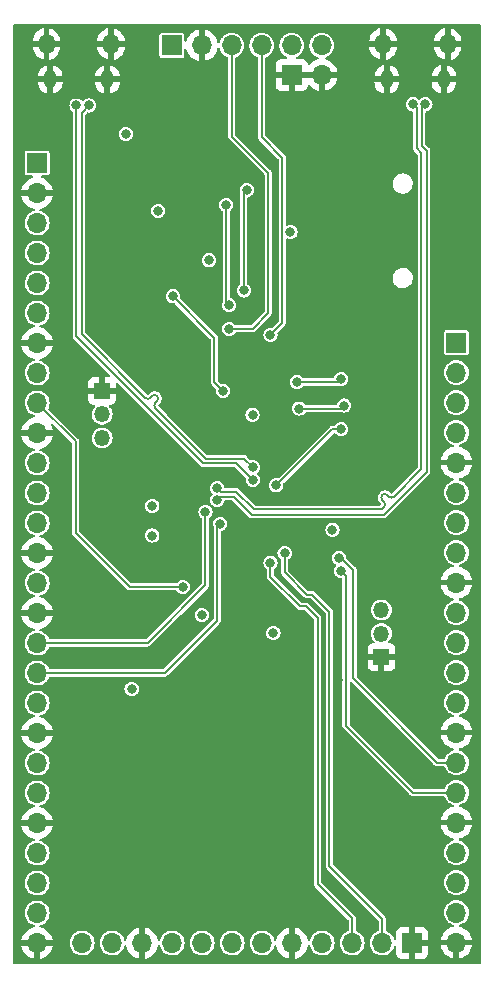
<source format=gbl>
%TF.GenerationSoftware,KiCad,Pcbnew,(6.0.0)*%
%TF.CreationDate,2022-07-08T16:33:04-04:00*%
%TF.ProjectId,CH32V307_RCT6,43483332-5633-4303-975f-524354362e6b,rev?*%
%TF.SameCoordinates,Original*%
%TF.FileFunction,Copper,L4,Bot*%
%TF.FilePolarity,Positive*%
%FSLAX46Y46*%
G04 Gerber Fmt 4.6, Leading zero omitted, Abs format (unit mm)*
G04 Created by KiCad (PCBNEW (6.0.0)) date 2022-07-08 16:33:04*
%MOMM*%
%LPD*%
G01*
G04 APERTURE LIST*
%TA.AperFunction,ComponentPad*%
%ADD10R,1.700000X1.700000*%
%TD*%
%TA.AperFunction,ComponentPad*%
%ADD11O,1.700000X1.700000*%
%TD*%
%TA.AperFunction,ComponentPad*%
%ADD12O,1.100000X1.500000*%
%TD*%
%TA.AperFunction,ComponentPad*%
%ADD13O,1.350000X1.700000*%
%TD*%
%TA.AperFunction,ComponentPad*%
%ADD14R,1.350000X1.350000*%
%TD*%
%TA.AperFunction,ComponentPad*%
%ADD15O,1.350000X1.350000*%
%TD*%
%TA.AperFunction,ViaPad*%
%ADD16C,0.800000*%
%TD*%
%TA.AperFunction,Conductor*%
%ADD17C,0.200000*%
%TD*%
G04 APERTURE END LIST*
D10*
%TO.P,J7,1,Pin_1*%
%TO.N,+3V3*%
X143650000Y-52000000D03*
D11*
%TO.P,J7,2,Pin_2*%
%TO.N,GND*%
X146190000Y-52000000D03*
%TO.P,J7,3,Pin_3*%
%TO.N,/MCU_Core/SWCLK*%
X148730000Y-52000000D03*
%TO.P,J7,4,Pin_4*%
%TO.N,/MCU_Core/SWDIO*%
X151270000Y-52000000D03*
%TO.P,J7,5,Pin_5*%
%TO.N,/MCU_Core/Vin*%
X153810000Y-52000000D03*
%TO.P,J7,6,Pin_6*%
X156350000Y-52000000D03*
%TD*%
D12*
%TO.P,J1,6,Shield*%
%TO.N,GND*%
X166695000Y-54885000D03*
D13*
X167005000Y-51885000D03*
D12*
X161855000Y-54885000D03*
D13*
X161545000Y-51885000D03*
%TD*%
D10*
%TO.P,J4,1,Pin_1*%
%TO.N,GND*%
X153800000Y-54500000D03*
D11*
%TO.P,J4,2,Pin_2*%
X156340000Y-54500000D03*
%TD*%
D10*
%TO.P,J8,1,Pin_1*%
%TO.N,GND*%
X164000000Y-128000000D03*
D11*
%TO.P,J8,2,Pin_2*%
%TO.N,/MCU_Core/PC5*%
X161460000Y-128000000D03*
%TO.P,J8,3,Pin_3*%
%TO.N,/MCU_Core/PC4*%
X158920000Y-128000000D03*
%TO.P,J8,4,Pin_4*%
%TO.N,+3V3*%
X156380000Y-128000000D03*
%TO.P,J8,5,Pin_5*%
%TO.N,GND*%
X153840000Y-128000000D03*
%TO.P,J8,6,Pin_6*%
%TO.N,Net-(J8-Pad6)*%
X151300000Y-128000000D03*
%TO.P,J8,7,Pin_7*%
%TO.N,Net-(J8-Pad7)*%
X148760000Y-128000000D03*
%TO.P,J8,8,Pin_8*%
%TO.N,Net-(J8-Pad8)*%
X146220000Y-128000000D03*
%TO.P,J8,9,Pin_9*%
%TO.N,Net-(J8-Pad9)*%
X143680000Y-128000000D03*
%TO.P,J8,10,Pin_10*%
%TO.N,GND*%
X141140000Y-128000000D03*
%TO.P,J8,11,Pin_11*%
%TO.N,/MCU_Core/PA3*%
X138600000Y-128000000D03*
%TO.P,J8,12,Pin_12*%
%TO.N,/MCU_Core/PA2*%
X136060000Y-128000000D03*
%TD*%
D10*
%TO.P,J3,1,Pin_1*%
%TO.N,+3V3*%
X132250000Y-61960000D03*
D11*
%TO.P,J3,2,Pin_2*%
%TO.N,GND*%
X132250000Y-64500000D03*
%TO.P,J3,3,Pin_3*%
%TO.N,Net-(J3-Pad3)*%
X132250000Y-67040000D03*
%TO.P,J3,4,Pin_4*%
%TO.N,Net-(J3-Pad4)*%
X132250000Y-69580000D03*
%TO.P,J3,5,Pin_5*%
%TO.N,Net-(J3-Pad5)*%
X132250000Y-72120000D03*
%TO.P,J3,6,Pin_6*%
%TO.N,Net-(J3-Pad6)*%
X132250000Y-74660000D03*
%TO.P,J3,7,Pin_7*%
%TO.N,GND*%
X132250000Y-77200000D03*
%TO.P,J3,8,Pin_8*%
%TO.N,/MCU_Core/PC0*%
X132250000Y-79740000D03*
%TO.P,J3,9,Pin_9*%
%TO.N,/MCU_Core/PC1*%
X132250000Y-82280000D03*
%TO.P,J3,10,Pin_10*%
%TO.N,GND*%
X132250000Y-84820000D03*
%TO.P,J3,11,Pin_11*%
%TO.N,/MCU_Core/PC13_TPR_RTC*%
X132250000Y-87360000D03*
%TO.P,J3,12,Pin_12*%
%TO.N,/MCU_Core/PC14_OSC32_I*%
X132250000Y-89900000D03*
%TO.P,J3,13,Pin_13*%
%TO.N,/MCU_Core/PC15_OSC32_O*%
X132250000Y-92440000D03*
%TO.P,J3,14,Pin_14*%
%TO.N,GND*%
X132250000Y-94980000D03*
%TO.P,J3,15,Pin_15*%
%TO.N,+3V3*%
X132250000Y-97520000D03*
%TO.P,J3,16,Pin_16*%
%TO.N,GND*%
X132250000Y-100060000D03*
%TO.P,J3,17,Pin_17*%
%TO.N,/MCU_Core/I2C1_SCL*%
X132250000Y-102600000D03*
%TO.P,J3,18,Pin_18*%
%TO.N,/MCU_Core/I2C1_SDA*%
X132250000Y-105140000D03*
%TO.P,J3,19,Pin_19*%
%TO.N,+3V3*%
X132250000Y-107680000D03*
%TO.P,J3,20,Pin_20*%
%TO.N,GND*%
X132250000Y-110220000D03*
%TO.P,J3,21,Pin_21*%
%TO.N,/MCU_Core/PC2*%
X132250000Y-112760000D03*
%TO.P,J3,22,Pin_22*%
%TO.N,/MCU_Core/PC3*%
X132250000Y-115300000D03*
%TO.P,J3,23,Pin_23*%
%TO.N,GND*%
X132250000Y-117840000D03*
%TO.P,J3,24,Pin_24*%
%TO.N,/MCU_Core/PA0*%
X132250000Y-120380000D03*
%TO.P,J3,25,Pin_25*%
%TO.N,/MCU_Core/PA1*%
X132250000Y-122920000D03*
%TO.P,J3,26,Pin_26*%
%TO.N,+3V3*%
X132250000Y-125460000D03*
%TO.P,J3,27,Pin_27*%
%TO.N,GND*%
X132250000Y-128000000D03*
%TD*%
D14*
%TO.P,JP2,1,A*%
%TO.N,GND*%
X137750000Y-81250000D03*
D15*
%TO.P,JP2,2,C*%
%TO.N,Net-(JP2-Pad2)*%
X137750000Y-83250000D03*
%TO.P,JP2,3,B*%
%TO.N,+3V3*%
X137750000Y-85250000D03*
%TD*%
D10*
%TO.P,J6,1,Pin_1*%
%TO.N,+3V3*%
X167750000Y-77160000D03*
D11*
%TO.P,J6,2,Pin_2*%
%TO.N,/MCU_Core/PA10*%
X167750000Y-79700000D03*
%TO.P,J6,3,Pin_3*%
%TO.N,/MCU_Core/PA9*%
X167750000Y-82240000D03*
%TO.P,J6,4,Pin_4*%
%TO.N,/MCU_Core/PA8*%
X167750000Y-84780000D03*
%TO.P,J6,5,Pin_5*%
%TO.N,GND*%
X167750000Y-87320000D03*
%TO.P,J6,6,Pin_6*%
%TO.N,/MCU_Core/PC7*%
X167750000Y-89860000D03*
%TO.P,J6,7,Pin_7*%
%TO.N,/MCU_Core/PC6*%
X167750000Y-92400000D03*
%TO.P,J6,8,Pin_8*%
%TO.N,+3V3*%
X167750000Y-94940000D03*
%TO.P,J6,9,Pin_9*%
%TO.N,GND*%
X167750000Y-97480000D03*
%TO.P,J6,10,Pin_10*%
%TO.N,Net-(J6-Pad10)*%
X167750000Y-100020000D03*
%TO.P,J6,11,Pin_11*%
%TO.N,Net-(J6-Pad11)*%
X167750000Y-102560000D03*
%TO.P,J6,12,Pin_12*%
%TO.N,Net-(J6-Pad12)*%
X167750000Y-105100000D03*
%TO.P,J6,13,Pin_13*%
%TO.N,Net-(J6-Pad13)*%
X167750000Y-107640000D03*
%TO.P,J6,14,Pin_14*%
%TO.N,GND*%
X167750000Y-110180000D03*
%TO.P,J6,15,Pin_15*%
%TO.N,/MCU_Core/I2C2_SDA*%
X167750000Y-112720000D03*
%TO.P,J6,16,Pin_16*%
%TO.N,/MCU_Core/I2C2_SCL*%
X167750000Y-115260000D03*
%TO.P,J6,17,Pin_17*%
%TO.N,GND*%
X167750000Y-117800000D03*
%TO.P,J6,18,Pin_18*%
%TO.N,+3V3*%
X167750000Y-120340000D03*
%TO.P,J6,19,Pin_19*%
%TO.N,/MCU_Core/PB1*%
X167750000Y-122880000D03*
%TO.P,J6,20,Pin_20*%
%TO.N,/MCU_Core/PB0*%
X167750000Y-125420000D03*
%TO.P,J6,21,Pin_21*%
%TO.N,GND*%
X167750000Y-127960000D03*
%TD*%
D13*
%TO.P,J2,6,Shield*%
%TO.N,GND*%
X133045000Y-51885000D03*
D12*
X138195000Y-54885000D03*
X133355000Y-54885000D03*
D13*
X138505000Y-51885000D03*
%TD*%
D14*
%TO.P,JP1,1,A*%
%TO.N,GND*%
X161400000Y-103800000D03*
D15*
%TO.P,JP1,2,C*%
%TO.N,Net-(JP1-Pad2)*%
X161400000Y-101800000D03*
%TO.P,JP1,3,B*%
%TO.N,+3V3*%
X161400000Y-99800000D03*
%TD*%
D16*
%TO.N,/MCU_Core/I2C2_SCL*%
X158000000Y-96500659D03*
%TO.N,/MCU_Core/I2C2_SDA*%
X157800000Y-95400000D03*
%TO.N,/MCU_Core/USB_FS_DP*%
X135575000Y-57089867D03*
X150500000Y-88775000D03*
%TO.N,/MCU_Core/SDIO_D2*%
X149750000Y-72750000D03*
X150000000Y-64250000D03*
%TO.N,/MCU_Core/SDIO_D3*%
X148250000Y-65500000D03*
X148500000Y-74000000D03*
%TO.N,/MCU_Core/USB_HS_DP*%
X165125000Y-57000000D03*
X147500000Y-90500000D03*
%TO.N,/MCU_Core/SWDIO*%
X152000000Y-76500000D03*
%TO.N,/MCU_Core/SWCLK*%
X148500000Y-76000000D03*
%TO.N,/MCU_Core/I2C1_SCL*%
X146500000Y-91500000D03*
%TO.N,/MCU_Core/I2C1_SDA*%
X147750000Y-92500000D03*
%TO.N,GND*%
X147500000Y-67750000D03*
X164500000Y-91000000D03*
X157700500Y-105750000D03*
X149500000Y-96250000D03*
X151000000Y-81000000D03*
X165250000Y-109750000D03*
X137000000Y-68250000D03*
X166250000Y-72000000D03*
X137250000Y-76500000D03*
X134500000Y-86250000D03*
X154250000Y-120500000D03*
X141750000Y-99250000D03*
X148000000Y-79500000D03*
X152274500Y-84250000D03*
X135000000Y-121500000D03*
X151500000Y-117500000D03*
X135250000Y-117750000D03*
X157250000Y-86000000D03*
X150500000Y-85250000D03*
X163750000Y-66250000D03*
X139500000Y-87750000D03*
X159000000Y-90250000D03*
X146000000Y-103250000D03*
X155414292Y-97800000D03*
X162250000Y-88750000D03*
X136750000Y-98000000D03*
X150250000Y-114500000D03*
X137000000Y-71000000D03*
X163750000Y-95250000D03*
X137500000Y-123750000D03*
X134500000Y-75750000D03*
X134000000Y-82500000D03*
X142500000Y-106250000D03*
X156250000Y-76000000D03*
X150000000Y-62250000D03*
X163750000Y-69250000D03*
X135500000Y-109750000D03*
X136500000Y-100000000D03*
X146000000Y-119250000D03*
X163750000Y-106250000D03*
X151750000Y-94250000D03*
X153000000Y-119250000D03*
X153500000Y-90250000D03*
X143000000Y-103250000D03*
X143000000Y-89000000D03*
X134500000Y-65750000D03*
X148250000Y-101750000D03*
X135250000Y-103750000D03*
X136500000Y-95750000D03*
X157250000Y-83500000D03*
X165750000Y-89250000D03*
X162000000Y-110750000D03*
X163750000Y-75750000D03*
X165750000Y-101000000D03*
X134500000Y-88500000D03*
X139000000Y-107750000D03*
X166250000Y-81000000D03*
X154700500Y-100500000D03*
X165750000Y-123250000D03*
X157500000Y-79000000D03*
X154500000Y-122750000D03*
X135750000Y-80750000D03*
X152250000Y-103000000D03*
X154750000Y-81500000D03*
X166500000Y-75000000D03*
X143250000Y-125750000D03*
X163750000Y-83500000D03*
X137000000Y-73750000D03*
X159800000Y-101600000D03*
X161250000Y-118750000D03*
X160250000Y-58500000D03*
X137000000Y-59250000D03*
X145500000Y-109000000D03*
X154250000Y-92750000D03*
X166250000Y-67500000D03*
X163750000Y-81000000D03*
X151500000Y-125500000D03*
X136250000Y-78750000D03*
X134750000Y-114000000D03*
X166000000Y-58500000D03*
X160750000Y-98000000D03*
X148750000Y-91250000D03*
X142000000Y-119500000D03*
X139500000Y-125750000D03*
X144250000Y-80000000D03*
X134500000Y-68250000D03*
X150000000Y-103000000D03*
X164265189Y-104254433D03*
X139750000Y-79000000D03*
X134500000Y-62750000D03*
X153500000Y-77250000D03*
X139600000Y-92200000D03*
X147750000Y-113750000D03*
X159200000Y-108250000D03*
X161000000Y-122000000D03*
X166250000Y-83500000D03*
X137000000Y-65750000D03*
X164750000Y-113500000D03*
X143500000Y-108000000D03*
X142250000Y-96500000D03*
X148500000Y-88250000D03*
X146250000Y-111500000D03*
X134500000Y-59250000D03*
X134500000Y-70750000D03*
X164750000Y-94000000D03*
X146000000Y-58250000D03*
X150500000Y-99500000D03*
X166250000Y-86000000D03*
X134500000Y-73500000D03*
X164250000Y-124500000D03*
X139750000Y-82500000D03*
X161000000Y-76000000D03*
X138000000Y-90750000D03*
X165500000Y-116500000D03*
X157600000Y-123200000D03*
X144500000Y-75750000D03*
X143750000Y-87750000D03*
X166250000Y-64000000D03*
X151250000Y-90250000D03*
X134750000Y-78000000D03*
X145250000Y-101500000D03*
X158200000Y-111200000D03*
X145039463Y-92466600D03*
X163750000Y-86250000D03*
X167250000Y-56500000D03*
X137000000Y-62750000D03*
X151000000Y-78500000D03*
X157250000Y-81500000D03*
X150250000Y-124500000D03*
X156000000Y-125200000D03*
X155000000Y-84750000D03*
X136250000Y-84250000D03*
X165500000Y-103250000D03*
X141500000Y-88250000D03*
X156000000Y-58750000D03*
X148000000Y-124500000D03*
X150500000Y-92750000D03*
X163000000Y-56500000D03*
X162000000Y-114500000D03*
X150000000Y-59000000D03*
X154750000Y-79250000D03*
%TO.N,+3V3*%
X150489401Y-83265469D03*
X142500000Y-66000000D03*
X142000000Y-93500000D03*
X157250000Y-93000000D03*
X152250000Y-101750000D03*
X140250000Y-106500000D03*
X153699500Y-67800000D03*
X146800000Y-70200000D03*
X146200000Y-100225500D03*
X142000000Y-91000000D03*
X139750000Y-59500000D03*
%TO.N,/MCU_Core/USB_HS_DN*%
X164075000Y-57000000D03*
X147500000Y-89475000D03*
%TO.N,/MCU_Core/USB_FS_DN*%
X150500000Y-87725000D03*
X136625000Y-57089867D03*
%TO.N,/MCU_Core/PA10*%
X158000000Y-80250000D03*
X154250000Y-80500000D03*
%TO.N,/MCU_Core/PA9*%
X154449500Y-82750000D03*
X158250000Y-82500000D03*
%TO.N,/MCU_Core/PA8*%
X152500000Y-89250000D03*
X158000000Y-84500000D03*
%TO.N,/MCU_Core/PC5*%
X153200000Y-95000000D03*
%TO.N,/MCU_Core/PC4*%
X152000000Y-95800000D03*
%TO.N,Net-(J3-Pad3)*%
X148000000Y-81250000D03*
X143750000Y-73250000D03*
%TO.N,/MCU_Core/PC1*%
X144589292Y-97839292D03*
%TD*%
D17*
%TO.N,/MCU_Core/I2C2_SCL*%
X158400000Y-109600000D02*
X164060000Y-115260000D01*
X158000000Y-96500659D02*
X158400000Y-96900659D01*
X158400000Y-96900659D02*
X158400000Y-109600000D01*
X164060000Y-115260000D02*
X167750000Y-115260000D01*
%TO.N,/MCU_Core/I2C2_SDA*%
X159000000Y-96400000D02*
X159000000Y-105600000D01*
X159000000Y-105600000D02*
X166120000Y-112720000D01*
X158000000Y-95400000D02*
X159000000Y-96400000D01*
X166120000Y-112720000D02*
X167750000Y-112720000D01*
X157800000Y-95400000D02*
X158000000Y-95400000D01*
%TO.N,/MCU_Core/USB_FS_DP*%
X135575000Y-76643200D02*
X146331320Y-87399520D01*
X135575000Y-57089867D02*
X135575000Y-76643200D01*
X149124520Y-87399520D02*
X150500000Y-88775000D01*
X146331320Y-87399520D02*
X149124520Y-87399520D01*
%TO.N,/MCU_Core/SDIO_D2*%
X149750000Y-64500000D02*
X149750000Y-72750000D01*
X150000000Y-64250000D02*
X149750000Y-64500000D01*
%TO.N,/MCU_Core/SDIO_D3*%
X148250000Y-65500000D02*
X148250000Y-73750000D01*
X148250000Y-73750000D02*
X148500000Y-74000000D01*
%TO.N,/MCU_Core/USB_HS_DP*%
X147500000Y-90500000D02*
X147774999Y-90225001D01*
X165225000Y-60906800D02*
X164825001Y-60506801D01*
X164825001Y-57299999D02*
X165125000Y-57000000D01*
X147774999Y-90225001D02*
X148906801Y-90225001D01*
X150406800Y-91725000D02*
X161593200Y-91725000D01*
X164825001Y-60506801D02*
X164825001Y-57299999D01*
X165225000Y-88093200D02*
X165225000Y-60906800D01*
X148906801Y-90225001D02*
X150406800Y-91725000D01*
X161593200Y-91725000D02*
X165225000Y-88093200D01*
%TO.N,/MCU_Core/SWDIO*%
X151280000Y-59720000D02*
X151280000Y-51750000D01*
X152000000Y-76500000D02*
X153000000Y-75500000D01*
X151250000Y-59750000D02*
X151280000Y-59720000D01*
X153000000Y-61500000D02*
X151250000Y-59750000D01*
X153000000Y-75500000D02*
X153000000Y-61500000D01*
%TO.N,/MCU_Core/SWCLK*%
X151800489Y-62790489D02*
X148740000Y-59730000D01*
X148740000Y-59730000D02*
X148740000Y-51750000D01*
X148500000Y-76000000D02*
X150500000Y-76000000D01*
X150500000Y-76000000D02*
X151800489Y-74699511D01*
X151800489Y-74699511D02*
X151800489Y-62790489D01*
%TO.N,/MCU_Core/I2C1_SCL*%
X132250000Y-102600000D02*
X141600000Y-102600000D01*
X141600000Y-102600000D02*
X146500000Y-97700000D01*
X146500000Y-97700000D02*
X146500000Y-91500000D01*
%TO.N,/MCU_Core/I2C1_SDA*%
X147750000Y-92500000D02*
X147500000Y-92750000D01*
X147500000Y-92750000D02*
X147500000Y-100700000D01*
X147500000Y-100700000D02*
X143060000Y-105140000D01*
X143060000Y-105140000D02*
X132250000Y-105140000D01*
%TO.N,/MCU_Core/USB_HS_DN*%
X164374999Y-60693199D02*
X164775000Y-61093200D01*
X161617371Y-91064428D02*
X161511306Y-91170494D01*
X164374999Y-57299999D02*
X164374999Y-60693199D01*
X147799999Y-89774999D02*
X147500000Y-89475000D01*
X164775000Y-87906800D02*
X162465900Y-90215900D01*
X150593200Y-91275000D02*
X149093199Y-89774999D01*
X162041634Y-90215900D02*
X162041635Y-90215900D01*
X161511306Y-91170494D02*
X161406800Y-91275000D01*
X162041635Y-90215900D02*
X161895716Y-90069981D01*
X161471452Y-90494245D02*
X161617370Y-90640163D01*
X164075000Y-57000000D02*
X164374999Y-57299999D01*
X149093199Y-89774999D02*
X147799999Y-89774999D01*
X161617370Y-91064427D02*
X161617371Y-91064428D01*
X161406800Y-91275000D02*
X150593200Y-91275000D01*
X164775000Y-61093200D02*
X164775000Y-87906800D01*
X161471453Y-90494244D02*
G75*
G02*
X161471453Y-90069982I212131J212131D01*
G01*
X161471453Y-90069982D02*
G75*
G02*
X161895715Y-90069982I212131J-212131D01*
G01*
X161617369Y-91064426D02*
G75*
G03*
X161617369Y-90640164I-212131J212131D01*
G01*
X162041634Y-90215900D02*
G75*
G03*
X162465900Y-90215900I212133J212134D01*
G01*
%TO.N,/MCU_Core/USB_FS_DN*%
X136025001Y-76456801D02*
X141409100Y-81840900D01*
X136025001Y-57689866D02*
X136025001Y-76456801D01*
X142257627Y-82689427D02*
X142257628Y-82689428D01*
X142410868Y-82111925D02*
X142257627Y-82265163D01*
X146568200Y-87000000D02*
X149775000Y-87000000D01*
X142410867Y-82111926D02*
X142410868Y-82111925D01*
X136625000Y-57089867D02*
X136025001Y-57689866D01*
X149775000Y-87000000D02*
X150500000Y-87725000D01*
X141833364Y-81840900D02*
X141986604Y-81687661D01*
X142257628Y-82689428D02*
X146568200Y-87000000D01*
X141833365Y-81840899D02*
X141833364Y-81840900D01*
X142257628Y-82689426D02*
G75*
G02*
X142257628Y-82265164I212131J212131D01*
G01*
X142410867Y-81687662D02*
G75*
G03*
X141986605Y-81687662I-212131J-212131D01*
G01*
X141833365Y-81840899D02*
G75*
G02*
X141409100Y-81840900I-212133J212127D01*
G01*
X142410867Y-82111926D02*
G75*
G03*
X142410868Y-81687661I-212134J212133D01*
G01*
%TO.N,/MCU_Core/PA10*%
X158000000Y-80250000D02*
X157750000Y-80500000D01*
X157750000Y-80500000D02*
X154250000Y-80500000D01*
%TO.N,/MCU_Core/PA9*%
X158000000Y-82750000D02*
X154449500Y-82750000D01*
X158250000Y-82500000D02*
X158000000Y-82750000D01*
%TO.N,/MCU_Core/PA8*%
X158000000Y-84500000D02*
X157250000Y-84500000D01*
X157250000Y-84500000D02*
X152500000Y-89250000D01*
%TO.N,/MCU_Core/PC5*%
X155124544Y-98499511D02*
X153200000Y-96574967D01*
X155499511Y-98499511D02*
X155124544Y-98499511D01*
X161460000Y-125960000D02*
X157000000Y-121500000D01*
X161460000Y-128000000D02*
X161460000Y-125960000D01*
X153200000Y-96574967D02*
X153200000Y-95000000D01*
X157000000Y-100000000D02*
X155499511Y-98499511D01*
X157000000Y-121500000D02*
X157000000Y-100000000D01*
%TO.N,/MCU_Core/PC4*%
X155000000Y-99500000D02*
X156000000Y-100500000D01*
X152000000Y-97000000D02*
X154500000Y-99500000D01*
X154500000Y-99500000D02*
X155000000Y-99500000D01*
X156000000Y-100500000D02*
X156000000Y-123000000D01*
X156000000Y-123000000D02*
X158920000Y-125920000D01*
X152000000Y-95800000D02*
X152000000Y-97000000D01*
X158920000Y-125920000D02*
X158920000Y-128000000D01*
%TO.N,Net-(J3-Pad3)*%
X143750000Y-73250000D02*
X147250000Y-76750000D01*
X147250000Y-76750000D02*
X147250000Y-80500000D01*
X147250000Y-80500000D02*
X148000000Y-81250000D01*
%TO.N,/MCU_Core/PC1*%
X144589292Y-97839292D02*
X140089292Y-97839292D01*
X140089292Y-97839292D02*
X135500000Y-93250000D01*
X135500000Y-93250000D02*
X135500000Y-85530000D01*
X135500000Y-85530000D02*
X132250000Y-82280000D01*
%TD*%
%TA.AperFunction,Conductor*%
%TO.N,GND*%
G36*
X169759191Y-50218907D02*
G01*
X169795155Y-50268407D01*
X169800000Y-50299000D01*
X169800000Y-129701000D01*
X169781093Y-129759191D01*
X169731593Y-129795155D01*
X169701000Y-129800000D01*
X130299000Y-129800000D01*
X130240809Y-129781093D01*
X130204845Y-129731593D01*
X130200000Y-129701000D01*
X130200000Y-128263864D01*
X130923079Y-128263864D01*
X130975451Y-128459318D01*
X130978397Y-128467411D01*
X131074570Y-128673653D01*
X131078882Y-128681123D01*
X131209411Y-128867537D01*
X131214944Y-128874132D01*
X131375868Y-129035056D01*
X131382463Y-129040589D01*
X131568876Y-129171118D01*
X131576346Y-129175430D01*
X131782589Y-129271603D01*
X131790682Y-129274549D01*
X131984857Y-129326578D01*
X131997140Y-129325935D01*
X132000000Y-129316281D01*
X132000000Y-129314956D01*
X132500000Y-129314956D01*
X132503802Y-129326658D01*
X132513864Y-129326921D01*
X132709318Y-129274549D01*
X132717411Y-129271603D01*
X132923654Y-129175430D01*
X132931124Y-129171118D01*
X133117537Y-129040589D01*
X133124132Y-129035056D01*
X133285056Y-128874132D01*
X133290589Y-128867537D01*
X133421118Y-128681123D01*
X133425430Y-128673653D01*
X133521603Y-128467411D01*
X133524549Y-128459318D01*
X133576578Y-128265143D01*
X133575935Y-128252860D01*
X133566281Y-128250000D01*
X132515680Y-128250000D01*
X132502995Y-128254122D01*
X132500000Y-128258243D01*
X132500000Y-129314956D01*
X132000000Y-129314956D01*
X132000000Y-128265680D01*
X131995878Y-128252995D01*
X131991757Y-128250000D01*
X130935044Y-128250000D01*
X130923342Y-128253802D01*
X130923079Y-128263864D01*
X130200000Y-128263864D01*
X130200000Y-127985262D01*
X135004520Y-127985262D01*
X135021759Y-128190553D01*
X135023092Y-128195201D01*
X135023092Y-128195202D01*
X135042781Y-128263864D01*
X135078544Y-128388586D01*
X135172712Y-128571818D01*
X135300677Y-128733270D01*
X135304357Y-128736402D01*
X135304359Y-128736404D01*
X135411441Y-128827537D01*
X135457564Y-128866791D01*
X135461787Y-128869151D01*
X135461791Y-128869154D01*
X135501342Y-128891258D01*
X135637398Y-128967297D01*
X135641996Y-128968791D01*
X135828724Y-129029463D01*
X135828726Y-129029464D01*
X135833329Y-129030959D01*
X136037894Y-129055351D01*
X136042716Y-129054980D01*
X136042719Y-129054980D01*
X136110541Y-129049761D01*
X136243300Y-129039546D01*
X136441725Y-128984145D01*
X136446038Y-128981966D01*
X136446044Y-128981964D01*
X136621289Y-128893441D01*
X136621291Y-128893440D01*
X136625610Y-128891258D01*
X136629427Y-128888276D01*
X136784135Y-128767406D01*
X136784139Y-128767402D01*
X136787951Y-128764424D01*
X136922564Y-128608472D01*
X136941231Y-128575613D01*
X137021934Y-128433550D01*
X137021935Y-128433547D01*
X137024323Y-128429344D01*
X137027659Y-128419318D01*
X137087824Y-128238454D01*
X137087824Y-128238452D01*
X137089351Y-128233863D01*
X137115171Y-128029474D01*
X137115583Y-128000000D01*
X137114138Y-127985262D01*
X137544520Y-127985262D01*
X137561759Y-128190553D01*
X137563092Y-128195201D01*
X137563092Y-128195202D01*
X137582781Y-128263864D01*
X137618544Y-128388586D01*
X137712712Y-128571818D01*
X137840677Y-128733270D01*
X137844357Y-128736402D01*
X137844359Y-128736404D01*
X137951441Y-128827537D01*
X137997564Y-128866791D01*
X138001787Y-128869151D01*
X138001791Y-128869154D01*
X138041342Y-128891258D01*
X138177398Y-128967297D01*
X138181996Y-128968791D01*
X138368724Y-129029463D01*
X138368726Y-129029464D01*
X138373329Y-129030959D01*
X138577894Y-129055351D01*
X138582716Y-129054980D01*
X138582719Y-129054980D01*
X138650541Y-129049761D01*
X138783300Y-129039546D01*
X138981725Y-128984145D01*
X138986038Y-128981966D01*
X138986044Y-128981964D01*
X139161289Y-128893441D01*
X139161291Y-128893440D01*
X139165610Y-128891258D01*
X139169427Y-128888276D01*
X139324135Y-128767406D01*
X139324139Y-128767402D01*
X139327951Y-128764424D01*
X139462564Y-128608472D01*
X139481231Y-128575613D01*
X139561934Y-128433550D01*
X139561935Y-128433547D01*
X139564323Y-128429344D01*
X139567659Y-128419318D01*
X139622500Y-128254458D01*
X139658809Y-128205210D01*
X139717130Y-128186709D01*
X139775188Y-128206023D01*
X139812066Y-128260084D01*
X139865451Y-128459318D01*
X139868397Y-128467411D01*
X139964570Y-128673653D01*
X139968882Y-128681123D01*
X140099411Y-128867537D01*
X140104944Y-128874132D01*
X140265868Y-129035056D01*
X140272463Y-129040589D01*
X140458876Y-129171118D01*
X140466346Y-129175430D01*
X140672589Y-129271603D01*
X140680682Y-129274549D01*
X140874857Y-129326578D01*
X140887140Y-129325935D01*
X140890000Y-129316281D01*
X140890000Y-129314956D01*
X141390000Y-129314956D01*
X141393802Y-129326658D01*
X141403864Y-129326921D01*
X141599318Y-129274549D01*
X141607411Y-129271603D01*
X141813654Y-129175430D01*
X141821124Y-129171118D01*
X142007537Y-129040589D01*
X142014132Y-129035056D01*
X142175056Y-128874132D01*
X142180589Y-128867537D01*
X142311118Y-128681123D01*
X142315430Y-128673653D01*
X142411603Y-128467411D01*
X142414549Y-128459318D01*
X142469138Y-128255589D01*
X142502462Y-128204275D01*
X142559584Y-128182348D01*
X142618684Y-128198184D01*
X142657189Y-128245734D01*
X142659930Y-128253924D01*
X142667890Y-128281682D01*
X142698544Y-128388586D01*
X142792712Y-128571818D01*
X142920677Y-128733270D01*
X142924357Y-128736402D01*
X142924359Y-128736404D01*
X143031441Y-128827537D01*
X143077564Y-128866791D01*
X143081787Y-128869151D01*
X143081791Y-128869154D01*
X143121342Y-128891258D01*
X143257398Y-128967297D01*
X143261996Y-128968791D01*
X143448724Y-129029463D01*
X143448726Y-129029464D01*
X143453329Y-129030959D01*
X143657894Y-129055351D01*
X143662716Y-129054980D01*
X143662719Y-129054980D01*
X143730541Y-129049761D01*
X143863300Y-129039546D01*
X144061725Y-128984145D01*
X144066038Y-128981966D01*
X144066044Y-128981964D01*
X144241289Y-128893441D01*
X144241291Y-128893440D01*
X144245610Y-128891258D01*
X144249427Y-128888276D01*
X144404135Y-128767406D01*
X144404139Y-128767402D01*
X144407951Y-128764424D01*
X144542564Y-128608472D01*
X144561231Y-128575613D01*
X144641934Y-128433550D01*
X144641935Y-128433547D01*
X144644323Y-128429344D01*
X144647659Y-128419318D01*
X144707824Y-128238454D01*
X144707824Y-128238452D01*
X144709351Y-128233863D01*
X144735171Y-128029474D01*
X144735583Y-128000000D01*
X144734138Y-127985262D01*
X145164520Y-127985262D01*
X145181759Y-128190553D01*
X145183092Y-128195201D01*
X145183092Y-128195202D01*
X145202781Y-128263864D01*
X145238544Y-128388586D01*
X145332712Y-128571818D01*
X145460677Y-128733270D01*
X145464357Y-128736402D01*
X145464359Y-128736404D01*
X145571441Y-128827537D01*
X145617564Y-128866791D01*
X145621787Y-128869151D01*
X145621791Y-128869154D01*
X145661342Y-128891258D01*
X145797398Y-128967297D01*
X145801996Y-128968791D01*
X145988724Y-129029463D01*
X145988726Y-129029464D01*
X145993329Y-129030959D01*
X146197894Y-129055351D01*
X146202716Y-129054980D01*
X146202719Y-129054980D01*
X146270541Y-129049761D01*
X146403300Y-129039546D01*
X146601725Y-128984145D01*
X146606038Y-128981966D01*
X146606044Y-128981964D01*
X146781289Y-128893441D01*
X146781291Y-128893440D01*
X146785610Y-128891258D01*
X146789427Y-128888276D01*
X146944135Y-128767406D01*
X146944139Y-128767402D01*
X146947951Y-128764424D01*
X147082564Y-128608472D01*
X147101231Y-128575613D01*
X147181934Y-128433550D01*
X147181935Y-128433547D01*
X147184323Y-128429344D01*
X147187659Y-128419318D01*
X147247824Y-128238454D01*
X147247824Y-128238452D01*
X147249351Y-128233863D01*
X147275171Y-128029474D01*
X147275583Y-128000000D01*
X147274138Y-127985262D01*
X147704520Y-127985262D01*
X147721759Y-128190553D01*
X147723092Y-128195201D01*
X147723092Y-128195202D01*
X147742781Y-128263864D01*
X147778544Y-128388586D01*
X147872712Y-128571818D01*
X148000677Y-128733270D01*
X148004357Y-128736402D01*
X148004359Y-128736404D01*
X148111441Y-128827537D01*
X148157564Y-128866791D01*
X148161787Y-128869151D01*
X148161791Y-128869154D01*
X148201342Y-128891258D01*
X148337398Y-128967297D01*
X148341996Y-128968791D01*
X148528724Y-129029463D01*
X148528726Y-129029464D01*
X148533329Y-129030959D01*
X148737894Y-129055351D01*
X148742716Y-129054980D01*
X148742719Y-129054980D01*
X148810541Y-129049761D01*
X148943300Y-129039546D01*
X149141725Y-128984145D01*
X149146038Y-128981966D01*
X149146044Y-128981964D01*
X149321289Y-128893441D01*
X149321291Y-128893440D01*
X149325610Y-128891258D01*
X149329427Y-128888276D01*
X149484135Y-128767406D01*
X149484139Y-128767402D01*
X149487951Y-128764424D01*
X149622564Y-128608472D01*
X149641231Y-128575613D01*
X149721934Y-128433550D01*
X149721935Y-128433547D01*
X149724323Y-128429344D01*
X149727659Y-128419318D01*
X149787824Y-128238454D01*
X149787824Y-128238452D01*
X149789351Y-128233863D01*
X149815171Y-128029474D01*
X149815583Y-128000000D01*
X149814138Y-127985262D01*
X150244520Y-127985262D01*
X150261759Y-128190553D01*
X150263092Y-128195201D01*
X150263092Y-128195202D01*
X150282781Y-128263864D01*
X150318544Y-128388586D01*
X150412712Y-128571818D01*
X150540677Y-128733270D01*
X150544357Y-128736402D01*
X150544359Y-128736404D01*
X150651441Y-128827537D01*
X150697564Y-128866791D01*
X150701787Y-128869151D01*
X150701791Y-128869154D01*
X150741342Y-128891258D01*
X150877398Y-128967297D01*
X150881996Y-128968791D01*
X151068724Y-129029463D01*
X151068726Y-129029464D01*
X151073329Y-129030959D01*
X151277894Y-129055351D01*
X151282716Y-129054980D01*
X151282719Y-129054980D01*
X151350541Y-129049761D01*
X151483300Y-129039546D01*
X151681725Y-128984145D01*
X151686038Y-128981966D01*
X151686044Y-128981964D01*
X151861289Y-128893441D01*
X151861291Y-128893440D01*
X151865610Y-128891258D01*
X151869427Y-128888276D01*
X152024135Y-128767406D01*
X152024139Y-128767402D01*
X152027951Y-128764424D01*
X152162564Y-128608472D01*
X152181231Y-128575613D01*
X152261934Y-128433550D01*
X152261935Y-128433547D01*
X152264323Y-128429344D01*
X152267659Y-128419318D01*
X152322500Y-128254458D01*
X152358809Y-128205210D01*
X152417130Y-128186709D01*
X152475188Y-128206023D01*
X152512066Y-128260084D01*
X152565451Y-128459318D01*
X152568397Y-128467411D01*
X152664570Y-128673653D01*
X152668882Y-128681123D01*
X152799411Y-128867537D01*
X152804944Y-128874132D01*
X152965868Y-129035056D01*
X152972463Y-129040589D01*
X153158876Y-129171118D01*
X153166346Y-129175430D01*
X153372589Y-129271603D01*
X153380682Y-129274549D01*
X153574857Y-129326578D01*
X153587140Y-129325935D01*
X153590000Y-129316281D01*
X153590000Y-129314956D01*
X154090000Y-129314956D01*
X154093802Y-129326658D01*
X154103864Y-129326921D01*
X154299318Y-129274549D01*
X154307411Y-129271603D01*
X154513654Y-129175430D01*
X154521124Y-129171118D01*
X154707537Y-129040589D01*
X154714132Y-129035056D01*
X154875056Y-128874132D01*
X154880589Y-128867537D01*
X155011118Y-128681123D01*
X155015430Y-128673653D01*
X155111603Y-128467411D01*
X155114549Y-128459318D01*
X155169138Y-128255589D01*
X155202462Y-128204275D01*
X155259584Y-128182348D01*
X155318684Y-128198184D01*
X155357189Y-128245734D01*
X155359930Y-128253924D01*
X155367890Y-128281682D01*
X155398544Y-128388586D01*
X155492712Y-128571818D01*
X155620677Y-128733270D01*
X155624357Y-128736402D01*
X155624359Y-128736404D01*
X155731441Y-128827537D01*
X155777564Y-128866791D01*
X155781787Y-128869151D01*
X155781791Y-128869154D01*
X155821342Y-128891258D01*
X155957398Y-128967297D01*
X155961996Y-128968791D01*
X156148724Y-129029463D01*
X156148726Y-129029464D01*
X156153329Y-129030959D01*
X156357894Y-129055351D01*
X156362716Y-129054980D01*
X156362719Y-129054980D01*
X156430541Y-129049761D01*
X156563300Y-129039546D01*
X156761725Y-128984145D01*
X156766038Y-128981966D01*
X156766044Y-128981964D01*
X156941289Y-128893441D01*
X156941291Y-128893440D01*
X156945610Y-128891258D01*
X156949427Y-128888276D01*
X157104135Y-128767406D01*
X157104139Y-128767402D01*
X157107951Y-128764424D01*
X157242564Y-128608472D01*
X157261231Y-128575613D01*
X157341934Y-128433550D01*
X157341935Y-128433547D01*
X157344323Y-128429344D01*
X157347659Y-128419318D01*
X157407824Y-128238454D01*
X157407824Y-128238452D01*
X157409351Y-128233863D01*
X157435171Y-128029474D01*
X157435583Y-128000000D01*
X157417591Y-127816497D01*
X157415952Y-127799780D01*
X157415951Y-127799776D01*
X157415480Y-127794970D01*
X157400999Y-127747005D01*
X157357333Y-127602380D01*
X157355935Y-127597749D01*
X157259218Y-127415849D01*
X157129011Y-127256200D01*
X156970275Y-127124882D01*
X156789055Y-127026897D01*
X156680653Y-126993341D01*
X156596875Y-126967407D01*
X156596871Y-126967406D01*
X156592254Y-126965977D01*
X156587446Y-126965472D01*
X156587443Y-126965471D01*
X156392185Y-126944949D01*
X156392183Y-126944949D01*
X156387369Y-126944443D01*
X156327354Y-126949905D01*
X156187022Y-126962675D01*
X156187017Y-126962676D01*
X156182203Y-126963114D01*
X155984572Y-127021280D01*
X155980288Y-127023519D01*
X155980287Y-127023520D01*
X155969428Y-127029197D01*
X155802002Y-127116726D01*
X155798231Y-127119758D01*
X155645220Y-127242781D01*
X155645217Y-127242783D01*
X155641447Y-127245815D01*
X155638333Y-127249526D01*
X155638332Y-127249527D01*
X155613705Y-127278877D01*
X155509024Y-127403630D01*
X155506689Y-127407878D01*
X155506688Y-127407879D01*
X155499955Y-127420126D01*
X155409776Y-127584162D01*
X155408313Y-127588775D01*
X155408311Y-127588779D01*
X155358418Y-127746063D01*
X155322800Y-127795812D01*
X155264743Y-127815126D01*
X155206422Y-127796625D01*
X155168425Y-127741751D01*
X155114549Y-127540682D01*
X155111603Y-127532589D01*
X155015430Y-127326347D01*
X155011118Y-127318877D01*
X154880589Y-127132463D01*
X154875056Y-127125868D01*
X154714132Y-126964944D01*
X154707537Y-126959411D01*
X154521124Y-126828882D01*
X154513654Y-126824570D01*
X154307411Y-126728397D01*
X154299318Y-126725451D01*
X154105143Y-126673422D01*
X154092860Y-126674065D01*
X154090000Y-126683719D01*
X154090000Y-129314956D01*
X153590000Y-129314956D01*
X153590000Y-126685044D01*
X153586198Y-126673342D01*
X153576136Y-126673079D01*
X153380682Y-126725451D01*
X153372589Y-126728397D01*
X153166347Y-126824570D01*
X153158877Y-126828882D01*
X152972463Y-126959411D01*
X152965868Y-126964944D01*
X152804944Y-127125868D01*
X152799411Y-127132463D01*
X152668882Y-127318877D01*
X152664570Y-127326347D01*
X152568397Y-127532589D01*
X152565451Y-127540682D01*
X152511171Y-127743256D01*
X152477847Y-127794571D01*
X152420725Y-127816497D01*
X152361625Y-127800661D01*
X152323119Y-127753111D01*
X152320774Y-127746260D01*
X152275935Y-127597749D01*
X152179218Y-127415849D01*
X152049011Y-127256200D01*
X151890275Y-127124882D01*
X151709055Y-127026897D01*
X151600653Y-126993341D01*
X151516875Y-126967407D01*
X151516871Y-126967406D01*
X151512254Y-126965977D01*
X151507446Y-126965472D01*
X151507443Y-126965471D01*
X151312185Y-126944949D01*
X151312183Y-126944949D01*
X151307369Y-126944443D01*
X151247354Y-126949905D01*
X151107022Y-126962675D01*
X151107017Y-126962676D01*
X151102203Y-126963114D01*
X150904572Y-127021280D01*
X150900288Y-127023519D01*
X150900287Y-127023520D01*
X150889428Y-127029197D01*
X150722002Y-127116726D01*
X150718231Y-127119758D01*
X150565220Y-127242781D01*
X150565217Y-127242783D01*
X150561447Y-127245815D01*
X150558333Y-127249526D01*
X150558332Y-127249527D01*
X150533705Y-127278877D01*
X150429024Y-127403630D01*
X150426689Y-127407878D01*
X150426688Y-127407879D01*
X150419955Y-127420126D01*
X150329776Y-127584162D01*
X150328313Y-127588775D01*
X150328311Y-127588779D01*
X150277169Y-127750000D01*
X150267484Y-127780532D01*
X150266944Y-127785344D01*
X150266944Y-127785345D01*
X150265865Y-127794970D01*
X150244520Y-127985262D01*
X149814138Y-127985262D01*
X149797591Y-127816497D01*
X149795952Y-127799780D01*
X149795951Y-127799776D01*
X149795480Y-127794970D01*
X149780999Y-127747005D01*
X149737333Y-127602380D01*
X149735935Y-127597749D01*
X149639218Y-127415849D01*
X149509011Y-127256200D01*
X149350275Y-127124882D01*
X149169055Y-127026897D01*
X149060653Y-126993341D01*
X148976875Y-126967407D01*
X148976871Y-126967406D01*
X148972254Y-126965977D01*
X148967446Y-126965472D01*
X148967443Y-126965471D01*
X148772185Y-126944949D01*
X148772183Y-126944949D01*
X148767369Y-126944443D01*
X148707354Y-126949905D01*
X148567022Y-126962675D01*
X148567017Y-126962676D01*
X148562203Y-126963114D01*
X148364572Y-127021280D01*
X148360288Y-127023519D01*
X148360287Y-127023520D01*
X148349428Y-127029197D01*
X148182002Y-127116726D01*
X148178231Y-127119758D01*
X148025220Y-127242781D01*
X148025217Y-127242783D01*
X148021447Y-127245815D01*
X148018333Y-127249526D01*
X148018332Y-127249527D01*
X147993705Y-127278877D01*
X147889024Y-127403630D01*
X147886689Y-127407878D01*
X147886688Y-127407879D01*
X147879955Y-127420126D01*
X147789776Y-127584162D01*
X147788313Y-127588775D01*
X147788311Y-127588779D01*
X147737169Y-127750000D01*
X147727484Y-127780532D01*
X147726944Y-127785344D01*
X147726944Y-127785345D01*
X147725865Y-127794970D01*
X147704520Y-127985262D01*
X147274138Y-127985262D01*
X147257591Y-127816497D01*
X147255952Y-127799780D01*
X147255951Y-127799776D01*
X147255480Y-127794970D01*
X147240999Y-127747005D01*
X147197333Y-127602380D01*
X147195935Y-127597749D01*
X147099218Y-127415849D01*
X146969011Y-127256200D01*
X146810275Y-127124882D01*
X146629055Y-127026897D01*
X146520653Y-126993341D01*
X146436875Y-126967407D01*
X146436871Y-126967406D01*
X146432254Y-126965977D01*
X146427446Y-126965472D01*
X146427443Y-126965471D01*
X146232185Y-126944949D01*
X146232183Y-126944949D01*
X146227369Y-126944443D01*
X146167354Y-126949905D01*
X146027022Y-126962675D01*
X146027017Y-126962676D01*
X146022203Y-126963114D01*
X145824572Y-127021280D01*
X145820288Y-127023519D01*
X145820287Y-127023520D01*
X145809428Y-127029197D01*
X145642002Y-127116726D01*
X145638231Y-127119758D01*
X145485220Y-127242781D01*
X145485217Y-127242783D01*
X145481447Y-127245815D01*
X145478333Y-127249526D01*
X145478332Y-127249527D01*
X145453705Y-127278877D01*
X145349024Y-127403630D01*
X145346689Y-127407878D01*
X145346688Y-127407879D01*
X145339955Y-127420126D01*
X145249776Y-127584162D01*
X145248313Y-127588775D01*
X145248311Y-127588779D01*
X145197169Y-127750000D01*
X145187484Y-127780532D01*
X145186944Y-127785344D01*
X145186944Y-127785345D01*
X145185865Y-127794970D01*
X145164520Y-127985262D01*
X144734138Y-127985262D01*
X144717591Y-127816497D01*
X144715952Y-127799780D01*
X144715951Y-127799776D01*
X144715480Y-127794970D01*
X144700999Y-127747005D01*
X144657333Y-127602380D01*
X144655935Y-127597749D01*
X144559218Y-127415849D01*
X144429011Y-127256200D01*
X144270275Y-127124882D01*
X144089055Y-127026897D01*
X143980653Y-126993341D01*
X143896875Y-126967407D01*
X143896871Y-126967406D01*
X143892254Y-126965977D01*
X143887446Y-126965472D01*
X143887443Y-126965471D01*
X143692185Y-126944949D01*
X143692183Y-126944949D01*
X143687369Y-126944443D01*
X143627354Y-126949905D01*
X143487022Y-126962675D01*
X143487017Y-126962676D01*
X143482203Y-126963114D01*
X143284572Y-127021280D01*
X143280288Y-127023519D01*
X143280287Y-127023520D01*
X143269428Y-127029197D01*
X143102002Y-127116726D01*
X143098231Y-127119758D01*
X142945220Y-127242781D01*
X142945217Y-127242783D01*
X142941447Y-127245815D01*
X142938333Y-127249526D01*
X142938332Y-127249527D01*
X142913705Y-127278877D01*
X142809024Y-127403630D01*
X142806689Y-127407878D01*
X142806688Y-127407879D01*
X142799955Y-127420126D01*
X142709776Y-127584162D01*
X142708313Y-127588775D01*
X142708311Y-127588779D01*
X142658418Y-127746063D01*
X142622800Y-127795812D01*
X142564743Y-127815126D01*
X142506422Y-127796625D01*
X142468425Y-127741751D01*
X142414549Y-127540682D01*
X142411603Y-127532589D01*
X142315430Y-127326347D01*
X142311118Y-127318877D01*
X142180589Y-127132463D01*
X142175056Y-127125868D01*
X142014132Y-126964944D01*
X142007537Y-126959411D01*
X141821124Y-126828882D01*
X141813654Y-126824570D01*
X141607411Y-126728397D01*
X141599318Y-126725451D01*
X141405143Y-126673422D01*
X141392860Y-126674065D01*
X141390000Y-126683719D01*
X141390000Y-129314956D01*
X140890000Y-129314956D01*
X140890000Y-126685044D01*
X140886198Y-126673342D01*
X140876136Y-126673079D01*
X140680682Y-126725451D01*
X140672589Y-126728397D01*
X140466347Y-126824570D01*
X140458877Y-126828882D01*
X140272463Y-126959411D01*
X140265868Y-126964944D01*
X140104944Y-127125868D01*
X140099411Y-127132463D01*
X139968882Y-127318877D01*
X139964570Y-127326347D01*
X139868397Y-127532589D01*
X139865451Y-127540682D01*
X139811171Y-127743256D01*
X139777847Y-127794571D01*
X139720725Y-127816497D01*
X139661625Y-127800661D01*
X139623119Y-127753111D01*
X139620774Y-127746260D01*
X139575935Y-127597749D01*
X139479218Y-127415849D01*
X139349011Y-127256200D01*
X139190275Y-127124882D01*
X139009055Y-127026897D01*
X138900653Y-126993341D01*
X138816875Y-126967407D01*
X138816871Y-126967406D01*
X138812254Y-126965977D01*
X138807446Y-126965472D01*
X138807443Y-126965471D01*
X138612185Y-126944949D01*
X138612183Y-126944949D01*
X138607369Y-126944443D01*
X138547354Y-126949905D01*
X138407022Y-126962675D01*
X138407017Y-126962676D01*
X138402203Y-126963114D01*
X138204572Y-127021280D01*
X138200288Y-127023519D01*
X138200287Y-127023520D01*
X138189428Y-127029197D01*
X138022002Y-127116726D01*
X138018231Y-127119758D01*
X137865220Y-127242781D01*
X137865217Y-127242783D01*
X137861447Y-127245815D01*
X137858333Y-127249526D01*
X137858332Y-127249527D01*
X137833705Y-127278877D01*
X137729024Y-127403630D01*
X137726689Y-127407878D01*
X137726688Y-127407879D01*
X137719955Y-127420126D01*
X137629776Y-127584162D01*
X137628313Y-127588775D01*
X137628311Y-127588779D01*
X137577169Y-127750000D01*
X137567484Y-127780532D01*
X137566944Y-127785344D01*
X137566944Y-127785345D01*
X137565865Y-127794970D01*
X137544520Y-127985262D01*
X137114138Y-127985262D01*
X137097591Y-127816497D01*
X137095952Y-127799780D01*
X137095951Y-127799776D01*
X137095480Y-127794970D01*
X137080999Y-127747005D01*
X137037333Y-127602380D01*
X137035935Y-127597749D01*
X136939218Y-127415849D01*
X136809011Y-127256200D01*
X136650275Y-127124882D01*
X136469055Y-127026897D01*
X136360653Y-126993341D01*
X136276875Y-126967407D01*
X136276871Y-126967406D01*
X136272254Y-126965977D01*
X136267446Y-126965472D01*
X136267443Y-126965471D01*
X136072185Y-126944949D01*
X136072183Y-126944949D01*
X136067369Y-126944443D01*
X136007354Y-126949905D01*
X135867022Y-126962675D01*
X135867017Y-126962676D01*
X135862203Y-126963114D01*
X135664572Y-127021280D01*
X135660288Y-127023519D01*
X135660287Y-127023520D01*
X135649428Y-127029197D01*
X135482002Y-127116726D01*
X135478231Y-127119758D01*
X135325220Y-127242781D01*
X135325217Y-127242783D01*
X135321447Y-127245815D01*
X135318333Y-127249526D01*
X135318332Y-127249527D01*
X135293705Y-127278877D01*
X135189024Y-127403630D01*
X135186689Y-127407878D01*
X135186688Y-127407879D01*
X135179955Y-127420126D01*
X135089776Y-127584162D01*
X135088313Y-127588775D01*
X135088311Y-127588779D01*
X135037169Y-127750000D01*
X135027484Y-127780532D01*
X135026944Y-127785344D01*
X135026944Y-127785345D01*
X135025865Y-127794970D01*
X135004520Y-127985262D01*
X130200000Y-127985262D01*
X130200000Y-127734857D01*
X130923422Y-127734857D01*
X130924065Y-127747140D01*
X130933719Y-127750000D01*
X133564956Y-127750000D01*
X133576658Y-127746198D01*
X133576921Y-127736136D01*
X133524549Y-127540682D01*
X133521603Y-127532589D01*
X133425430Y-127326347D01*
X133421118Y-127318877D01*
X133290589Y-127132463D01*
X133285056Y-127125868D01*
X133124132Y-126964944D01*
X133117537Y-126959411D01*
X132931124Y-126828882D01*
X132923654Y-126824570D01*
X132717411Y-126728397D01*
X132709318Y-126725451D01*
X132505150Y-126670744D01*
X132453835Y-126637420D01*
X132431909Y-126580298D01*
X132447745Y-126521198D01*
X132495295Y-126482693D01*
X132504142Y-126479767D01*
X132631725Y-126444145D01*
X132636038Y-126441966D01*
X132636044Y-126441964D01*
X132811289Y-126353441D01*
X132811291Y-126353440D01*
X132815610Y-126351258D01*
X132895100Y-126289154D01*
X132974135Y-126227406D01*
X132974139Y-126227402D01*
X132977951Y-126224424D01*
X133112564Y-126068472D01*
X133114957Y-126064260D01*
X133211934Y-125893550D01*
X133211935Y-125893547D01*
X133214323Y-125889344D01*
X133220061Y-125872097D01*
X133277824Y-125698454D01*
X133277824Y-125698452D01*
X133279351Y-125693863D01*
X133280068Y-125688193D01*
X133304823Y-125492228D01*
X133305171Y-125489474D01*
X133305583Y-125460000D01*
X133285480Y-125254970D01*
X133274856Y-125219780D01*
X133227333Y-125062380D01*
X133225935Y-125057749D01*
X133129218Y-124875849D01*
X132999011Y-124716200D01*
X132955195Y-124679952D01*
X132844002Y-124587965D01*
X132844000Y-124587964D01*
X132840275Y-124584882D01*
X132659055Y-124486897D01*
X132529836Y-124446897D01*
X132466875Y-124427407D01*
X132466871Y-124427406D01*
X132462254Y-124425977D01*
X132457446Y-124425472D01*
X132457443Y-124425471D01*
X132262185Y-124404949D01*
X132262183Y-124404949D01*
X132257369Y-124404443D01*
X132197354Y-124409905D01*
X132057022Y-124422675D01*
X132057017Y-124422676D01*
X132052203Y-124423114D01*
X131854572Y-124481280D01*
X131850288Y-124483519D01*
X131850287Y-124483520D01*
X131839428Y-124489197D01*
X131672002Y-124576726D01*
X131668231Y-124579758D01*
X131515220Y-124702781D01*
X131515217Y-124702783D01*
X131511447Y-124705815D01*
X131508333Y-124709526D01*
X131508332Y-124709527D01*
X131409023Y-124827879D01*
X131379024Y-124863630D01*
X131376689Y-124867878D01*
X131376688Y-124867879D01*
X131369955Y-124880126D01*
X131279776Y-125044162D01*
X131217484Y-125240532D01*
X131216944Y-125245344D01*
X131216944Y-125245345D01*
X131197354Y-125420000D01*
X131194520Y-125445262D01*
X131211759Y-125650553D01*
X131213092Y-125655201D01*
X131213092Y-125655202D01*
X131266718Y-125842217D01*
X131268544Y-125848586D01*
X131362712Y-126031818D01*
X131490677Y-126193270D01*
X131494357Y-126196402D01*
X131494359Y-126196404D01*
X131596877Y-126283653D01*
X131647564Y-126326791D01*
X131651787Y-126329151D01*
X131651791Y-126329154D01*
X131758500Y-126388791D01*
X131827398Y-126427297D01*
X131831996Y-126428791D01*
X131995842Y-126482028D01*
X132045342Y-126517992D01*
X132064249Y-126576183D01*
X132045342Y-126634374D01*
X131990872Y-126671810D01*
X131790682Y-126725451D01*
X131782589Y-126728397D01*
X131576347Y-126824570D01*
X131568877Y-126828882D01*
X131382463Y-126959411D01*
X131375868Y-126964944D01*
X131214944Y-127125868D01*
X131209411Y-127132463D01*
X131078882Y-127318877D01*
X131074570Y-127326347D01*
X130978397Y-127532589D01*
X130975451Y-127540682D01*
X130923422Y-127734857D01*
X130200000Y-127734857D01*
X130200000Y-122905262D01*
X131194520Y-122905262D01*
X131199197Y-122960953D01*
X131210963Y-123101069D01*
X131211759Y-123110553D01*
X131213092Y-123115201D01*
X131213092Y-123115202D01*
X131255739Y-123263928D01*
X131268544Y-123308586D01*
X131362712Y-123491818D01*
X131490677Y-123653270D01*
X131494357Y-123656402D01*
X131494359Y-123656404D01*
X131596877Y-123743653D01*
X131647564Y-123786791D01*
X131651787Y-123789151D01*
X131651791Y-123789154D01*
X131758500Y-123848791D01*
X131827398Y-123887297D01*
X131831996Y-123888791D01*
X132018724Y-123949463D01*
X132018726Y-123949464D01*
X132023329Y-123950959D01*
X132227894Y-123975351D01*
X132232716Y-123974980D01*
X132232719Y-123974980D01*
X132300541Y-123969761D01*
X132433300Y-123959546D01*
X132631725Y-123904145D01*
X132636038Y-123901966D01*
X132636044Y-123901964D01*
X132811289Y-123813441D01*
X132811291Y-123813440D01*
X132815610Y-123811258D01*
X132895100Y-123749154D01*
X132974135Y-123687406D01*
X132974139Y-123687402D01*
X132977951Y-123684424D01*
X133112564Y-123528472D01*
X133133205Y-123492138D01*
X133211934Y-123353550D01*
X133211935Y-123353547D01*
X133214323Y-123349344D01*
X133226231Y-123313550D01*
X133277824Y-123158454D01*
X133277824Y-123158452D01*
X133279351Y-123153863D01*
X133280396Y-123145596D01*
X133304823Y-122952228D01*
X133305171Y-122949474D01*
X133305583Y-122920000D01*
X133299745Y-122860454D01*
X133285952Y-122719780D01*
X133285951Y-122719776D01*
X133285480Y-122714970D01*
X133274856Y-122679780D01*
X133227333Y-122522380D01*
X133225935Y-122517749D01*
X133129218Y-122335849D01*
X132999011Y-122176200D01*
X132955195Y-122139952D01*
X132844002Y-122047965D01*
X132844000Y-122047964D01*
X132840275Y-122044882D01*
X132659055Y-121946897D01*
X132529836Y-121906897D01*
X132466875Y-121887407D01*
X132466871Y-121887406D01*
X132462254Y-121885977D01*
X132457446Y-121885472D01*
X132457443Y-121885471D01*
X132262185Y-121864949D01*
X132262183Y-121864949D01*
X132257369Y-121864443D01*
X132197354Y-121869905D01*
X132057022Y-121882675D01*
X132057017Y-121882676D01*
X132052203Y-121883114D01*
X131854572Y-121941280D01*
X131850288Y-121943519D01*
X131850287Y-121943520D01*
X131839428Y-121949197D01*
X131672002Y-122036726D01*
X131668231Y-122039758D01*
X131515220Y-122162781D01*
X131515217Y-122162783D01*
X131511447Y-122165815D01*
X131508333Y-122169526D01*
X131508332Y-122169527D01*
X131409023Y-122287879D01*
X131379024Y-122323630D01*
X131376689Y-122327878D01*
X131376688Y-122327879D01*
X131369955Y-122340126D01*
X131279776Y-122504162D01*
X131217484Y-122700532D01*
X131216944Y-122705344D01*
X131216944Y-122705345D01*
X131197354Y-122880000D01*
X131194520Y-122905262D01*
X130200000Y-122905262D01*
X130200000Y-118103864D01*
X130923079Y-118103864D01*
X130975451Y-118299318D01*
X130978397Y-118307411D01*
X131074570Y-118513653D01*
X131078882Y-118521123D01*
X131209411Y-118707537D01*
X131214944Y-118714132D01*
X131375868Y-118875056D01*
X131382463Y-118880589D01*
X131568876Y-119011118D01*
X131576346Y-119015430D01*
X131782589Y-119111603D01*
X131790682Y-119114549D01*
X131993878Y-119168995D01*
X132045192Y-119202319D01*
X132067119Y-119259441D01*
X132051283Y-119318541D01*
X132003734Y-119357046D01*
X131996207Y-119359594D01*
X131912137Y-119384338D01*
X131854572Y-119401280D01*
X131850288Y-119403519D01*
X131850287Y-119403520D01*
X131839428Y-119409197D01*
X131672002Y-119496726D01*
X131668231Y-119499758D01*
X131515220Y-119622781D01*
X131515217Y-119622783D01*
X131511447Y-119625815D01*
X131508333Y-119629526D01*
X131508332Y-119629527D01*
X131409023Y-119747879D01*
X131379024Y-119783630D01*
X131376689Y-119787878D01*
X131376688Y-119787879D01*
X131369955Y-119800126D01*
X131279776Y-119964162D01*
X131217484Y-120160532D01*
X131216944Y-120165344D01*
X131216944Y-120165345D01*
X131197354Y-120340000D01*
X131194520Y-120365262D01*
X131211759Y-120570553D01*
X131213092Y-120575201D01*
X131213092Y-120575202D01*
X131255739Y-120723928D01*
X131268544Y-120768586D01*
X131362712Y-120951818D01*
X131490677Y-121113270D01*
X131494357Y-121116402D01*
X131494359Y-121116404D01*
X131596877Y-121203653D01*
X131647564Y-121246791D01*
X131651787Y-121249151D01*
X131651791Y-121249154D01*
X131758500Y-121308791D01*
X131827398Y-121347297D01*
X131831996Y-121348791D01*
X132018724Y-121409463D01*
X132018726Y-121409464D01*
X132023329Y-121410959D01*
X132227894Y-121435351D01*
X132232716Y-121434980D01*
X132232719Y-121434980D01*
X132300541Y-121429761D01*
X132433300Y-121419546D01*
X132631725Y-121364145D01*
X132636038Y-121361966D01*
X132636044Y-121361964D01*
X132811289Y-121273441D01*
X132811291Y-121273440D01*
X132815610Y-121271258D01*
X132895100Y-121209154D01*
X132974135Y-121147406D01*
X132974139Y-121147402D01*
X132977951Y-121144424D01*
X133112564Y-120988472D01*
X133133205Y-120952138D01*
X133211934Y-120813550D01*
X133211935Y-120813547D01*
X133214323Y-120809344D01*
X133226231Y-120773550D01*
X133277824Y-120618454D01*
X133277824Y-120618452D01*
X133279351Y-120613863D01*
X133305171Y-120409474D01*
X133305583Y-120380000D01*
X133285480Y-120174970D01*
X133274856Y-120139780D01*
X133227333Y-119982380D01*
X133225935Y-119977749D01*
X133129218Y-119795849D01*
X132999011Y-119636200D01*
X132955195Y-119599952D01*
X132844002Y-119507965D01*
X132844000Y-119507964D01*
X132840275Y-119504882D01*
X132659055Y-119406897D01*
X132529836Y-119366897D01*
X132503802Y-119358838D01*
X132453805Y-119323568D01*
X132434087Y-119265647D01*
X132452180Y-119207198D01*
X132501173Y-119170547D01*
X132507454Y-119168638D01*
X132709318Y-119114549D01*
X132717411Y-119111603D01*
X132923654Y-119015430D01*
X132931124Y-119011118D01*
X133117537Y-118880589D01*
X133124132Y-118875056D01*
X133285056Y-118714132D01*
X133290589Y-118707537D01*
X133421118Y-118521123D01*
X133425430Y-118513653D01*
X133521603Y-118307411D01*
X133524549Y-118299318D01*
X133576578Y-118105143D01*
X133575935Y-118092860D01*
X133566281Y-118090000D01*
X130935044Y-118090000D01*
X130923342Y-118093802D01*
X130923079Y-118103864D01*
X130200000Y-118103864D01*
X130200000Y-117574857D01*
X130923422Y-117574857D01*
X130924065Y-117587140D01*
X130933719Y-117590000D01*
X133564956Y-117590000D01*
X133576658Y-117586198D01*
X133576921Y-117576136D01*
X133524549Y-117380682D01*
X133521603Y-117372589D01*
X133425430Y-117166347D01*
X133421118Y-117158877D01*
X133290589Y-116972463D01*
X133285056Y-116965868D01*
X133124132Y-116804944D01*
X133117537Y-116799411D01*
X132931124Y-116668882D01*
X132923654Y-116664570D01*
X132717411Y-116568397D01*
X132709318Y-116565451D01*
X132505150Y-116510744D01*
X132453835Y-116477420D01*
X132431909Y-116420298D01*
X132447745Y-116361198D01*
X132495295Y-116322693D01*
X132504142Y-116319767D01*
X132631725Y-116284145D01*
X132636038Y-116281966D01*
X132636044Y-116281964D01*
X132811289Y-116193441D01*
X132811291Y-116193440D01*
X132815610Y-116191258D01*
X132895100Y-116129154D01*
X132974135Y-116067406D01*
X132974139Y-116067402D01*
X132977951Y-116064424D01*
X133112564Y-115908472D01*
X133133205Y-115872138D01*
X133211934Y-115733550D01*
X133211935Y-115733547D01*
X133214323Y-115729344D01*
X133226231Y-115693550D01*
X133277824Y-115538454D01*
X133277824Y-115538452D01*
X133279351Y-115533863D01*
X133280766Y-115522667D01*
X133304823Y-115332228D01*
X133305171Y-115329474D01*
X133305583Y-115300000D01*
X133285480Y-115094970D01*
X133274856Y-115059780D01*
X133227333Y-114902380D01*
X133225935Y-114897749D01*
X133129218Y-114715849D01*
X132999011Y-114556200D01*
X132955195Y-114519952D01*
X132844002Y-114427965D01*
X132844000Y-114427964D01*
X132840275Y-114424882D01*
X132659055Y-114326897D01*
X132529836Y-114286897D01*
X132466875Y-114267407D01*
X132466871Y-114267406D01*
X132462254Y-114265977D01*
X132457446Y-114265472D01*
X132457443Y-114265471D01*
X132262185Y-114244949D01*
X132262183Y-114244949D01*
X132257369Y-114244443D01*
X132197354Y-114249905D01*
X132057022Y-114262675D01*
X132057017Y-114262676D01*
X132052203Y-114263114D01*
X131854572Y-114321280D01*
X131850288Y-114323519D01*
X131850287Y-114323520D01*
X131839428Y-114329197D01*
X131672002Y-114416726D01*
X131668231Y-114419758D01*
X131515220Y-114542781D01*
X131515217Y-114542783D01*
X131511447Y-114545815D01*
X131508333Y-114549526D01*
X131508332Y-114549527D01*
X131409023Y-114667879D01*
X131379024Y-114703630D01*
X131376689Y-114707878D01*
X131376688Y-114707879D01*
X131369955Y-114720126D01*
X131279776Y-114884162D01*
X131278313Y-114888775D01*
X131278311Y-114888779D01*
X131262005Y-114940184D01*
X131217484Y-115080532D01*
X131216944Y-115085344D01*
X131216944Y-115085345D01*
X131197354Y-115260000D01*
X131194520Y-115285262D01*
X131194925Y-115290082D01*
X131210636Y-115477175D01*
X131211759Y-115490553D01*
X131213092Y-115495201D01*
X131213092Y-115495202D01*
X131230897Y-115557294D01*
X131268544Y-115688586D01*
X131362712Y-115871818D01*
X131490677Y-116033270D01*
X131494357Y-116036402D01*
X131494359Y-116036404D01*
X131596877Y-116123653D01*
X131647564Y-116166791D01*
X131651787Y-116169151D01*
X131651791Y-116169154D01*
X131758500Y-116228791D01*
X131827398Y-116267297D01*
X131831996Y-116268791D01*
X131995842Y-116322028D01*
X132045342Y-116357992D01*
X132064249Y-116416183D01*
X132045342Y-116474374D01*
X131990872Y-116511810D01*
X131790682Y-116565451D01*
X131782589Y-116568397D01*
X131576347Y-116664570D01*
X131568877Y-116668882D01*
X131382463Y-116799411D01*
X131375868Y-116804944D01*
X131214944Y-116965868D01*
X131209411Y-116972463D01*
X131078882Y-117158877D01*
X131074570Y-117166347D01*
X130978397Y-117372589D01*
X130975451Y-117380682D01*
X130923422Y-117574857D01*
X130200000Y-117574857D01*
X130200000Y-110483864D01*
X130923079Y-110483864D01*
X130975451Y-110679318D01*
X130978397Y-110687411D01*
X131074570Y-110893653D01*
X131078882Y-110901123D01*
X131209411Y-111087537D01*
X131214944Y-111094132D01*
X131375868Y-111255056D01*
X131382463Y-111260589D01*
X131568876Y-111391118D01*
X131576346Y-111395430D01*
X131782589Y-111491603D01*
X131790682Y-111494549D01*
X131993878Y-111548995D01*
X132045192Y-111582319D01*
X132067119Y-111639441D01*
X132051283Y-111698541D01*
X132003734Y-111737046D01*
X131996207Y-111739594D01*
X131912137Y-111764338D01*
X131854572Y-111781280D01*
X131850288Y-111783519D01*
X131850287Y-111783520D01*
X131839428Y-111789197D01*
X131672002Y-111876726D01*
X131668231Y-111879758D01*
X131515220Y-112002781D01*
X131515217Y-112002783D01*
X131511447Y-112005815D01*
X131508333Y-112009526D01*
X131508332Y-112009527D01*
X131409023Y-112127879D01*
X131379024Y-112163630D01*
X131376689Y-112167878D01*
X131376688Y-112167879D01*
X131369955Y-112180126D01*
X131279776Y-112344162D01*
X131278313Y-112348775D01*
X131278311Y-112348779D01*
X131262005Y-112400184D01*
X131217484Y-112540532D01*
X131216944Y-112545344D01*
X131216944Y-112545345D01*
X131197354Y-112720000D01*
X131194520Y-112745262D01*
X131194925Y-112750082D01*
X131210636Y-112937175D01*
X131211759Y-112950553D01*
X131213092Y-112955201D01*
X131213092Y-112955202D01*
X131230897Y-113017294D01*
X131268544Y-113148586D01*
X131362712Y-113331818D01*
X131490677Y-113493270D01*
X131494357Y-113496402D01*
X131494359Y-113496404D01*
X131596877Y-113583653D01*
X131647564Y-113626791D01*
X131651787Y-113629151D01*
X131651791Y-113629154D01*
X131758500Y-113688791D01*
X131827398Y-113727297D01*
X131831996Y-113728791D01*
X132018724Y-113789463D01*
X132018726Y-113789464D01*
X132023329Y-113790959D01*
X132227894Y-113815351D01*
X132232716Y-113814980D01*
X132232719Y-113814980D01*
X132300541Y-113809761D01*
X132433300Y-113799546D01*
X132631725Y-113744145D01*
X132636038Y-113741966D01*
X132636044Y-113741964D01*
X132811289Y-113653441D01*
X132811291Y-113653440D01*
X132815610Y-113651258D01*
X132895100Y-113589154D01*
X132974135Y-113527406D01*
X132974139Y-113527402D01*
X132977951Y-113524424D01*
X133112564Y-113368472D01*
X133133205Y-113332138D01*
X133211934Y-113193550D01*
X133211935Y-113193547D01*
X133214323Y-113189344D01*
X133226231Y-113153550D01*
X133277824Y-112998454D01*
X133277824Y-112998452D01*
X133279351Y-112993863D01*
X133280766Y-112982667D01*
X133304823Y-112792228D01*
X133305171Y-112789474D01*
X133305583Y-112760000D01*
X133285480Y-112554970D01*
X133274856Y-112519780D01*
X133227333Y-112362380D01*
X133225935Y-112357749D01*
X133129218Y-112175849D01*
X132999011Y-112016200D01*
X132955195Y-111979952D01*
X132844002Y-111887965D01*
X132844000Y-111887964D01*
X132840275Y-111884882D01*
X132659055Y-111786897D01*
X132529836Y-111746897D01*
X132503802Y-111738838D01*
X132453805Y-111703568D01*
X132434087Y-111645647D01*
X132452180Y-111587198D01*
X132501173Y-111550547D01*
X132507454Y-111548638D01*
X132709318Y-111494549D01*
X132717411Y-111491603D01*
X132923654Y-111395430D01*
X132931124Y-111391118D01*
X133117537Y-111260589D01*
X133124132Y-111255056D01*
X133285056Y-111094132D01*
X133290589Y-111087537D01*
X133421118Y-110901123D01*
X133425430Y-110893653D01*
X133521603Y-110687411D01*
X133524549Y-110679318D01*
X133576578Y-110485143D01*
X133575935Y-110472860D01*
X133566281Y-110470000D01*
X130935044Y-110470000D01*
X130923342Y-110473802D01*
X130923079Y-110483864D01*
X130200000Y-110483864D01*
X130200000Y-109954857D01*
X130923422Y-109954857D01*
X130924065Y-109967140D01*
X130933719Y-109970000D01*
X133564956Y-109970000D01*
X133576658Y-109966198D01*
X133576921Y-109956136D01*
X133524549Y-109760682D01*
X133521603Y-109752589D01*
X133425430Y-109546347D01*
X133421118Y-109538877D01*
X133290589Y-109352463D01*
X133285056Y-109345868D01*
X133124132Y-109184944D01*
X133117537Y-109179411D01*
X132931124Y-109048882D01*
X132923654Y-109044570D01*
X132717411Y-108948397D01*
X132709318Y-108945451D01*
X132505150Y-108890744D01*
X132453835Y-108857420D01*
X132431909Y-108800298D01*
X132447745Y-108741198D01*
X132495295Y-108702693D01*
X132504142Y-108699767D01*
X132631725Y-108664145D01*
X132636038Y-108661966D01*
X132636044Y-108661964D01*
X132811289Y-108573441D01*
X132811291Y-108573440D01*
X132815610Y-108571258D01*
X132895100Y-108509154D01*
X132974135Y-108447406D01*
X132974139Y-108447402D01*
X132977951Y-108444424D01*
X133112564Y-108288472D01*
X133133205Y-108252138D01*
X133211934Y-108113550D01*
X133211935Y-108113547D01*
X133214323Y-108109344D01*
X133226231Y-108073550D01*
X133277824Y-107918454D01*
X133277824Y-107918452D01*
X133279351Y-107913863D01*
X133305171Y-107709474D01*
X133305583Y-107680000D01*
X133285480Y-107474970D01*
X133274856Y-107439780D01*
X133227333Y-107282380D01*
X133225935Y-107277749D01*
X133129218Y-107095849D01*
X132999011Y-106936200D01*
X132955195Y-106899952D01*
X132844002Y-106807965D01*
X132844000Y-106807964D01*
X132840275Y-106804882D01*
X132659055Y-106706897D01*
X132529836Y-106666897D01*
X132466875Y-106647407D01*
X132466871Y-106647406D01*
X132462254Y-106645977D01*
X132457446Y-106645472D01*
X132457443Y-106645471D01*
X132262185Y-106624949D01*
X132262183Y-106624949D01*
X132257369Y-106624443D01*
X132197354Y-106629905D01*
X132057022Y-106642675D01*
X132057017Y-106642676D01*
X132052203Y-106643114D01*
X131854572Y-106701280D01*
X131850288Y-106703519D01*
X131850287Y-106703520D01*
X131839428Y-106709197D01*
X131672002Y-106796726D01*
X131668231Y-106799758D01*
X131515220Y-106922781D01*
X131515217Y-106922783D01*
X131511447Y-106925815D01*
X131508333Y-106929526D01*
X131508332Y-106929527D01*
X131409023Y-107047879D01*
X131379024Y-107083630D01*
X131376689Y-107087878D01*
X131376688Y-107087879D01*
X131369955Y-107100126D01*
X131279776Y-107264162D01*
X131217484Y-107460532D01*
X131216944Y-107465344D01*
X131216944Y-107465345D01*
X131197354Y-107640000D01*
X131194520Y-107665262D01*
X131211759Y-107870553D01*
X131213092Y-107875201D01*
X131213092Y-107875202D01*
X131255739Y-108023928D01*
X131268544Y-108068586D01*
X131362712Y-108251818D01*
X131490677Y-108413270D01*
X131494357Y-108416402D01*
X131494359Y-108416404D01*
X131596877Y-108503653D01*
X131647564Y-108546791D01*
X131651787Y-108549151D01*
X131651791Y-108549154D01*
X131758500Y-108608791D01*
X131827398Y-108647297D01*
X131831996Y-108648791D01*
X131995842Y-108702028D01*
X132045342Y-108737992D01*
X132064249Y-108796183D01*
X132045342Y-108854374D01*
X131990872Y-108891810D01*
X131790682Y-108945451D01*
X131782589Y-108948397D01*
X131576347Y-109044570D01*
X131568877Y-109048882D01*
X131382463Y-109179411D01*
X131375868Y-109184944D01*
X131214944Y-109345868D01*
X131209411Y-109352463D01*
X131078882Y-109538877D01*
X131074570Y-109546347D01*
X130978397Y-109752589D01*
X130975451Y-109760682D01*
X130923422Y-109954857D01*
X130200000Y-109954857D01*
X130200000Y-106500000D01*
X139644318Y-106500000D01*
X139664956Y-106656762D01*
X139725464Y-106802841D01*
X139821718Y-106928282D01*
X139947159Y-107024536D01*
X139993256Y-107043630D01*
X140080856Y-107079915D01*
X140093238Y-107085044D01*
X140250000Y-107105682D01*
X140406762Y-107085044D01*
X140419145Y-107079915D01*
X140506744Y-107043630D01*
X140552841Y-107024536D01*
X140678282Y-106928282D01*
X140774536Y-106802841D01*
X140835044Y-106656762D01*
X140855682Y-106500000D01*
X140835044Y-106343238D01*
X140774536Y-106197159D01*
X140678282Y-106071718D01*
X140552841Y-105975464D01*
X140406762Y-105914956D01*
X140250000Y-105894318D01*
X140093238Y-105914956D01*
X139947159Y-105975464D01*
X139821718Y-106071718D01*
X139725464Y-106197159D01*
X139664956Y-106343238D01*
X139644318Y-106500000D01*
X130200000Y-106500000D01*
X130200000Y-105125262D01*
X131194520Y-105125262D01*
X131211759Y-105330553D01*
X131213092Y-105335201D01*
X131213092Y-105335202D01*
X131261645Y-105504525D01*
X131268544Y-105528586D01*
X131362712Y-105711818D01*
X131490677Y-105873270D01*
X131494357Y-105876402D01*
X131494359Y-105876404D01*
X131596877Y-105963653D01*
X131647564Y-106006791D01*
X131651787Y-106009151D01*
X131651791Y-106009154D01*
X131756662Y-106067764D01*
X131827398Y-106107297D01*
X131831996Y-106108791D01*
X132018724Y-106169463D01*
X132018726Y-106169464D01*
X132023329Y-106170959D01*
X132227894Y-106195351D01*
X132232716Y-106194980D01*
X132232719Y-106194980D01*
X132300541Y-106189761D01*
X132433300Y-106179546D01*
X132631725Y-106124145D01*
X132636038Y-106121966D01*
X132636044Y-106121964D01*
X132811289Y-106033441D01*
X132811291Y-106033440D01*
X132815610Y-106031258D01*
X132870625Y-105988276D01*
X132974135Y-105907406D01*
X132974139Y-105907402D01*
X132977951Y-105904424D01*
X132985944Y-105895165D01*
X133063470Y-105805348D01*
X133112564Y-105748472D01*
X133133205Y-105712138D01*
X133211934Y-105573550D01*
X133211935Y-105573547D01*
X133214323Y-105569344D01*
X133227882Y-105528586D01*
X133234646Y-105508251D01*
X133270955Y-105459003D01*
X133328585Y-105440500D01*
X143006492Y-105440500D01*
X143010617Y-105440803D01*
X143015342Y-105442425D01*
X143064761Y-105440570D01*
X143068474Y-105440500D01*
X143087948Y-105440500D01*
X143092378Y-105439675D01*
X143097571Y-105439339D01*
X143113602Y-105438737D01*
X143118075Y-105438569D01*
X143127208Y-105438226D01*
X143135602Y-105434620D01*
X143135605Y-105434619D01*
X143137783Y-105433683D01*
X143158734Y-105427317D01*
X143170053Y-105425209D01*
X143192729Y-105411232D01*
X143205596Y-105404548D01*
X143223642Y-105396795D01*
X143223643Y-105396794D01*
X143230063Y-105394036D01*
X143234949Y-105390022D01*
X143239313Y-105385658D01*
X143257368Y-105371387D01*
X143265348Y-105366468D01*
X143283018Y-105343231D01*
X143291810Y-105333161D01*
X146874972Y-101750000D01*
X151644318Y-101750000D01*
X151664956Y-101906762D01*
X151725464Y-102052841D01*
X151821718Y-102178282D01*
X151947159Y-102274536D01*
X152093238Y-102335044D01*
X152250000Y-102355682D01*
X152406762Y-102335044D01*
X152552841Y-102274536D01*
X152678282Y-102178282D01*
X152774536Y-102052841D01*
X152835044Y-101906762D01*
X152855682Y-101750000D01*
X152835044Y-101593238D01*
X152832418Y-101586897D01*
X152807776Y-101527407D01*
X152774536Y-101447159D01*
X152678282Y-101321718D01*
X152552841Y-101225464D01*
X152406762Y-101164956D01*
X152250000Y-101144318D01*
X152093238Y-101164956D01*
X151947159Y-101225464D01*
X151821718Y-101321718D01*
X151725464Y-101447159D01*
X151692224Y-101527407D01*
X151667583Y-101586897D01*
X151664956Y-101593238D01*
X151644318Y-101750000D01*
X146874972Y-101750000D01*
X147674656Y-100950316D01*
X147677781Y-100947619D01*
X147682269Y-100945425D01*
X147715880Y-100909192D01*
X147718456Y-100906516D01*
X147732248Y-100892724D01*
X147734793Y-100889013D01*
X147738234Y-100885094D01*
X147752185Y-100870055D01*
X147752185Y-100870054D01*
X147758401Y-100863354D01*
X147761787Y-100854866D01*
X147761789Y-100854863D01*
X147762667Y-100852662D01*
X147772981Y-100833346D01*
X147774322Y-100831391D01*
X147774323Y-100831389D01*
X147779492Y-100823854D01*
X147785641Y-100797941D01*
X147790014Y-100784116D01*
X147797294Y-100765868D01*
X147797294Y-100765866D01*
X147799883Y-100759378D01*
X147800500Y-100753085D01*
X147800500Y-100746916D01*
X147803175Y-100724057D01*
X147803230Y-100723827D01*
X147803230Y-100723825D01*
X147805340Y-100714934D01*
X147801404Y-100686012D01*
X147800500Y-100672663D01*
X147800500Y-95800000D01*
X151394318Y-95800000D01*
X151414956Y-95956762D01*
X151475464Y-96102841D01*
X151571718Y-96228282D01*
X151652082Y-96289947D01*
X151660768Y-96296612D01*
X151695423Y-96347037D01*
X151699500Y-96375154D01*
X151699500Y-96946492D01*
X151699197Y-96950617D01*
X151697575Y-96955342D01*
X151697918Y-96964476D01*
X151699430Y-97004761D01*
X151699500Y-97008474D01*
X151699500Y-97027948D01*
X151700325Y-97032378D01*
X151700661Y-97037571D01*
X151701774Y-97067208D01*
X151705380Y-97075602D01*
X151705381Y-97075605D01*
X151706317Y-97077783D01*
X151712683Y-97098734D01*
X151714791Y-97110053D01*
X151723635Y-97124401D01*
X151728768Y-97132728D01*
X151735451Y-97145595D01*
X151745964Y-97170063D01*
X151749978Y-97174949D01*
X151754342Y-97179313D01*
X151768613Y-97197368D01*
X151773532Y-97205348D01*
X151796769Y-97223018D01*
X151806839Y-97231810D01*
X154249680Y-99674651D01*
X154252380Y-99677780D01*
X154254575Y-99682269D01*
X154261278Y-99688487D01*
X154290822Y-99715893D01*
X154293498Y-99718469D01*
X154307277Y-99732248D01*
X154310987Y-99734793D01*
X154314900Y-99738229D01*
X154336646Y-99758401D01*
X154345132Y-99761787D01*
X154345134Y-99761788D01*
X154347337Y-99762667D01*
X154366648Y-99772978D01*
X154368607Y-99774322D01*
X154368610Y-99774323D01*
X154376146Y-99779493D01*
X154385038Y-99781603D01*
X154385040Y-99781604D01*
X154402066Y-99785644D01*
X154415885Y-99790014D01*
X154440622Y-99799883D01*
X154446915Y-99800500D01*
X154453085Y-99800500D01*
X154475941Y-99803175D01*
X154485066Y-99805340D01*
X154513988Y-99801404D01*
X154527337Y-99800500D01*
X154834521Y-99800500D01*
X154892712Y-99819407D01*
X154904525Y-99829496D01*
X155670504Y-100595475D01*
X155698281Y-100649992D01*
X155699500Y-100665479D01*
X155699500Y-122946492D01*
X155699197Y-122950617D01*
X155697575Y-122955342D01*
X155697918Y-122964476D01*
X155699430Y-123004761D01*
X155699500Y-123008474D01*
X155699500Y-123027948D01*
X155700325Y-123032378D01*
X155700661Y-123037571D01*
X155701774Y-123067208D01*
X155705380Y-123075602D01*
X155705381Y-123075605D01*
X155706317Y-123077783D01*
X155712683Y-123098734D01*
X155714791Y-123110053D01*
X155728768Y-123132728D01*
X155735451Y-123145595D01*
X155745964Y-123170063D01*
X155749978Y-123174949D01*
X155754342Y-123179313D01*
X155768613Y-123197368D01*
X155773532Y-123205348D01*
X155796769Y-123223018D01*
X155806839Y-123231810D01*
X158590504Y-126015475D01*
X158618281Y-126069992D01*
X158619500Y-126085479D01*
X158619500Y-126919280D01*
X158600593Y-126977471D01*
X158548451Y-127014252D01*
X158524572Y-127021280D01*
X158520288Y-127023519D01*
X158520287Y-127023520D01*
X158509428Y-127029197D01*
X158342002Y-127116726D01*
X158338231Y-127119758D01*
X158185220Y-127242781D01*
X158185217Y-127242783D01*
X158181447Y-127245815D01*
X158178333Y-127249526D01*
X158178332Y-127249527D01*
X158153705Y-127278877D01*
X158049024Y-127403630D01*
X158046689Y-127407878D01*
X158046688Y-127407879D01*
X158039955Y-127420126D01*
X157949776Y-127584162D01*
X157948313Y-127588775D01*
X157948311Y-127588779D01*
X157897169Y-127750000D01*
X157887484Y-127780532D01*
X157886944Y-127785344D01*
X157886944Y-127785345D01*
X157885865Y-127794970D01*
X157864520Y-127985262D01*
X157881759Y-128190553D01*
X157883092Y-128195201D01*
X157883092Y-128195202D01*
X157902781Y-128263864D01*
X157938544Y-128388586D01*
X158032712Y-128571818D01*
X158160677Y-128733270D01*
X158164357Y-128736402D01*
X158164359Y-128736404D01*
X158271441Y-128827537D01*
X158317564Y-128866791D01*
X158321787Y-128869151D01*
X158321791Y-128869154D01*
X158361342Y-128891258D01*
X158497398Y-128967297D01*
X158501996Y-128968791D01*
X158688724Y-129029463D01*
X158688726Y-129029464D01*
X158693329Y-129030959D01*
X158897894Y-129055351D01*
X158902716Y-129054980D01*
X158902719Y-129054980D01*
X158970541Y-129049761D01*
X159103300Y-129039546D01*
X159301725Y-128984145D01*
X159306038Y-128981966D01*
X159306044Y-128981964D01*
X159481289Y-128893441D01*
X159481291Y-128893440D01*
X159485610Y-128891258D01*
X159489427Y-128888276D01*
X159644135Y-128767406D01*
X159644139Y-128767402D01*
X159647951Y-128764424D01*
X159782564Y-128608472D01*
X159801231Y-128575613D01*
X159881934Y-128433550D01*
X159881935Y-128433547D01*
X159884323Y-128429344D01*
X159887659Y-128419318D01*
X159947824Y-128238454D01*
X159947824Y-128238452D01*
X159949351Y-128233863D01*
X159975171Y-128029474D01*
X159975583Y-128000000D01*
X159957591Y-127816497D01*
X159955952Y-127799780D01*
X159955951Y-127799776D01*
X159955480Y-127794970D01*
X159940999Y-127747005D01*
X159897333Y-127602380D01*
X159895935Y-127597749D01*
X159799218Y-127415849D01*
X159669011Y-127256200D01*
X159510275Y-127124882D01*
X159329055Y-127026897D01*
X159324438Y-127025468D01*
X159324429Y-127025464D01*
X159290225Y-127014876D01*
X159240227Y-126979607D01*
X159220500Y-126920304D01*
X159220500Y-125973514D01*
X159220803Y-125969385D01*
X159222426Y-125964658D01*
X159220570Y-125915223D01*
X159220500Y-125911509D01*
X159220500Y-125892052D01*
X159219675Y-125887622D01*
X159219339Y-125882436D01*
X159218569Y-125861925D01*
X159218569Y-125861924D01*
X159218226Y-125852792D01*
X159214620Y-125844398D01*
X159214619Y-125844395D01*
X159213683Y-125842217D01*
X159207317Y-125821266D01*
X159205209Y-125809947D01*
X159191230Y-125787269D01*
X159184550Y-125774409D01*
X159176792Y-125756352D01*
X159176791Y-125756351D01*
X159174036Y-125749938D01*
X159170023Y-125745051D01*
X159165657Y-125740685D01*
X159151385Y-125722629D01*
X159151264Y-125722432D01*
X159151263Y-125722431D01*
X159146468Y-125714652D01*
X159123244Y-125696992D01*
X159113165Y-125688193D01*
X156329496Y-122904525D01*
X156301719Y-122850008D01*
X156300500Y-122834521D01*
X156300500Y-100553514D01*
X156300803Y-100549385D01*
X156302426Y-100544658D01*
X156300570Y-100495223D01*
X156300500Y-100491509D01*
X156300500Y-100472052D01*
X156299675Y-100467622D01*
X156299339Y-100462436D01*
X156298569Y-100441925D01*
X156298569Y-100441924D01*
X156298226Y-100432792D01*
X156294620Y-100424398D01*
X156294619Y-100424395D01*
X156293683Y-100422217D01*
X156287317Y-100401266D01*
X156285209Y-100389947D01*
X156271230Y-100367269D01*
X156264550Y-100354409D01*
X156256792Y-100336352D01*
X156256791Y-100336351D01*
X156254036Y-100329938D01*
X156250023Y-100325051D01*
X156245657Y-100320685D01*
X156231385Y-100302629D01*
X156231264Y-100302432D01*
X156231263Y-100302431D01*
X156226468Y-100294652D01*
X156203243Y-100276992D01*
X156193162Y-100268191D01*
X155250320Y-99325349D01*
X155247620Y-99322220D01*
X155245425Y-99317731D01*
X155209178Y-99284107D01*
X155206502Y-99281531D01*
X155192723Y-99267752D01*
X155189013Y-99265207D01*
X155185100Y-99261771D01*
X155170055Y-99247815D01*
X155163354Y-99241599D01*
X155152664Y-99237334D01*
X155133348Y-99227020D01*
X155131393Y-99225679D01*
X155131390Y-99225678D01*
X155123854Y-99220508D01*
X155097941Y-99214359D01*
X155084116Y-99209986D01*
X155065868Y-99202706D01*
X155065866Y-99202706D01*
X155059378Y-99200117D01*
X155053085Y-99199500D01*
X155046916Y-99199500D01*
X155024057Y-99196825D01*
X155023827Y-99196770D01*
X155023825Y-99196770D01*
X155014934Y-99194660D01*
X154986013Y-99198596D01*
X154972663Y-99199500D01*
X154665479Y-99199500D01*
X154607288Y-99180593D01*
X154595475Y-99170504D01*
X152329496Y-96904525D01*
X152301719Y-96850008D01*
X152300500Y-96834521D01*
X152300500Y-96375154D01*
X152319407Y-96316963D01*
X152339232Y-96296612D01*
X152347918Y-96289947D01*
X152428282Y-96228282D01*
X152524536Y-96102841D01*
X152585044Y-95956762D01*
X152605682Y-95800000D01*
X152585044Y-95643238D01*
X152524536Y-95497159D01*
X152428282Y-95371718D01*
X152302841Y-95275464D01*
X152156762Y-95214956D01*
X152000000Y-95194318D01*
X151843238Y-95214956D01*
X151697159Y-95275464D01*
X151571718Y-95371718D01*
X151475464Y-95497159D01*
X151414956Y-95643238D01*
X151394318Y-95800000D01*
X147800500Y-95800000D01*
X147800500Y-95000000D01*
X152594318Y-95000000D01*
X152614956Y-95156762D01*
X152675464Y-95302841D01*
X152771718Y-95428282D01*
X152860768Y-95496612D01*
X152895423Y-95547037D01*
X152899500Y-95575154D01*
X152899500Y-96521459D01*
X152899197Y-96525584D01*
X152897575Y-96530309D01*
X152897918Y-96539443D01*
X152899430Y-96579728D01*
X152899500Y-96583441D01*
X152899500Y-96602915D01*
X152900325Y-96607345D01*
X152900661Y-96612538D01*
X152901774Y-96642175D01*
X152905380Y-96650569D01*
X152905381Y-96650572D01*
X152906317Y-96652750D01*
X152912683Y-96673701D01*
X152914791Y-96685020D01*
X152928768Y-96707695D01*
X152935452Y-96720563D01*
X152939763Y-96730596D01*
X152945964Y-96745030D01*
X152949978Y-96749916D01*
X152954342Y-96754280D01*
X152968613Y-96772335D01*
X152973532Y-96780315D01*
X152996769Y-96797985D01*
X153006839Y-96806777D01*
X154874228Y-98674167D01*
X154876925Y-98677292D01*
X154879119Y-98681780D01*
X154885821Y-98687997D01*
X154915352Y-98715391D01*
X154918028Y-98717967D01*
X154931820Y-98731759D01*
X154935531Y-98734304D01*
X154939450Y-98737745D01*
X154961190Y-98757912D01*
X154969678Y-98761298D01*
X154969681Y-98761300D01*
X154971882Y-98762178D01*
X154991198Y-98772492D01*
X154993153Y-98773833D01*
X154993155Y-98773834D01*
X155000690Y-98779003D01*
X155009578Y-98781112D01*
X155009580Y-98781113D01*
X155026602Y-98785152D01*
X155040428Y-98789525D01*
X155058676Y-98796805D01*
X155058678Y-98796805D01*
X155065166Y-98799394D01*
X155071459Y-98800011D01*
X155077628Y-98800011D01*
X155100487Y-98802686D01*
X155100717Y-98802741D01*
X155100719Y-98802741D01*
X155109610Y-98804851D01*
X155138532Y-98800915D01*
X155151881Y-98800011D01*
X155334032Y-98800011D01*
X155392223Y-98818918D01*
X155404036Y-98829007D01*
X156670504Y-100095475D01*
X156698281Y-100149992D01*
X156699500Y-100165479D01*
X156699500Y-121446492D01*
X156699197Y-121450617D01*
X156697575Y-121455342D01*
X156697918Y-121464476D01*
X156699430Y-121504761D01*
X156699500Y-121508474D01*
X156699500Y-121527948D01*
X156700325Y-121532378D01*
X156700661Y-121537571D01*
X156701774Y-121567208D01*
X156705380Y-121575602D01*
X156705381Y-121575605D01*
X156706317Y-121577783D01*
X156712683Y-121598734D01*
X156714791Y-121610053D01*
X156719588Y-121617835D01*
X156728768Y-121632728D01*
X156735451Y-121645595D01*
X156745964Y-121670063D01*
X156749978Y-121674949D01*
X156754342Y-121679313D01*
X156768613Y-121697368D01*
X156773532Y-121705348D01*
X156796769Y-121723018D01*
X156806839Y-121731810D01*
X161130504Y-126055475D01*
X161158281Y-126109992D01*
X161159500Y-126125479D01*
X161159500Y-126919280D01*
X161140593Y-126977471D01*
X161088451Y-127014252D01*
X161064572Y-127021280D01*
X161060288Y-127023519D01*
X161060287Y-127023520D01*
X161049428Y-127029197D01*
X160882002Y-127116726D01*
X160878231Y-127119758D01*
X160725220Y-127242781D01*
X160725217Y-127242783D01*
X160721447Y-127245815D01*
X160718333Y-127249526D01*
X160718332Y-127249527D01*
X160693705Y-127278877D01*
X160589024Y-127403630D01*
X160586689Y-127407878D01*
X160586688Y-127407879D01*
X160579955Y-127420126D01*
X160489776Y-127584162D01*
X160488313Y-127588775D01*
X160488311Y-127588779D01*
X160437169Y-127750000D01*
X160427484Y-127780532D01*
X160426944Y-127785344D01*
X160426944Y-127785345D01*
X160425865Y-127794970D01*
X160404520Y-127985262D01*
X160421759Y-128190553D01*
X160423092Y-128195201D01*
X160423092Y-128195202D01*
X160442781Y-128263864D01*
X160478544Y-128388586D01*
X160572712Y-128571818D01*
X160700677Y-128733270D01*
X160704357Y-128736402D01*
X160704359Y-128736404D01*
X160811441Y-128827537D01*
X160857564Y-128866791D01*
X160861787Y-128869151D01*
X160861791Y-128869154D01*
X160901342Y-128891258D01*
X161037398Y-128967297D01*
X161041996Y-128968791D01*
X161228724Y-129029463D01*
X161228726Y-129029464D01*
X161233329Y-129030959D01*
X161437894Y-129055351D01*
X161442716Y-129054980D01*
X161442719Y-129054980D01*
X161510541Y-129049761D01*
X161643300Y-129039546D01*
X161841725Y-128984145D01*
X161846038Y-128981966D01*
X161846044Y-128981964D01*
X162021289Y-128893441D01*
X162021291Y-128893440D01*
X162025610Y-128891258D01*
X162029427Y-128888276D01*
X162184135Y-128767406D01*
X162184139Y-128767402D01*
X162187951Y-128764424D01*
X162322564Y-128608472D01*
X162341231Y-128575613D01*
X162421934Y-128433550D01*
X162421935Y-128433547D01*
X162424323Y-128429344D01*
X162427659Y-128419318D01*
X162457061Y-128330930D01*
X162493370Y-128281682D01*
X162551691Y-128263181D01*
X162609748Y-128282495D01*
X162645366Y-128332244D01*
X162650000Y-128362179D01*
X162650000Y-128894657D01*
X162650289Y-128899991D01*
X162655971Y-128952298D01*
X162658822Y-128964287D01*
X162704443Y-129085982D01*
X162711143Y-129098219D01*
X162788581Y-129201545D01*
X162798455Y-129211419D01*
X162901781Y-129288857D01*
X162914018Y-129295557D01*
X163035713Y-129341178D01*
X163047702Y-129344029D01*
X163100009Y-129349711D01*
X163105343Y-129350000D01*
X163734320Y-129350000D01*
X163747005Y-129345878D01*
X163750000Y-129341757D01*
X163750000Y-129334320D01*
X164250000Y-129334320D01*
X164254122Y-129347005D01*
X164258243Y-129350000D01*
X164894657Y-129350000D01*
X164899991Y-129349711D01*
X164952298Y-129344029D01*
X164964287Y-129341178D01*
X165085982Y-129295557D01*
X165098219Y-129288857D01*
X165201545Y-129211419D01*
X165211419Y-129201545D01*
X165288857Y-129098219D01*
X165295557Y-129085982D01*
X165341178Y-128964287D01*
X165344029Y-128952298D01*
X165349711Y-128899991D01*
X165350000Y-128894657D01*
X165350000Y-128265680D01*
X165345878Y-128252995D01*
X165341757Y-128250000D01*
X164265680Y-128250000D01*
X164252995Y-128254122D01*
X164250000Y-128258243D01*
X164250000Y-129334320D01*
X163750000Y-129334320D01*
X163750000Y-128223864D01*
X166423079Y-128223864D01*
X166475451Y-128419318D01*
X166478397Y-128427411D01*
X166574570Y-128633653D01*
X166578882Y-128641123D01*
X166709411Y-128827537D01*
X166714944Y-128834132D01*
X166875868Y-128995056D01*
X166882463Y-129000589D01*
X167068876Y-129131118D01*
X167076346Y-129135430D01*
X167282589Y-129231603D01*
X167290682Y-129234549D01*
X167484857Y-129286578D01*
X167497140Y-129285935D01*
X167500000Y-129276281D01*
X167500000Y-129274956D01*
X168000000Y-129274956D01*
X168003802Y-129286658D01*
X168013864Y-129286921D01*
X168209318Y-129234549D01*
X168217411Y-129231603D01*
X168423654Y-129135430D01*
X168431124Y-129131118D01*
X168617537Y-129000589D01*
X168624132Y-128995056D01*
X168785056Y-128834132D01*
X168790589Y-128827537D01*
X168921118Y-128641123D01*
X168925430Y-128633653D01*
X169021603Y-128427411D01*
X169024549Y-128419318D01*
X169076578Y-128225143D01*
X169075935Y-128212860D01*
X169066281Y-128210000D01*
X168015680Y-128210000D01*
X168002995Y-128214122D01*
X168000000Y-128218243D01*
X168000000Y-129274956D01*
X167500000Y-129274956D01*
X167500000Y-128225680D01*
X167495878Y-128212995D01*
X167491757Y-128210000D01*
X166435044Y-128210000D01*
X166423342Y-128213802D01*
X166423079Y-128223864D01*
X163750000Y-128223864D01*
X163750000Y-127734320D01*
X164250000Y-127734320D01*
X164254122Y-127747005D01*
X164258243Y-127750000D01*
X165334320Y-127750000D01*
X165347005Y-127745878D01*
X165350000Y-127741757D01*
X165350000Y-127694857D01*
X166423422Y-127694857D01*
X166424065Y-127707140D01*
X166433719Y-127710000D01*
X169064956Y-127710000D01*
X169076658Y-127706198D01*
X169076921Y-127696136D01*
X169024549Y-127500682D01*
X169021603Y-127492589D01*
X168925430Y-127286347D01*
X168921118Y-127278877D01*
X168790589Y-127092463D01*
X168785056Y-127085868D01*
X168624132Y-126924944D01*
X168617537Y-126919411D01*
X168431124Y-126788882D01*
X168423654Y-126784570D01*
X168217411Y-126688397D01*
X168209318Y-126685451D01*
X168005150Y-126630744D01*
X167953835Y-126597420D01*
X167931909Y-126540298D01*
X167947745Y-126481198D01*
X167995295Y-126442693D01*
X168004142Y-126439767D01*
X168131725Y-126404145D01*
X168136038Y-126401966D01*
X168136044Y-126401964D01*
X168311289Y-126313441D01*
X168311291Y-126313440D01*
X168315610Y-126311258D01*
X168350943Y-126283653D01*
X168474135Y-126187406D01*
X168474139Y-126187402D01*
X168477951Y-126184424D01*
X168612564Y-126028472D01*
X168614957Y-126024260D01*
X168711934Y-125853550D01*
X168711935Y-125853547D01*
X168714323Y-125849344D01*
X168715970Y-125844395D01*
X168777824Y-125658454D01*
X168777824Y-125658452D01*
X168779351Y-125653863D01*
X168805171Y-125449474D01*
X168805583Y-125420000D01*
X168789402Y-125254970D01*
X168785952Y-125219780D01*
X168785951Y-125219776D01*
X168785480Y-125214970D01*
X168725935Y-125017749D01*
X168629218Y-124835849D01*
X168499011Y-124676200D01*
X168482790Y-124662781D01*
X168344002Y-124547965D01*
X168344000Y-124547964D01*
X168340275Y-124544882D01*
X168159055Y-124446897D01*
X168086641Y-124424481D01*
X167966875Y-124387407D01*
X167966871Y-124387406D01*
X167962254Y-124385977D01*
X167957446Y-124385472D01*
X167957443Y-124385471D01*
X167762185Y-124364949D01*
X167762183Y-124364949D01*
X167757369Y-124364443D01*
X167697354Y-124369905D01*
X167557022Y-124382675D01*
X167557017Y-124382676D01*
X167552203Y-124383114D01*
X167354572Y-124441280D01*
X167350288Y-124443519D01*
X167350287Y-124443520D01*
X167339428Y-124449197D01*
X167172002Y-124536726D01*
X167168231Y-124539758D01*
X167015220Y-124662781D01*
X167015217Y-124662783D01*
X167011447Y-124665815D01*
X167008333Y-124669526D01*
X167008332Y-124669527D01*
X166980429Y-124702781D01*
X166879024Y-124823630D01*
X166876689Y-124827878D01*
X166876688Y-124827879D01*
X166869955Y-124840126D01*
X166779776Y-125004162D01*
X166778313Y-125008775D01*
X166778311Y-125008779D01*
X166762777Y-125057749D01*
X166717484Y-125200532D01*
X166716944Y-125205344D01*
X166716944Y-125205345D01*
X166715865Y-125214970D01*
X166694520Y-125405262D01*
X166711759Y-125610553D01*
X166713092Y-125615201D01*
X166713092Y-125615202D01*
X166765039Y-125796361D01*
X166768544Y-125808586D01*
X166862712Y-125991818D01*
X166990677Y-126153270D01*
X166994357Y-126156402D01*
X166994359Y-126156404D01*
X167033227Y-126189483D01*
X167147564Y-126286791D01*
X167151787Y-126289151D01*
X167151791Y-126289154D01*
X167257578Y-126348276D01*
X167327398Y-126387297D01*
X167331996Y-126388791D01*
X167495842Y-126442028D01*
X167545342Y-126477992D01*
X167564249Y-126536183D01*
X167545342Y-126594374D01*
X167490872Y-126631810D01*
X167290682Y-126685451D01*
X167282589Y-126688397D01*
X167076347Y-126784570D01*
X167068877Y-126788882D01*
X166882463Y-126919411D01*
X166875868Y-126924944D01*
X166714944Y-127085868D01*
X166709411Y-127092463D01*
X166578882Y-127278877D01*
X166574570Y-127286347D01*
X166478397Y-127492589D01*
X166475451Y-127500682D01*
X166423422Y-127694857D01*
X165350000Y-127694857D01*
X165350000Y-127105343D01*
X165349711Y-127100009D01*
X165344029Y-127047702D01*
X165341178Y-127035713D01*
X165295557Y-126914018D01*
X165288857Y-126901781D01*
X165211419Y-126798455D01*
X165201545Y-126788581D01*
X165098219Y-126711143D01*
X165085982Y-126704443D01*
X164964287Y-126658822D01*
X164952298Y-126655971D01*
X164899991Y-126650289D01*
X164894657Y-126650000D01*
X164265680Y-126650000D01*
X164252995Y-126654122D01*
X164250000Y-126658243D01*
X164250000Y-127734320D01*
X163750000Y-127734320D01*
X163750000Y-126665680D01*
X163745878Y-126652995D01*
X163741757Y-126650000D01*
X163105343Y-126650000D01*
X163100009Y-126650289D01*
X163047702Y-126655971D01*
X163035713Y-126658822D01*
X162914018Y-126704443D01*
X162901781Y-126711143D01*
X162798455Y-126788581D01*
X162788581Y-126798455D01*
X162711143Y-126901781D01*
X162704443Y-126914018D01*
X162658822Y-127035713D01*
X162655971Y-127047702D01*
X162650289Y-127100009D01*
X162650000Y-127105343D01*
X162650000Y-127636338D01*
X162631093Y-127694529D01*
X162581593Y-127730493D01*
X162520407Y-127730493D01*
X162470907Y-127694529D01*
X162456225Y-127664952D01*
X162437333Y-127602381D01*
X162437333Y-127602380D01*
X162435935Y-127597749D01*
X162339218Y-127415849D01*
X162209011Y-127256200D01*
X162050275Y-127124882D01*
X161869055Y-127026897D01*
X161864438Y-127025468D01*
X161864429Y-127025464D01*
X161830225Y-127014876D01*
X161780227Y-126979607D01*
X161760500Y-126920304D01*
X161760500Y-126013507D01*
X161760803Y-126009383D01*
X161762425Y-126004658D01*
X161760570Y-125955250D01*
X161760500Y-125951536D01*
X161760500Y-125932052D01*
X161759675Y-125927620D01*
X161759337Y-125922415D01*
X161758568Y-125901926D01*
X161758225Y-125892791D01*
X161753683Y-125882219D01*
X161747317Y-125861266D01*
X161746883Y-125858934D01*
X161746882Y-125858932D01*
X161745209Y-125849947D01*
X161731229Y-125827268D01*
X161724549Y-125814407D01*
X161716796Y-125796361D01*
X161714036Y-125789937D01*
X161710022Y-125785051D01*
X161705658Y-125780687D01*
X161691387Y-125762632D01*
X161691264Y-125762433D01*
X161686468Y-125754652D01*
X161663231Y-125736982D01*
X161653161Y-125728190D01*
X158790233Y-122865262D01*
X166694520Y-122865262D01*
X166701823Y-122952228D01*
X166702556Y-122960953D01*
X166711759Y-123070553D01*
X166713092Y-123075201D01*
X166713092Y-123075202D01*
X166757999Y-123231810D01*
X166768544Y-123268586D01*
X166862712Y-123451818D01*
X166990677Y-123613270D01*
X166994357Y-123616402D01*
X166994359Y-123616404D01*
X167033227Y-123649483D01*
X167147564Y-123746791D01*
X167151787Y-123749151D01*
X167151791Y-123749154D01*
X167257578Y-123808276D01*
X167327398Y-123847297D01*
X167331996Y-123848791D01*
X167518724Y-123909463D01*
X167518726Y-123909464D01*
X167523329Y-123910959D01*
X167727894Y-123935351D01*
X167732716Y-123934980D01*
X167732719Y-123934980D01*
X167800541Y-123929761D01*
X167933300Y-123919546D01*
X168131725Y-123864145D01*
X168136038Y-123861966D01*
X168136044Y-123861964D01*
X168311289Y-123773441D01*
X168311291Y-123773440D01*
X168315610Y-123771258D01*
X168350943Y-123743653D01*
X168474135Y-123647406D01*
X168474139Y-123647402D01*
X168477951Y-123644424D01*
X168612564Y-123488472D01*
X168631231Y-123455613D01*
X168711934Y-123313550D01*
X168711935Y-123313547D01*
X168714323Y-123309344D01*
X168727882Y-123268586D01*
X168777824Y-123118454D01*
X168777824Y-123118452D01*
X168779351Y-123113863D01*
X168781262Y-123098741D01*
X168804823Y-122912228D01*
X168805171Y-122909474D01*
X168805583Y-122880000D01*
X168803667Y-122860454D01*
X168785952Y-122679780D01*
X168785951Y-122679776D01*
X168785480Y-122674970D01*
X168725935Y-122477749D01*
X168629218Y-122295849D01*
X168499011Y-122136200D01*
X168482790Y-122122781D01*
X168344002Y-122007965D01*
X168344000Y-122007964D01*
X168340275Y-122004882D01*
X168159055Y-121906897D01*
X168086641Y-121884481D01*
X167966875Y-121847407D01*
X167966871Y-121847406D01*
X167962254Y-121845977D01*
X167957446Y-121845472D01*
X167957443Y-121845471D01*
X167762185Y-121824949D01*
X167762183Y-121824949D01*
X167757369Y-121824443D01*
X167697354Y-121829905D01*
X167557022Y-121842675D01*
X167557017Y-121842676D01*
X167552203Y-121843114D01*
X167354572Y-121901280D01*
X167350288Y-121903519D01*
X167350287Y-121903520D01*
X167339428Y-121909197D01*
X167172002Y-121996726D01*
X167168231Y-121999758D01*
X167015220Y-122122781D01*
X167015217Y-122122783D01*
X167011447Y-122125815D01*
X167008333Y-122129526D01*
X167008332Y-122129527D01*
X166980429Y-122162781D01*
X166879024Y-122283630D01*
X166876689Y-122287878D01*
X166876688Y-122287879D01*
X166869955Y-122300126D01*
X166779776Y-122464162D01*
X166778313Y-122468775D01*
X166778311Y-122468779D01*
X166762777Y-122517749D01*
X166717484Y-122660532D01*
X166716944Y-122665344D01*
X166716944Y-122665345D01*
X166715865Y-122674970D01*
X166694520Y-122865262D01*
X158790233Y-122865262D01*
X157329496Y-121404525D01*
X157301719Y-121350008D01*
X157300500Y-121334521D01*
X157300500Y-118063864D01*
X166423079Y-118063864D01*
X166475451Y-118259318D01*
X166478397Y-118267411D01*
X166574570Y-118473653D01*
X166578882Y-118481123D01*
X166709411Y-118667537D01*
X166714944Y-118674132D01*
X166875868Y-118835056D01*
X166882463Y-118840589D01*
X167068876Y-118971118D01*
X167076346Y-118975430D01*
X167282589Y-119071603D01*
X167290682Y-119074549D01*
X167493878Y-119128995D01*
X167545192Y-119162319D01*
X167567119Y-119219441D01*
X167551283Y-119278541D01*
X167503734Y-119317046D01*
X167496207Y-119319594D01*
X167416295Y-119343114D01*
X167354572Y-119361280D01*
X167350288Y-119363519D01*
X167350287Y-119363520D01*
X167339428Y-119369197D01*
X167172002Y-119456726D01*
X167168231Y-119459758D01*
X167015220Y-119582781D01*
X167015217Y-119582783D01*
X167011447Y-119585815D01*
X167008333Y-119589526D01*
X167008332Y-119589527D01*
X166980429Y-119622781D01*
X166879024Y-119743630D01*
X166876689Y-119747878D01*
X166876688Y-119747879D01*
X166869955Y-119760126D01*
X166779776Y-119924162D01*
X166778313Y-119928775D01*
X166778311Y-119928779D01*
X166762777Y-119977749D01*
X166717484Y-120120532D01*
X166716944Y-120125344D01*
X166716944Y-120125345D01*
X166715865Y-120134970D01*
X166694520Y-120325262D01*
X166711759Y-120530553D01*
X166713092Y-120535201D01*
X166713092Y-120535202D01*
X166734271Y-120609060D01*
X166768544Y-120728586D01*
X166862712Y-120911818D01*
X166990677Y-121073270D01*
X166994357Y-121076402D01*
X166994359Y-121076404D01*
X167033227Y-121109483D01*
X167147564Y-121206791D01*
X167151787Y-121209151D01*
X167151791Y-121209154D01*
X167257578Y-121268276D01*
X167327398Y-121307297D01*
X167331996Y-121308791D01*
X167518724Y-121369463D01*
X167518726Y-121369464D01*
X167523329Y-121370959D01*
X167727894Y-121395351D01*
X167732716Y-121394980D01*
X167732719Y-121394980D01*
X167800541Y-121389761D01*
X167933300Y-121379546D01*
X168131725Y-121324145D01*
X168136038Y-121321966D01*
X168136044Y-121321964D01*
X168311289Y-121233441D01*
X168311291Y-121233440D01*
X168315610Y-121231258D01*
X168350943Y-121203653D01*
X168474135Y-121107406D01*
X168474139Y-121107402D01*
X168477951Y-121104424D01*
X168612564Y-120948472D01*
X168631231Y-120915613D01*
X168711934Y-120773550D01*
X168711935Y-120773547D01*
X168714323Y-120769344D01*
X168727882Y-120728586D01*
X168777824Y-120578454D01*
X168777824Y-120578452D01*
X168779351Y-120573863D01*
X168805171Y-120369474D01*
X168805583Y-120340000D01*
X168789402Y-120174970D01*
X168785952Y-120139780D01*
X168785951Y-120139776D01*
X168785480Y-120134970D01*
X168725935Y-119937749D01*
X168629218Y-119755849D01*
X168499011Y-119596200D01*
X168482790Y-119582781D01*
X168344002Y-119467965D01*
X168344000Y-119467964D01*
X168340275Y-119464882D01*
X168159055Y-119366897D01*
X168082224Y-119343114D01*
X168003802Y-119318838D01*
X167953805Y-119283568D01*
X167934087Y-119225647D01*
X167952180Y-119167198D01*
X168001173Y-119130547D01*
X168007454Y-119128638D01*
X168209318Y-119074549D01*
X168217411Y-119071603D01*
X168423654Y-118975430D01*
X168431124Y-118971118D01*
X168617537Y-118840589D01*
X168624132Y-118835056D01*
X168785056Y-118674132D01*
X168790589Y-118667537D01*
X168921118Y-118481123D01*
X168925430Y-118473653D01*
X169021603Y-118267411D01*
X169024549Y-118259318D01*
X169076578Y-118065143D01*
X169075935Y-118052860D01*
X169066281Y-118050000D01*
X166435044Y-118050000D01*
X166423342Y-118053802D01*
X166423079Y-118063864D01*
X157300500Y-118063864D01*
X157300500Y-100053508D01*
X157300803Y-100049383D01*
X157302425Y-100044658D01*
X157300570Y-99995239D01*
X157300500Y-99991526D01*
X157300500Y-99972052D01*
X157299675Y-99967622D01*
X157299338Y-99962417D01*
X157298569Y-99941925D01*
X157298226Y-99932792D01*
X157294620Y-99924398D01*
X157294619Y-99924395D01*
X157293683Y-99922217D01*
X157287317Y-99901266D01*
X157285209Y-99889947D01*
X157271232Y-99867271D01*
X157264548Y-99854404D01*
X157256795Y-99836358D01*
X157256794Y-99836357D01*
X157254036Y-99829937D01*
X157250022Y-99825051D01*
X157245658Y-99820687D01*
X157231387Y-99802632D01*
X157231264Y-99802433D01*
X157226468Y-99794652D01*
X157203231Y-99776982D01*
X157193161Y-99768190D01*
X155749831Y-98324860D01*
X155747131Y-98321731D01*
X155744936Y-98317242D01*
X155708689Y-98283618D01*
X155706013Y-98281042D01*
X155692234Y-98267263D01*
X155688524Y-98264718D01*
X155684611Y-98261282D01*
X155669566Y-98247326D01*
X155662865Y-98241110D01*
X155652175Y-98236845D01*
X155632859Y-98226531D01*
X155630904Y-98225190D01*
X155630901Y-98225189D01*
X155623365Y-98220019D01*
X155597452Y-98213870D01*
X155583627Y-98209497D01*
X155565379Y-98202217D01*
X155565377Y-98202217D01*
X155558889Y-98199628D01*
X155552596Y-98199011D01*
X155546427Y-98199011D01*
X155523568Y-98196336D01*
X155523338Y-98196281D01*
X155523336Y-98196281D01*
X155514445Y-98194171D01*
X155485524Y-98198107D01*
X155472174Y-98199011D01*
X155290023Y-98199011D01*
X155231832Y-98180104D01*
X155220019Y-98170015D01*
X153529496Y-96479492D01*
X153501719Y-96424975D01*
X153500500Y-96409488D01*
X153500500Y-95575154D01*
X153519407Y-95516963D01*
X153539232Y-95496612D01*
X153628282Y-95428282D01*
X153649983Y-95400000D01*
X157194318Y-95400000D01*
X157214956Y-95556762D01*
X157275464Y-95702841D01*
X157371718Y-95828282D01*
X157497159Y-95924536D01*
X157514349Y-95931656D01*
X157520620Y-95934254D01*
X157567146Y-95973991D01*
X157581429Y-96033486D01*
X157561276Y-96085985D01*
X157537155Y-96117420D01*
X157475464Y-96197818D01*
X157414956Y-96343897D01*
X157394318Y-96500659D01*
X157414956Y-96657421D01*
X157475464Y-96803500D01*
X157571718Y-96928941D01*
X157697159Y-97025195D01*
X157843238Y-97085703D01*
X157959955Y-97101069D01*
X157993566Y-97105494D01*
X158000000Y-97106341D01*
X158002211Y-97106050D01*
X158058691Y-97124401D01*
X158094655Y-97173901D01*
X158099500Y-97204494D01*
X158099500Y-109546492D01*
X158099197Y-109550617D01*
X158097575Y-109555342D01*
X158097918Y-109564476D01*
X158099430Y-109604761D01*
X158099500Y-109608474D01*
X158099500Y-109627948D01*
X158100325Y-109632378D01*
X158100661Y-109637571D01*
X158101774Y-109667208D01*
X158105380Y-109675602D01*
X158105381Y-109675605D01*
X158106317Y-109677783D01*
X158112683Y-109698734D01*
X158114791Y-109710053D01*
X158119588Y-109717835D01*
X158128768Y-109732728D01*
X158135452Y-109745596D01*
X158141934Y-109760682D01*
X158145964Y-109770063D01*
X158149978Y-109774949D01*
X158154342Y-109779313D01*
X158168613Y-109797368D01*
X158173532Y-109805348D01*
X158196769Y-109823018D01*
X158206839Y-109831810D01*
X163809680Y-115434651D01*
X163812380Y-115437780D01*
X163814575Y-115442269D01*
X163821278Y-115448487D01*
X163850822Y-115475893D01*
X163853498Y-115478469D01*
X163867277Y-115492248D01*
X163870987Y-115494793D01*
X163874900Y-115498229D01*
X163896646Y-115518401D01*
X163905132Y-115521787D01*
X163905134Y-115521788D01*
X163907337Y-115522667D01*
X163926648Y-115532978D01*
X163928607Y-115534322D01*
X163928610Y-115534323D01*
X163936146Y-115539493D01*
X163945038Y-115541603D01*
X163945040Y-115541604D01*
X163962066Y-115545644D01*
X163975885Y-115550014D01*
X164000622Y-115559883D01*
X164006915Y-115560500D01*
X164013085Y-115560500D01*
X164035941Y-115563175D01*
X164045066Y-115565340D01*
X164073988Y-115561404D01*
X164087337Y-115560500D01*
X166668684Y-115560500D01*
X166726875Y-115579407D01*
X166763849Y-115632213D01*
X166768544Y-115648586D01*
X166862712Y-115831818D01*
X166990677Y-115993270D01*
X166994357Y-115996402D01*
X166994359Y-115996404D01*
X167033227Y-116029483D01*
X167147564Y-116126791D01*
X167151787Y-116129151D01*
X167151791Y-116129154D01*
X167257578Y-116188276D01*
X167327398Y-116227297D01*
X167331996Y-116228791D01*
X167495842Y-116282028D01*
X167545342Y-116317992D01*
X167564249Y-116376183D01*
X167545342Y-116434374D01*
X167490872Y-116471810D01*
X167290682Y-116525451D01*
X167282589Y-116528397D01*
X167076347Y-116624570D01*
X167068877Y-116628882D01*
X166882463Y-116759411D01*
X166875868Y-116764944D01*
X166714944Y-116925868D01*
X166709411Y-116932463D01*
X166578882Y-117118877D01*
X166574570Y-117126347D01*
X166478397Y-117332589D01*
X166475451Y-117340682D01*
X166423422Y-117534857D01*
X166424065Y-117547140D01*
X166433719Y-117550000D01*
X169064956Y-117550000D01*
X169076658Y-117546198D01*
X169076921Y-117536136D01*
X169024549Y-117340682D01*
X169021603Y-117332589D01*
X168925430Y-117126347D01*
X168921118Y-117118877D01*
X168790589Y-116932463D01*
X168785056Y-116925868D01*
X168624132Y-116764944D01*
X168617537Y-116759411D01*
X168431124Y-116628882D01*
X168423654Y-116624570D01*
X168217411Y-116528397D01*
X168209318Y-116525451D01*
X168005150Y-116470744D01*
X167953835Y-116437420D01*
X167931909Y-116380298D01*
X167947745Y-116321198D01*
X167995295Y-116282693D01*
X168004142Y-116279767D01*
X168131725Y-116244145D01*
X168136038Y-116241966D01*
X168136044Y-116241964D01*
X168311289Y-116153441D01*
X168311291Y-116153440D01*
X168315610Y-116151258D01*
X168350943Y-116123653D01*
X168474135Y-116027406D01*
X168474139Y-116027402D01*
X168477951Y-116024424D01*
X168612564Y-115868472D01*
X168631231Y-115835613D01*
X168711934Y-115693550D01*
X168711935Y-115693547D01*
X168714323Y-115689344D01*
X168727882Y-115648586D01*
X168777824Y-115498454D01*
X168777824Y-115498452D01*
X168779351Y-115493863D01*
X168805171Y-115289474D01*
X168805583Y-115260000D01*
X168789402Y-115094970D01*
X168785952Y-115059780D01*
X168785951Y-115059776D01*
X168785480Y-115054970D01*
X168725935Y-114857749D01*
X168629218Y-114675849D01*
X168499011Y-114516200D01*
X168482790Y-114502781D01*
X168344002Y-114387965D01*
X168344000Y-114387964D01*
X168340275Y-114384882D01*
X168159055Y-114286897D01*
X168086641Y-114264481D01*
X167966875Y-114227407D01*
X167966871Y-114227406D01*
X167962254Y-114225977D01*
X167957446Y-114225472D01*
X167957443Y-114225471D01*
X167762185Y-114204949D01*
X167762183Y-114204949D01*
X167757369Y-114204443D01*
X167697354Y-114209905D01*
X167557022Y-114222675D01*
X167557017Y-114222676D01*
X167552203Y-114223114D01*
X167354572Y-114281280D01*
X167350288Y-114283519D01*
X167350287Y-114283520D01*
X167339428Y-114289197D01*
X167172002Y-114376726D01*
X167168231Y-114379758D01*
X167015220Y-114502781D01*
X167015217Y-114502783D01*
X167011447Y-114505815D01*
X167008333Y-114509526D01*
X167008332Y-114509527D01*
X166980429Y-114542781D01*
X166879024Y-114663630D01*
X166876689Y-114667878D01*
X166876688Y-114667879D01*
X166869955Y-114680126D01*
X166779776Y-114844162D01*
X166767088Y-114884162D01*
X166765098Y-114890434D01*
X166729481Y-114940184D01*
X166670732Y-114959500D01*
X164225480Y-114959500D01*
X164167289Y-114940593D01*
X164155476Y-114930504D01*
X158729496Y-109504525D01*
X158701719Y-109450008D01*
X158700500Y-109434521D01*
X158700500Y-105964479D01*
X158719407Y-105906288D01*
X158768907Y-105870324D01*
X158830093Y-105870324D01*
X158869504Y-105894475D01*
X165869680Y-112894651D01*
X165872380Y-112897780D01*
X165874575Y-112902269D01*
X165881278Y-112908487D01*
X165910822Y-112935893D01*
X165913498Y-112938469D01*
X165927277Y-112952248D01*
X165930987Y-112954793D01*
X165934900Y-112958229D01*
X165956646Y-112978401D01*
X165965132Y-112981787D01*
X165965134Y-112981788D01*
X165967337Y-112982667D01*
X165986648Y-112992978D01*
X165988607Y-112994322D01*
X165988610Y-112994323D01*
X165996146Y-112999493D01*
X166005038Y-113001603D01*
X166005040Y-113001604D01*
X166022066Y-113005644D01*
X166035885Y-113010014D01*
X166060622Y-113019883D01*
X166066915Y-113020500D01*
X166073085Y-113020500D01*
X166095941Y-113023175D01*
X166105066Y-113025340D01*
X166133988Y-113021404D01*
X166147337Y-113020500D01*
X166668684Y-113020500D01*
X166726875Y-113039407D01*
X166763849Y-113092213D01*
X166768544Y-113108586D01*
X166862712Y-113291818D01*
X166990677Y-113453270D01*
X166994357Y-113456402D01*
X166994359Y-113456404D01*
X167033227Y-113489483D01*
X167147564Y-113586791D01*
X167151787Y-113589151D01*
X167151791Y-113589154D01*
X167257578Y-113648276D01*
X167327398Y-113687297D01*
X167331996Y-113688791D01*
X167518724Y-113749463D01*
X167518726Y-113749464D01*
X167523329Y-113750959D01*
X167727894Y-113775351D01*
X167732716Y-113774980D01*
X167732719Y-113774980D01*
X167800541Y-113769761D01*
X167933300Y-113759546D01*
X168131725Y-113704145D01*
X168136038Y-113701966D01*
X168136044Y-113701964D01*
X168311289Y-113613441D01*
X168311291Y-113613440D01*
X168315610Y-113611258D01*
X168350943Y-113583653D01*
X168474135Y-113487406D01*
X168474139Y-113487402D01*
X168477951Y-113484424D01*
X168612564Y-113328472D01*
X168631231Y-113295613D01*
X168711934Y-113153550D01*
X168711935Y-113153547D01*
X168714323Y-113149344D01*
X168727882Y-113108586D01*
X168777824Y-112958454D01*
X168777824Y-112958452D01*
X168779351Y-112953863D01*
X168805171Y-112749474D01*
X168805583Y-112720000D01*
X168789402Y-112554970D01*
X168785952Y-112519780D01*
X168785951Y-112519776D01*
X168785480Y-112514970D01*
X168725935Y-112317749D01*
X168629218Y-112135849D01*
X168499011Y-111976200D01*
X168482790Y-111962781D01*
X168344002Y-111847965D01*
X168344000Y-111847964D01*
X168340275Y-111844882D01*
X168159055Y-111746897D01*
X168082224Y-111723114D01*
X168003802Y-111698838D01*
X167953805Y-111663568D01*
X167934087Y-111605647D01*
X167952180Y-111547198D01*
X168001173Y-111510547D01*
X168007454Y-111508638D01*
X168209318Y-111454549D01*
X168217411Y-111451603D01*
X168423654Y-111355430D01*
X168431124Y-111351118D01*
X168617537Y-111220589D01*
X168624132Y-111215056D01*
X168785056Y-111054132D01*
X168790589Y-111047537D01*
X168921118Y-110861123D01*
X168925430Y-110853653D01*
X169021603Y-110647411D01*
X169024549Y-110639318D01*
X169076578Y-110445143D01*
X169075935Y-110432860D01*
X169066281Y-110430000D01*
X166435044Y-110430000D01*
X166423342Y-110433802D01*
X166423079Y-110443864D01*
X166475451Y-110639318D01*
X166478397Y-110647411D01*
X166574570Y-110853653D01*
X166578882Y-110861123D01*
X166709411Y-111047537D01*
X166714944Y-111054132D01*
X166875868Y-111215056D01*
X166882463Y-111220589D01*
X167068876Y-111351118D01*
X167076346Y-111355430D01*
X167282589Y-111451603D01*
X167290682Y-111454549D01*
X167493878Y-111508995D01*
X167545192Y-111542319D01*
X167567119Y-111599441D01*
X167551283Y-111658541D01*
X167503734Y-111697046D01*
X167496207Y-111699594D01*
X167416295Y-111723114D01*
X167354572Y-111741280D01*
X167350288Y-111743519D01*
X167350287Y-111743520D01*
X167339428Y-111749197D01*
X167172002Y-111836726D01*
X167168231Y-111839758D01*
X167015220Y-111962781D01*
X167015217Y-111962783D01*
X167011447Y-111965815D01*
X167008333Y-111969526D01*
X167008332Y-111969527D01*
X166980429Y-112002781D01*
X166879024Y-112123630D01*
X166876689Y-112127878D01*
X166876688Y-112127879D01*
X166869955Y-112140126D01*
X166779776Y-112304162D01*
X166767088Y-112344162D01*
X166765098Y-112350434D01*
X166729481Y-112400184D01*
X166670732Y-112419500D01*
X166285480Y-112419500D01*
X166227289Y-112400593D01*
X166215476Y-112390504D01*
X163739829Y-109914857D01*
X166423422Y-109914857D01*
X166424065Y-109927140D01*
X166433719Y-109930000D01*
X169064956Y-109930000D01*
X169076658Y-109926198D01*
X169076921Y-109916136D01*
X169024549Y-109720682D01*
X169021603Y-109712589D01*
X168925430Y-109506347D01*
X168921118Y-109498877D01*
X168790589Y-109312463D01*
X168785056Y-109305868D01*
X168624132Y-109144944D01*
X168617537Y-109139411D01*
X168431124Y-109008882D01*
X168423654Y-109004570D01*
X168217411Y-108908397D01*
X168209318Y-108905451D01*
X168005150Y-108850744D01*
X167953835Y-108817420D01*
X167931909Y-108760298D01*
X167947745Y-108701198D01*
X167995295Y-108662693D01*
X168004142Y-108659767D01*
X168131725Y-108624145D01*
X168136038Y-108621966D01*
X168136044Y-108621964D01*
X168311289Y-108533441D01*
X168311291Y-108533440D01*
X168315610Y-108531258D01*
X168350943Y-108503653D01*
X168474135Y-108407406D01*
X168474139Y-108407402D01*
X168477951Y-108404424D01*
X168612564Y-108248472D01*
X168631231Y-108215613D01*
X168711934Y-108073550D01*
X168711935Y-108073547D01*
X168714323Y-108069344D01*
X168727882Y-108028586D01*
X168777824Y-107878454D01*
X168777824Y-107878452D01*
X168779351Y-107873863D01*
X168805171Y-107669474D01*
X168805583Y-107640000D01*
X168789402Y-107474970D01*
X168785952Y-107439780D01*
X168785951Y-107439776D01*
X168785480Y-107434970D01*
X168725935Y-107237749D01*
X168629218Y-107055849D01*
X168499011Y-106896200D01*
X168392384Y-106807990D01*
X168344002Y-106767965D01*
X168344000Y-106767964D01*
X168340275Y-106764882D01*
X168159055Y-106666897D01*
X168086641Y-106644481D01*
X167966875Y-106607407D01*
X167966871Y-106607406D01*
X167962254Y-106605977D01*
X167957446Y-106605472D01*
X167957443Y-106605471D01*
X167762185Y-106584949D01*
X167762183Y-106584949D01*
X167757369Y-106584443D01*
X167697354Y-106589905D01*
X167557022Y-106602675D01*
X167557017Y-106602676D01*
X167552203Y-106603114D01*
X167354572Y-106661280D01*
X167350288Y-106663519D01*
X167350287Y-106663520D01*
X167339428Y-106669197D01*
X167172002Y-106756726D01*
X167168231Y-106759758D01*
X167015220Y-106882781D01*
X167015217Y-106882783D01*
X167011447Y-106885815D01*
X167008333Y-106889526D01*
X167008332Y-106889527D01*
X166980137Y-106923129D01*
X166879024Y-107043630D01*
X166876689Y-107047878D01*
X166876688Y-107047879D01*
X166855791Y-107085891D01*
X166779776Y-107224162D01*
X166778313Y-107228775D01*
X166778311Y-107228779D01*
X166762777Y-107277749D01*
X166717484Y-107420532D01*
X166716944Y-107425344D01*
X166716944Y-107425345D01*
X166715865Y-107434970D01*
X166694520Y-107625262D01*
X166711759Y-107830553D01*
X166713092Y-107835201D01*
X166713092Y-107835202D01*
X166734271Y-107909060D01*
X166768544Y-108028586D01*
X166862712Y-108211818D01*
X166990677Y-108373270D01*
X166994357Y-108376402D01*
X166994359Y-108376404D01*
X167033227Y-108409483D01*
X167147564Y-108506791D01*
X167151787Y-108509151D01*
X167151791Y-108509154D01*
X167257578Y-108568276D01*
X167327398Y-108607297D01*
X167331996Y-108608791D01*
X167495842Y-108662028D01*
X167545342Y-108697992D01*
X167564249Y-108756183D01*
X167545342Y-108814374D01*
X167490872Y-108851810D01*
X167290682Y-108905451D01*
X167282589Y-108908397D01*
X167076347Y-109004570D01*
X167068877Y-109008882D01*
X166882463Y-109139411D01*
X166875868Y-109144944D01*
X166714944Y-109305868D01*
X166709411Y-109312463D01*
X166578882Y-109498877D01*
X166574570Y-109506347D01*
X166478397Y-109712589D01*
X166475451Y-109720682D01*
X166423422Y-109914857D01*
X163739829Y-109914857D01*
X159329496Y-105504525D01*
X159301719Y-105450008D01*
X159300500Y-105434521D01*
X159300500Y-105085262D01*
X166694520Y-105085262D01*
X166711759Y-105290553D01*
X166713092Y-105295201D01*
X166713092Y-105295202D01*
X166755308Y-105442425D01*
X166768544Y-105488586D01*
X166862712Y-105671818D01*
X166990677Y-105833270D01*
X166994357Y-105836402D01*
X166994359Y-105836404D01*
X167069976Y-105900759D01*
X167147564Y-105966791D01*
X167151787Y-105969151D01*
X167151791Y-105969154D01*
X167257578Y-106028276D01*
X167327398Y-106067297D01*
X167331996Y-106068791D01*
X167518724Y-106129463D01*
X167518726Y-106129464D01*
X167523329Y-106130959D01*
X167727894Y-106155351D01*
X167732716Y-106154980D01*
X167732719Y-106154980D01*
X167800541Y-106149761D01*
X167933300Y-106139546D01*
X168131725Y-106084145D01*
X168136038Y-106081966D01*
X168136044Y-106081964D01*
X168311289Y-105993441D01*
X168311291Y-105993440D01*
X168315610Y-105991258D01*
X168319427Y-105988276D01*
X168474135Y-105867406D01*
X168474139Y-105867402D01*
X168477951Y-105864424D01*
X168612564Y-105708472D01*
X168631231Y-105675613D01*
X168711934Y-105533550D01*
X168711935Y-105533547D01*
X168714323Y-105529344D01*
X168722580Y-105504525D01*
X168777824Y-105338454D01*
X168777824Y-105338452D01*
X168779351Y-105333863D01*
X168805171Y-105129474D01*
X168805583Y-105100000D01*
X168793299Y-104974711D01*
X168785952Y-104899780D01*
X168785951Y-104899776D01*
X168785480Y-104894970D01*
X168768733Y-104839500D01*
X168736722Y-104733476D01*
X168725935Y-104697749D01*
X168629218Y-104515849D01*
X168499011Y-104356200D01*
X168482790Y-104342781D01*
X168344002Y-104227965D01*
X168344000Y-104227964D01*
X168340275Y-104224882D01*
X168159055Y-104126897D01*
X168086641Y-104104481D01*
X167966875Y-104067407D01*
X167966871Y-104067406D01*
X167962254Y-104065977D01*
X167957446Y-104065472D01*
X167957443Y-104065471D01*
X167762185Y-104044949D01*
X167762183Y-104044949D01*
X167757369Y-104044443D01*
X167697354Y-104049905D01*
X167557022Y-104062675D01*
X167557017Y-104062676D01*
X167552203Y-104063114D01*
X167354572Y-104121280D01*
X167350288Y-104123519D01*
X167350287Y-104123520D01*
X167339428Y-104129197D01*
X167172002Y-104216726D01*
X167168231Y-104219758D01*
X167015220Y-104342781D01*
X167015217Y-104342783D01*
X167011447Y-104345815D01*
X167008333Y-104349526D01*
X167008332Y-104349527D01*
X166980429Y-104382781D01*
X166879024Y-104503630D01*
X166876689Y-104507878D01*
X166876688Y-104507879D01*
X166870213Y-104519657D01*
X166779776Y-104684162D01*
X166778313Y-104688775D01*
X166778311Y-104688779D01*
X166752828Y-104769114D01*
X166717484Y-104880532D01*
X166716944Y-104885344D01*
X166716944Y-104885345D01*
X166707558Y-104969029D01*
X166694520Y-105085262D01*
X159300500Y-105085262D01*
X159300500Y-104519657D01*
X160225000Y-104519657D01*
X160225289Y-104524991D01*
X160230971Y-104577298D01*
X160233822Y-104589287D01*
X160279443Y-104710982D01*
X160286143Y-104723219D01*
X160363581Y-104826545D01*
X160373455Y-104836419D01*
X160476781Y-104913857D01*
X160489018Y-104920557D01*
X160610713Y-104966178D01*
X160622702Y-104969029D01*
X160675009Y-104974711D01*
X160680343Y-104975000D01*
X161134320Y-104975000D01*
X161147005Y-104970878D01*
X161150000Y-104966757D01*
X161150000Y-104959320D01*
X161650000Y-104959320D01*
X161654122Y-104972005D01*
X161658243Y-104975000D01*
X162119657Y-104975000D01*
X162124991Y-104974711D01*
X162177298Y-104969029D01*
X162189287Y-104966178D01*
X162310982Y-104920557D01*
X162323219Y-104913857D01*
X162426545Y-104836419D01*
X162436419Y-104826545D01*
X162513857Y-104723219D01*
X162520557Y-104710982D01*
X162566178Y-104589287D01*
X162569029Y-104577298D01*
X162574711Y-104524991D01*
X162575000Y-104519657D01*
X162575000Y-104065680D01*
X162570878Y-104052995D01*
X162566757Y-104050000D01*
X161665680Y-104050000D01*
X161652995Y-104054122D01*
X161650000Y-104058243D01*
X161650000Y-104959320D01*
X161150000Y-104959320D01*
X161150000Y-104065680D01*
X161145878Y-104052995D01*
X161141757Y-104050000D01*
X160240680Y-104050000D01*
X160227995Y-104054122D01*
X160225000Y-104058243D01*
X160225000Y-104519657D01*
X159300500Y-104519657D01*
X159300500Y-103534320D01*
X160225000Y-103534320D01*
X160229122Y-103547005D01*
X160233243Y-103550000D01*
X162559320Y-103550000D01*
X162572005Y-103545878D01*
X162575000Y-103541757D01*
X162575000Y-103080343D01*
X162574711Y-103075009D01*
X162569029Y-103022702D01*
X162566178Y-103010713D01*
X162520557Y-102889018D01*
X162513857Y-102876781D01*
X162436419Y-102773455D01*
X162426545Y-102763581D01*
X162323219Y-102686143D01*
X162310982Y-102679443D01*
X162189287Y-102633822D01*
X162177298Y-102630971D01*
X162124991Y-102625289D01*
X162119657Y-102625000D01*
X162056459Y-102625000D01*
X161998268Y-102606093D01*
X161962304Y-102556593D01*
X161962304Y-102545262D01*
X166694520Y-102545262D01*
X166697475Y-102580454D01*
X166705457Y-102675500D01*
X166711759Y-102750553D01*
X166713092Y-102755201D01*
X166713092Y-102755202D01*
X166755308Y-102902425D01*
X166768544Y-102948586D01*
X166862712Y-103131818D01*
X166990677Y-103293270D01*
X166994357Y-103296402D01*
X166994359Y-103296404D01*
X167033227Y-103329483D01*
X167147564Y-103426791D01*
X167151787Y-103429151D01*
X167151791Y-103429154D01*
X167257578Y-103488276D01*
X167327398Y-103527297D01*
X167331996Y-103528791D01*
X167518724Y-103589463D01*
X167518726Y-103589464D01*
X167523329Y-103590959D01*
X167727894Y-103615351D01*
X167732716Y-103614980D01*
X167732719Y-103614980D01*
X167800541Y-103609761D01*
X167933300Y-103599546D01*
X168131725Y-103544145D01*
X168136038Y-103541966D01*
X168136044Y-103541964D01*
X168311289Y-103453441D01*
X168311291Y-103453440D01*
X168315610Y-103451258D01*
X168350943Y-103423653D01*
X168474135Y-103327406D01*
X168474139Y-103327402D01*
X168477951Y-103324424D01*
X168612564Y-103168472D01*
X168631231Y-103135613D01*
X168711934Y-102993550D01*
X168711935Y-102993547D01*
X168714323Y-102989344D01*
X168727882Y-102948586D01*
X168777824Y-102798454D01*
X168777824Y-102798452D01*
X168779351Y-102793863D01*
X168783177Y-102763581D01*
X168802358Y-102611740D01*
X168805171Y-102589474D01*
X168805583Y-102560000D01*
X168794832Y-102450351D01*
X168785952Y-102359780D01*
X168785951Y-102359776D01*
X168785480Y-102354970D01*
X168775314Y-102321297D01*
X168736722Y-102193476D01*
X168725935Y-102157749D01*
X168629218Y-101975849D01*
X168499011Y-101816200D01*
X168473195Y-101794843D01*
X168344002Y-101687965D01*
X168344000Y-101687964D01*
X168340275Y-101684882D01*
X168182686Y-101599674D01*
X168163309Y-101589197D01*
X168163308Y-101589197D01*
X168159055Y-101586897D01*
X168091473Y-101565977D01*
X167966875Y-101527407D01*
X167966871Y-101527406D01*
X167962254Y-101525977D01*
X167957446Y-101525472D01*
X167957443Y-101525471D01*
X167762185Y-101504949D01*
X167762183Y-101504949D01*
X167757369Y-101504443D01*
X167697354Y-101509905D01*
X167557022Y-101522675D01*
X167557017Y-101522676D01*
X167552203Y-101523114D01*
X167354572Y-101581280D01*
X167350288Y-101583519D01*
X167350287Y-101583520D01*
X167319388Y-101599674D01*
X167172002Y-101676726D01*
X167168231Y-101679758D01*
X167015220Y-101802781D01*
X167015217Y-101802783D01*
X167011447Y-101805815D01*
X167008333Y-101809526D01*
X167008332Y-101809527D01*
X166932143Y-101900326D01*
X166879024Y-101963630D01*
X166876689Y-101967878D01*
X166876688Y-101967879D01*
X166871195Y-101977871D01*
X166779776Y-102144162D01*
X166778313Y-102148775D01*
X166778311Y-102148779D01*
X166752828Y-102229114D01*
X166717484Y-102340532D01*
X166716944Y-102345344D01*
X166716944Y-102345345D01*
X166698989Y-102505423D01*
X166694520Y-102545262D01*
X161962304Y-102545262D01*
X161962304Y-102495407D01*
X161989055Y-102454212D01*
X161989050Y-102454207D01*
X161989079Y-102454175D01*
X161989079Y-102454174D01*
X161992522Y-102450351D01*
X162108723Y-102321297D01*
X162108727Y-102321292D01*
X162112195Y-102317440D01*
X162163190Y-102229114D01*
X162201620Y-102162553D01*
X162201622Y-102162548D01*
X162204214Y-102158059D01*
X162238402Y-102052841D01*
X162259483Y-101987961D01*
X162259484Y-101987956D01*
X162261085Y-101983029D01*
X162280322Y-101800000D01*
X162261085Y-101616971D01*
X162259484Y-101612044D01*
X162259483Y-101612039D01*
X162205816Y-101446872D01*
X162204214Y-101441941D01*
X162201622Y-101437452D01*
X162201620Y-101437447D01*
X162114790Y-101287055D01*
X162112195Y-101282560D01*
X162108727Y-101278708D01*
X162108723Y-101278703D01*
X161992520Y-101149646D01*
X161992516Y-101149642D01*
X161989050Y-101145793D01*
X161840161Y-101037619D01*
X161835429Y-101035512D01*
X161835427Y-101035511D01*
X161676774Y-100964874D01*
X161676771Y-100964873D01*
X161672034Y-100962764D01*
X161558932Y-100938723D01*
X161497091Y-100925578D01*
X161497090Y-100925578D01*
X161492019Y-100924500D01*
X161307981Y-100924500D01*
X161302910Y-100925578D01*
X161302909Y-100925578D01*
X161241068Y-100938723D01*
X161127966Y-100962764D01*
X161123229Y-100964873D01*
X161123226Y-100964874D01*
X160964573Y-101035511D01*
X160964571Y-101035512D01*
X160959839Y-101037619D01*
X160810950Y-101145793D01*
X160807484Y-101149642D01*
X160807480Y-101149646D01*
X160691277Y-101278703D01*
X160691273Y-101278708D01*
X160687805Y-101282560D01*
X160685210Y-101287055D01*
X160598380Y-101437447D01*
X160598378Y-101437452D01*
X160595786Y-101441941D01*
X160594184Y-101446872D01*
X160540517Y-101612039D01*
X160540516Y-101612044D01*
X160538915Y-101616971D01*
X160519678Y-101800000D01*
X160538915Y-101983029D01*
X160540516Y-101987956D01*
X160540517Y-101987961D01*
X160561598Y-102052841D01*
X160595786Y-102158059D01*
X160598378Y-102162548D01*
X160598380Y-102162553D01*
X160636810Y-102229114D01*
X160687805Y-102317440D01*
X160691273Y-102321292D01*
X160691277Y-102321297D01*
X160807478Y-102450351D01*
X160810571Y-102453786D01*
X160810950Y-102454207D01*
X160810861Y-102454288D01*
X160840379Y-102505423D01*
X160833979Y-102566273D01*
X160793036Y-102611740D01*
X160743541Y-102625000D01*
X160680343Y-102625000D01*
X160675009Y-102625289D01*
X160622702Y-102630971D01*
X160610713Y-102633822D01*
X160489018Y-102679443D01*
X160476781Y-102686143D01*
X160373455Y-102763581D01*
X160363581Y-102773455D01*
X160286143Y-102876781D01*
X160279443Y-102889018D01*
X160233822Y-103010713D01*
X160230971Y-103022702D01*
X160225289Y-103075009D01*
X160225000Y-103080343D01*
X160225000Y-103534320D01*
X159300500Y-103534320D01*
X159300500Y-99800000D01*
X160519678Y-99800000D01*
X160520220Y-99805157D01*
X160522637Y-99828153D01*
X160538915Y-99983029D01*
X160540516Y-99987956D01*
X160540517Y-99987961D01*
X160560504Y-100049474D01*
X160595786Y-100158059D01*
X160598378Y-100162548D01*
X160598380Y-100162553D01*
X160651099Y-100253863D01*
X160687805Y-100317440D01*
X160691273Y-100321292D01*
X160691277Y-100321297D01*
X160807480Y-100450354D01*
X160807484Y-100450358D01*
X160810950Y-100454207D01*
X160959839Y-100562381D01*
X160964571Y-100564488D01*
X160964573Y-100564489D01*
X161123226Y-100635126D01*
X161123229Y-100635127D01*
X161127966Y-100637236D01*
X161133039Y-100638314D01*
X161133038Y-100638314D01*
X161260837Y-100665479D01*
X161307981Y-100675500D01*
X161492019Y-100675500D01*
X161539164Y-100665479D01*
X161666962Y-100638314D01*
X161666961Y-100638314D01*
X161672034Y-100637236D01*
X161676771Y-100635127D01*
X161676774Y-100635126D01*
X161835427Y-100564489D01*
X161835429Y-100564488D01*
X161840161Y-100562381D01*
X161989050Y-100454207D01*
X161992516Y-100450358D01*
X161992520Y-100450354D01*
X162108723Y-100321297D01*
X162108727Y-100321292D01*
X162112195Y-100317440D01*
X162148901Y-100253863D01*
X162201620Y-100162553D01*
X162201622Y-100162548D01*
X162204214Y-100158059D01*
X162239496Y-100049474D01*
X162259483Y-99987961D01*
X162259484Y-99987956D01*
X162261085Y-99983029D01*
X162277363Y-99828153D01*
X162279780Y-99805157D01*
X162280322Y-99800000D01*
X162278990Y-99787322D01*
X162273830Y-99738229D01*
X162261085Y-99616971D01*
X162259484Y-99612044D01*
X162259483Y-99612039D01*
X162205816Y-99446872D01*
X162204214Y-99441941D01*
X162201622Y-99437452D01*
X162201620Y-99437447D01*
X162114790Y-99287055D01*
X162112195Y-99282560D01*
X162108727Y-99278708D01*
X162108723Y-99278703D01*
X161992520Y-99149646D01*
X161992516Y-99149642D01*
X161989050Y-99145793D01*
X161840161Y-99037619D01*
X161835429Y-99035512D01*
X161835427Y-99035511D01*
X161676774Y-98964874D01*
X161676771Y-98964873D01*
X161672034Y-98962764D01*
X161492019Y-98924500D01*
X161307981Y-98924500D01*
X161127966Y-98962764D01*
X161123229Y-98964873D01*
X161123226Y-98964874D01*
X160964573Y-99035511D01*
X160964571Y-99035512D01*
X160959839Y-99037619D01*
X160810950Y-99145793D01*
X160807484Y-99149642D01*
X160807480Y-99149646D01*
X160691277Y-99278703D01*
X160691273Y-99278708D01*
X160687805Y-99282560D01*
X160685210Y-99287055D01*
X160598380Y-99437447D01*
X160598378Y-99437452D01*
X160595786Y-99441941D01*
X160594184Y-99446872D01*
X160540517Y-99612039D01*
X160540516Y-99612044D01*
X160538915Y-99616971D01*
X160526170Y-99738229D01*
X160521011Y-99787322D01*
X160519678Y-99800000D01*
X159300500Y-99800000D01*
X159300500Y-97743864D01*
X166423079Y-97743864D01*
X166475451Y-97939318D01*
X166478397Y-97947411D01*
X166574570Y-98153653D01*
X166578882Y-98161123D01*
X166709411Y-98347537D01*
X166714944Y-98354132D01*
X166875868Y-98515056D01*
X166882463Y-98520589D01*
X167068876Y-98651118D01*
X167076346Y-98655430D01*
X167282589Y-98751603D01*
X167290682Y-98754549D01*
X167493878Y-98808995D01*
X167545192Y-98842319D01*
X167567119Y-98899441D01*
X167551283Y-98958541D01*
X167503734Y-98997046D01*
X167496207Y-98999594D01*
X167428876Y-99019411D01*
X167354572Y-99041280D01*
X167350288Y-99043519D01*
X167350287Y-99043520D01*
X167339428Y-99049197D01*
X167172002Y-99136726D01*
X167168231Y-99139758D01*
X167015220Y-99262781D01*
X167015217Y-99262783D01*
X167011447Y-99265815D01*
X167008333Y-99269526D01*
X167008332Y-99269527D01*
X166973102Y-99311513D01*
X166879024Y-99423630D01*
X166876689Y-99427878D01*
X166876688Y-99427879D01*
X166871428Y-99437447D01*
X166779776Y-99604162D01*
X166778313Y-99608775D01*
X166778311Y-99608779D01*
X166738162Y-99735345D01*
X166717484Y-99800532D01*
X166707455Y-99889947D01*
X166696061Y-99991526D01*
X166694520Y-100005262D01*
X166711759Y-100210553D01*
X166713092Y-100215201D01*
X166713092Y-100215202D01*
X166760996Y-100382262D01*
X166768544Y-100408586D01*
X166862712Y-100591818D01*
X166990677Y-100753270D01*
X166994357Y-100756402D01*
X166994359Y-100756404D01*
X167055055Y-100808060D01*
X167147564Y-100886791D01*
X167151787Y-100889151D01*
X167151791Y-100889154D01*
X167261228Y-100950316D01*
X167327398Y-100987297D01*
X167331996Y-100988791D01*
X167518724Y-101049463D01*
X167518726Y-101049464D01*
X167523329Y-101050959D01*
X167727894Y-101075351D01*
X167732716Y-101074980D01*
X167732719Y-101074980D01*
X167800541Y-101069761D01*
X167933300Y-101059546D01*
X168131725Y-101004145D01*
X168136038Y-101001966D01*
X168136044Y-101001964D01*
X168311289Y-100913441D01*
X168311291Y-100913440D01*
X168315610Y-100911258D01*
X168321680Y-100906516D01*
X168474135Y-100787406D01*
X168474139Y-100787402D01*
X168477951Y-100784424D01*
X168505491Y-100752519D01*
X168537933Y-100714934D01*
X168612564Y-100628472D01*
X168632879Y-100592712D01*
X168711934Y-100453550D01*
X168711935Y-100453547D01*
X168714323Y-100449344D01*
X168719830Y-100432792D01*
X168777824Y-100258454D01*
X168777824Y-100258452D01*
X168779351Y-100253863D01*
X168805171Y-100049474D01*
X168805583Y-100020000D01*
X168803155Y-99995239D01*
X168785952Y-99819780D01*
X168785951Y-99819776D01*
X168785480Y-99814970D01*
X168783980Y-99810000D01*
X168727333Y-99622380D01*
X168725935Y-99617749D01*
X168629218Y-99435849D01*
X168499011Y-99276200D01*
X168481569Y-99261771D01*
X168344002Y-99147965D01*
X168344000Y-99147964D01*
X168340275Y-99144882D01*
X168159055Y-99046897D01*
X168070262Y-99019411D01*
X168003802Y-98998838D01*
X167953805Y-98963568D01*
X167934087Y-98905647D01*
X167952180Y-98847198D01*
X168001173Y-98810547D01*
X168007454Y-98808638D01*
X168209318Y-98754549D01*
X168217411Y-98751603D01*
X168423654Y-98655430D01*
X168431124Y-98651118D01*
X168617537Y-98520589D01*
X168624132Y-98515056D01*
X168785056Y-98354132D01*
X168790589Y-98347537D01*
X168921118Y-98161123D01*
X168925430Y-98153653D01*
X169021603Y-97947411D01*
X169024549Y-97939318D01*
X169076578Y-97745143D01*
X169075935Y-97732860D01*
X169066281Y-97730000D01*
X166435044Y-97730000D01*
X166423342Y-97733802D01*
X166423079Y-97743864D01*
X159300500Y-97743864D01*
X159300500Y-97214857D01*
X166423422Y-97214857D01*
X166424065Y-97227140D01*
X166433719Y-97230000D01*
X169064956Y-97230000D01*
X169076658Y-97226198D01*
X169076921Y-97216136D01*
X169024549Y-97020682D01*
X169021603Y-97012589D01*
X168925430Y-96806347D01*
X168921118Y-96798877D01*
X168790589Y-96612463D01*
X168785056Y-96605868D01*
X168624132Y-96444944D01*
X168617537Y-96439411D01*
X168431124Y-96308882D01*
X168423654Y-96304570D01*
X168217411Y-96208397D01*
X168209318Y-96205451D01*
X168005150Y-96150744D01*
X167953835Y-96117420D01*
X167931909Y-96060298D01*
X167947745Y-96001198D01*
X167995295Y-95962693D01*
X168004142Y-95959767D01*
X168131725Y-95924145D01*
X168136038Y-95921966D01*
X168136044Y-95921964D01*
X168311289Y-95833441D01*
X168311291Y-95833440D01*
X168315610Y-95831258D01*
X168346927Y-95806791D01*
X168474135Y-95707406D01*
X168474139Y-95707402D01*
X168477951Y-95704424D01*
X168484493Y-95696846D01*
X168537313Y-95635651D01*
X168612564Y-95548472D01*
X168631231Y-95515613D01*
X168711934Y-95373550D01*
X168711935Y-95373547D01*
X168714323Y-95369344D01*
X168727882Y-95328586D01*
X168777824Y-95178454D01*
X168777824Y-95178452D01*
X168779351Y-95173863D01*
X168781512Y-95156762D01*
X168801315Y-95000000D01*
X168805171Y-94969474D01*
X168805583Y-94940000D01*
X168799643Y-94879415D01*
X168785952Y-94739780D01*
X168785951Y-94739776D01*
X168785480Y-94734970D01*
X168783980Y-94730000D01*
X168727333Y-94542380D01*
X168725935Y-94537749D01*
X168629218Y-94355849D01*
X168499011Y-94196200D01*
X168482790Y-94182781D01*
X168344002Y-94067965D01*
X168344000Y-94067964D01*
X168340275Y-94064882D01*
X168159055Y-93966897D01*
X168070262Y-93939411D01*
X167966875Y-93907407D01*
X167966871Y-93907406D01*
X167962254Y-93905977D01*
X167957446Y-93905472D01*
X167957443Y-93905471D01*
X167762185Y-93884949D01*
X167762183Y-93884949D01*
X167757369Y-93884443D01*
X167697354Y-93889905D01*
X167557022Y-93902675D01*
X167557017Y-93902676D01*
X167552203Y-93903114D01*
X167354572Y-93961280D01*
X167350288Y-93963519D01*
X167350287Y-93963520D01*
X167339428Y-93969197D01*
X167172002Y-94056726D01*
X167168231Y-94059758D01*
X167015220Y-94182781D01*
X167015217Y-94182783D01*
X167011447Y-94185815D01*
X167008333Y-94189526D01*
X167008332Y-94189527D01*
X166999585Y-94199952D01*
X166879024Y-94343630D01*
X166876689Y-94347878D01*
X166876688Y-94347879D01*
X166869955Y-94360126D01*
X166779776Y-94524162D01*
X166778313Y-94528775D01*
X166778311Y-94528779D01*
X166726532Y-94692010D01*
X166717484Y-94720532D01*
X166716944Y-94725344D01*
X166716944Y-94725345D01*
X166699663Y-94879415D01*
X166694520Y-94925262D01*
X166711759Y-95130553D01*
X166713092Y-95135201D01*
X166713092Y-95135202D01*
X166761162Y-95302841D01*
X166768544Y-95328586D01*
X166862712Y-95511818D01*
X166990677Y-95673270D01*
X166994357Y-95676402D01*
X166994359Y-95676404D01*
X167031473Y-95707990D01*
X167147564Y-95806791D01*
X167151787Y-95809151D01*
X167151791Y-95809154D01*
X167268702Y-95874493D01*
X167327398Y-95907297D01*
X167331996Y-95908791D01*
X167495842Y-95962028D01*
X167545342Y-95997992D01*
X167564249Y-96056183D01*
X167545342Y-96114374D01*
X167490872Y-96151810D01*
X167290682Y-96205451D01*
X167282589Y-96208397D01*
X167076347Y-96304570D01*
X167068877Y-96308882D01*
X166882463Y-96439411D01*
X166875868Y-96444944D01*
X166714944Y-96605868D01*
X166709411Y-96612463D01*
X166578882Y-96798877D01*
X166574570Y-96806347D01*
X166478397Y-97012589D01*
X166475451Y-97020682D01*
X166423422Y-97214857D01*
X159300500Y-97214857D01*
X159300500Y-96453514D01*
X159300803Y-96449385D01*
X159302426Y-96444658D01*
X159300570Y-96395223D01*
X159300500Y-96391509D01*
X159300500Y-96372052D01*
X159299675Y-96367622D01*
X159299339Y-96362436D01*
X159298569Y-96341925D01*
X159298569Y-96341924D01*
X159298226Y-96332792D01*
X159294620Y-96324398D01*
X159294619Y-96324395D01*
X159293683Y-96322217D01*
X159287317Y-96301266D01*
X159285209Y-96289947D01*
X159271230Y-96267269D01*
X159264550Y-96254409D01*
X159256792Y-96236352D01*
X159256791Y-96236351D01*
X159254036Y-96229938D01*
X159250023Y-96225051D01*
X159245657Y-96220685D01*
X159231385Y-96202629D01*
X159231264Y-96202432D01*
X159231263Y-96202431D01*
X159226468Y-96194652D01*
X159203243Y-96176992D01*
X159193162Y-96168191D01*
X158426520Y-95401548D01*
X158398371Y-95344466D01*
X158396848Y-95332896D01*
X158385044Y-95243238D01*
X158381136Y-95233802D01*
X158364781Y-95194318D01*
X158324536Y-95097159D01*
X158228282Y-94971718D01*
X158102841Y-94875464D01*
X157956762Y-94814956D01*
X157800000Y-94794318D01*
X157643238Y-94814956D01*
X157497159Y-94875464D01*
X157371718Y-94971718D01*
X157275464Y-95097159D01*
X157235219Y-95194318D01*
X157218865Y-95233802D01*
X157214956Y-95243238D01*
X157194318Y-95400000D01*
X153649983Y-95400000D01*
X153724536Y-95302841D01*
X153785044Y-95156762D01*
X153805682Y-95000000D01*
X153785044Y-94843238D01*
X153724536Y-94697159D01*
X153628282Y-94571718D01*
X153502841Y-94475464D01*
X153356762Y-94414956D01*
X153200000Y-94394318D01*
X153043238Y-94414956D01*
X152897159Y-94475464D01*
X152771718Y-94571718D01*
X152675464Y-94697159D01*
X152614956Y-94843238D01*
X152594318Y-95000000D01*
X147800500Y-95000000D01*
X147800500Y-93185854D01*
X147819407Y-93127663D01*
X147868907Y-93091699D01*
X147886577Y-93087701D01*
X147906762Y-93085044D01*
X148052841Y-93024536D01*
X148084817Y-93000000D01*
X156644318Y-93000000D01*
X156664956Y-93156762D01*
X156725464Y-93302841D01*
X156821718Y-93428282D01*
X156947159Y-93524536D01*
X157093238Y-93585044D01*
X157250000Y-93605682D01*
X157406762Y-93585044D01*
X157552841Y-93524536D01*
X157678282Y-93428282D01*
X157774536Y-93302841D01*
X157835044Y-93156762D01*
X157855682Y-93000000D01*
X157835044Y-92843238D01*
X157774536Y-92697159D01*
X157678282Y-92571718D01*
X157552841Y-92475464D01*
X157406762Y-92414956D01*
X157250000Y-92394318D01*
X157093238Y-92414956D01*
X156947159Y-92475464D01*
X156821718Y-92571718D01*
X156725464Y-92697159D01*
X156664956Y-92843238D01*
X156644318Y-93000000D01*
X148084817Y-93000000D01*
X148178282Y-92928282D01*
X148274536Y-92802841D01*
X148335044Y-92656762D01*
X148355682Y-92500000D01*
X148340577Y-92385262D01*
X166694520Y-92385262D01*
X166711759Y-92590553D01*
X166713092Y-92595201D01*
X166713092Y-92595202D01*
X166761491Y-92763988D01*
X166768544Y-92788586D01*
X166862712Y-92971818D01*
X166990677Y-93133270D01*
X166994357Y-93136402D01*
X166994359Y-93136404D01*
X167077787Y-93207406D01*
X167147564Y-93266791D01*
X167151787Y-93269151D01*
X167151791Y-93269154D01*
X167237774Y-93317208D01*
X167327398Y-93367297D01*
X167331996Y-93368791D01*
X167518724Y-93429463D01*
X167518726Y-93429464D01*
X167523329Y-93430959D01*
X167727894Y-93455351D01*
X167732716Y-93454980D01*
X167732719Y-93454980D01*
X167800541Y-93449761D01*
X167933300Y-93439546D01*
X168131725Y-93384145D01*
X168136038Y-93381966D01*
X168136044Y-93381964D01*
X168311289Y-93293441D01*
X168311291Y-93293440D01*
X168315610Y-93291258D01*
X168320314Y-93287583D01*
X168474135Y-93167406D01*
X168474139Y-93167402D01*
X168477951Y-93164424D01*
X168612564Y-93008472D01*
X168632726Y-92972981D01*
X168711934Y-92833550D01*
X168711935Y-92833547D01*
X168714323Y-92829344D01*
X168723140Y-92802841D01*
X168777824Y-92638454D01*
X168777824Y-92638452D01*
X168779351Y-92633863D01*
X168805171Y-92429474D01*
X168805583Y-92400000D01*
X168789402Y-92234970D01*
X168785952Y-92199780D01*
X168785951Y-92199776D01*
X168785480Y-92194970D01*
X168725935Y-91997749D01*
X168629218Y-91815849D01*
X168499011Y-91656200D01*
X168437945Y-91605682D01*
X168344002Y-91527965D01*
X168344000Y-91527964D01*
X168340275Y-91524882D01*
X168220121Y-91459915D01*
X168163309Y-91429197D01*
X168163308Y-91429197D01*
X168159055Y-91426897D01*
X168086641Y-91404481D01*
X167966875Y-91367407D01*
X167966871Y-91367406D01*
X167962254Y-91365977D01*
X167957446Y-91365472D01*
X167957443Y-91365471D01*
X167762185Y-91344949D01*
X167762183Y-91344949D01*
X167757369Y-91344443D01*
X167699888Y-91349674D01*
X167557022Y-91362675D01*
X167557017Y-91362676D01*
X167552203Y-91363114D01*
X167354572Y-91421280D01*
X167350288Y-91423519D01*
X167350287Y-91423520D01*
X167339428Y-91429197D01*
X167172002Y-91516726D01*
X167168231Y-91519758D01*
X167015220Y-91642781D01*
X167015217Y-91642783D01*
X167011447Y-91645815D01*
X167008333Y-91649526D01*
X167008332Y-91649527D01*
X166980429Y-91682781D01*
X166879024Y-91803630D01*
X166876689Y-91807878D01*
X166876688Y-91807879D01*
X166869955Y-91820126D01*
X166779776Y-91984162D01*
X166778313Y-91988775D01*
X166778311Y-91988779D01*
X166750912Y-92075154D01*
X166717484Y-92180532D01*
X166716944Y-92185344D01*
X166716944Y-92185345D01*
X166699234Y-92343238D01*
X166694520Y-92385262D01*
X148340577Y-92385262D01*
X148335044Y-92343238D01*
X148274536Y-92197159D01*
X148178282Y-92071718D01*
X148052841Y-91975464D01*
X147906762Y-91914956D01*
X147750000Y-91894318D01*
X147593238Y-91914956D01*
X147447159Y-91975464D01*
X147321718Y-92071718D01*
X147225464Y-92197159D01*
X147164956Y-92343238D01*
X147144318Y-92500000D01*
X147164956Y-92656762D01*
X147188422Y-92713413D01*
X147195052Y-92737944D01*
X147198596Y-92763988D01*
X147199500Y-92777337D01*
X147199500Y-100534521D01*
X147180593Y-100592712D01*
X147170504Y-100604525D01*
X142964525Y-104810504D01*
X142910008Y-104838281D01*
X142894521Y-104839500D01*
X133330179Y-104839500D01*
X133271988Y-104820593D01*
X133235405Y-104769116D01*
X133225935Y-104737749D01*
X133129218Y-104555849D01*
X132999011Y-104396200D01*
X132955195Y-104359952D01*
X132844002Y-104267965D01*
X132844000Y-104267964D01*
X132840275Y-104264882D01*
X132659055Y-104166897D01*
X132529836Y-104126897D01*
X132466875Y-104107407D01*
X132466871Y-104107406D01*
X132462254Y-104105977D01*
X132457446Y-104105472D01*
X132457443Y-104105471D01*
X132262185Y-104084949D01*
X132262183Y-104084949D01*
X132257369Y-104084443D01*
X132197354Y-104089905D01*
X132057022Y-104102675D01*
X132057017Y-104102676D01*
X132052203Y-104103114D01*
X131854572Y-104161280D01*
X131850288Y-104163519D01*
X131850287Y-104163520D01*
X131839428Y-104169197D01*
X131672002Y-104256726D01*
X131668231Y-104259758D01*
X131515220Y-104382781D01*
X131515217Y-104382783D01*
X131511447Y-104385815D01*
X131508333Y-104389526D01*
X131508332Y-104389527D01*
X131409023Y-104507879D01*
X131379024Y-104543630D01*
X131376689Y-104547878D01*
X131376688Y-104547879D01*
X131369955Y-104560126D01*
X131279776Y-104724162D01*
X131217484Y-104920532D01*
X131216944Y-104925344D01*
X131216944Y-104925345D01*
X131197354Y-105100000D01*
X131194520Y-105125262D01*
X130200000Y-105125262D01*
X130200000Y-100323864D01*
X130923079Y-100323864D01*
X130975451Y-100519318D01*
X130978397Y-100527411D01*
X131074570Y-100733653D01*
X131078882Y-100741123D01*
X131209411Y-100927537D01*
X131214944Y-100934132D01*
X131375868Y-101095056D01*
X131382463Y-101100589D01*
X131568876Y-101231118D01*
X131576346Y-101235430D01*
X131782589Y-101331603D01*
X131790682Y-101334549D01*
X131993878Y-101388995D01*
X132045192Y-101422319D01*
X132067119Y-101479441D01*
X132051283Y-101538541D01*
X132003734Y-101577046D01*
X131996207Y-101579594D01*
X131949850Y-101593238D01*
X131854572Y-101621280D01*
X131850288Y-101623519D01*
X131850287Y-101623520D01*
X131839428Y-101629197D01*
X131672002Y-101716726D01*
X131668231Y-101719758D01*
X131515220Y-101842781D01*
X131515217Y-101842783D01*
X131511447Y-101845815D01*
X131508333Y-101849526D01*
X131508332Y-101849527D01*
X131409023Y-101967879D01*
X131379024Y-102003630D01*
X131376689Y-102007878D01*
X131376688Y-102007879D01*
X131369955Y-102020126D01*
X131279776Y-102184162D01*
X131278313Y-102188775D01*
X131278311Y-102188779D01*
X131231914Y-102335044D01*
X131217484Y-102380532D01*
X131216944Y-102385344D01*
X131216944Y-102385345D01*
X131197354Y-102560000D01*
X131194520Y-102585262D01*
X131211759Y-102790553D01*
X131213092Y-102795201D01*
X131213092Y-102795202D01*
X131255739Y-102943928D01*
X131268544Y-102988586D01*
X131362712Y-103171818D01*
X131490677Y-103333270D01*
X131494357Y-103336402D01*
X131494359Y-103336404D01*
X131596877Y-103423653D01*
X131647564Y-103466791D01*
X131651787Y-103469151D01*
X131651791Y-103469154D01*
X131758500Y-103528791D01*
X131827398Y-103567297D01*
X131831996Y-103568791D01*
X132018724Y-103629463D01*
X132018726Y-103629464D01*
X132023329Y-103630959D01*
X132227894Y-103655351D01*
X132232716Y-103654980D01*
X132232719Y-103654980D01*
X132300541Y-103649761D01*
X132433300Y-103639546D01*
X132631725Y-103584145D01*
X132636038Y-103581966D01*
X132636044Y-103581964D01*
X132811289Y-103493441D01*
X132811291Y-103493440D01*
X132815610Y-103491258D01*
X132895100Y-103429154D01*
X132974135Y-103367406D01*
X132974139Y-103367402D01*
X132977951Y-103364424D01*
X133112564Y-103208472D01*
X133133205Y-103172138D01*
X133211934Y-103033550D01*
X133211935Y-103033547D01*
X133214323Y-103029344D01*
X133227882Y-102988586D01*
X133234646Y-102968251D01*
X133270955Y-102919003D01*
X133328585Y-102900500D01*
X141546492Y-102900500D01*
X141550617Y-102900803D01*
X141555342Y-102902425D01*
X141604761Y-102900570D01*
X141608474Y-102900500D01*
X141627948Y-102900500D01*
X141632378Y-102899675D01*
X141637571Y-102899339D01*
X141653602Y-102898737D01*
X141658075Y-102898569D01*
X141667208Y-102898226D01*
X141675602Y-102894620D01*
X141675605Y-102894619D01*
X141677783Y-102893683D01*
X141698734Y-102887317D01*
X141710053Y-102885209D01*
X141732729Y-102871232D01*
X141745596Y-102864548D01*
X141763642Y-102856795D01*
X141763643Y-102856794D01*
X141770063Y-102854036D01*
X141774949Y-102850022D01*
X141779313Y-102845658D01*
X141797368Y-102831387D01*
X141805348Y-102826468D01*
X141823018Y-102803231D01*
X141831810Y-102793161D01*
X144399471Y-100225500D01*
X145594318Y-100225500D01*
X145614956Y-100382262D01*
X145675464Y-100528341D01*
X145771718Y-100653782D01*
X145897159Y-100750036D01*
X146043238Y-100810544D01*
X146200000Y-100831182D01*
X146356762Y-100810544D01*
X146502841Y-100750036D01*
X146628282Y-100653782D01*
X146724536Y-100528341D01*
X146785044Y-100382262D01*
X146805682Y-100225500D01*
X146785044Y-100068738D01*
X146724536Y-99922659D01*
X146628282Y-99797218D01*
X146502841Y-99700964D01*
X146356762Y-99640456D01*
X146225569Y-99623184D01*
X146206434Y-99620665D01*
X146200000Y-99619818D01*
X146193566Y-99620665D01*
X146174431Y-99623184D01*
X146043238Y-99640456D01*
X145897159Y-99700964D01*
X145771718Y-99797218D01*
X145675464Y-99922659D01*
X145614956Y-100068738D01*
X145594318Y-100225500D01*
X144399471Y-100225500D01*
X146674651Y-97950320D01*
X146677780Y-97947620D01*
X146682269Y-97945425D01*
X146715893Y-97909178D01*
X146718469Y-97906502D01*
X146732247Y-97892724D01*
X146734792Y-97889013D01*
X146738220Y-97885108D01*
X146758401Y-97863354D01*
X146762666Y-97852664D01*
X146772980Y-97833348D01*
X146774321Y-97831393D01*
X146774322Y-97831390D01*
X146779492Y-97823854D01*
X146785641Y-97797941D01*
X146790014Y-97784116D01*
X146797294Y-97765868D01*
X146797294Y-97765866D01*
X146799883Y-97759378D01*
X146800500Y-97753085D01*
X146800500Y-97746916D01*
X146803175Y-97724057D01*
X146803230Y-97723827D01*
X146803230Y-97723825D01*
X146805340Y-97714934D01*
X146801404Y-97686012D01*
X146800500Y-97672663D01*
X146800500Y-92075154D01*
X146819407Y-92016963D01*
X146839232Y-91996612D01*
X146928282Y-91928282D01*
X147024536Y-91802841D01*
X147085044Y-91656762D01*
X147105682Y-91500000D01*
X147085044Y-91343238D01*
X147024536Y-91197159D01*
X146928282Y-91071718D01*
X146802841Y-90975464D01*
X146656762Y-90914956D01*
X146500000Y-90894318D01*
X146343238Y-90914956D01*
X146197159Y-90975464D01*
X146071718Y-91071718D01*
X145975464Y-91197159D01*
X145914956Y-91343238D01*
X145894318Y-91500000D01*
X145914956Y-91656762D01*
X145975464Y-91802841D01*
X146071718Y-91928282D01*
X146160768Y-91996612D01*
X146195423Y-92047037D01*
X146199500Y-92075154D01*
X146199500Y-97534521D01*
X146180593Y-97592712D01*
X146170504Y-97604525D01*
X141504525Y-102270504D01*
X141450008Y-102298281D01*
X141434521Y-102299500D01*
X133330179Y-102299500D01*
X133271988Y-102280593D01*
X133235405Y-102229116D01*
X133225935Y-102197749D01*
X133129218Y-102015849D01*
X132999011Y-101856200D01*
X132955195Y-101819952D01*
X132844002Y-101727965D01*
X132844000Y-101727964D01*
X132840275Y-101724882D01*
X132659055Y-101626897D01*
X132571112Y-101599674D01*
X132503802Y-101578838D01*
X132453805Y-101543568D01*
X132434087Y-101485647D01*
X132452180Y-101427198D01*
X132501173Y-101390547D01*
X132507454Y-101388638D01*
X132709318Y-101334549D01*
X132717411Y-101331603D01*
X132923654Y-101235430D01*
X132931124Y-101231118D01*
X133117537Y-101100589D01*
X133124132Y-101095056D01*
X133285056Y-100934132D01*
X133290589Y-100927537D01*
X133421118Y-100741123D01*
X133425430Y-100733653D01*
X133521603Y-100527411D01*
X133524549Y-100519318D01*
X133576578Y-100325143D01*
X133575935Y-100312860D01*
X133566281Y-100310000D01*
X130935044Y-100310000D01*
X130923342Y-100313802D01*
X130923079Y-100323864D01*
X130200000Y-100323864D01*
X130200000Y-95243864D01*
X130923079Y-95243864D01*
X130975451Y-95439318D01*
X130978397Y-95447411D01*
X131074570Y-95653653D01*
X131078882Y-95661123D01*
X131209411Y-95847537D01*
X131214944Y-95854132D01*
X131375868Y-96015056D01*
X131382463Y-96020589D01*
X131568876Y-96151118D01*
X131576346Y-96155430D01*
X131782589Y-96251603D01*
X131790682Y-96254549D01*
X131993878Y-96308995D01*
X132045192Y-96342319D01*
X132067119Y-96399441D01*
X132051283Y-96458541D01*
X132003734Y-96497046D01*
X131996207Y-96499594D01*
X131921918Y-96521459D01*
X131854572Y-96541280D01*
X131850288Y-96543519D01*
X131850287Y-96543520D01*
X131839428Y-96549197D01*
X131672002Y-96636726D01*
X131668231Y-96639758D01*
X131515220Y-96762781D01*
X131515217Y-96762783D01*
X131511447Y-96765815D01*
X131508333Y-96769526D01*
X131508332Y-96769527D01*
X131419386Y-96875529D01*
X131379024Y-96923630D01*
X131376689Y-96927878D01*
X131376688Y-96927879D01*
X131364673Y-96949735D01*
X131279776Y-97104162D01*
X131278313Y-97108775D01*
X131278311Y-97108779D01*
X131244256Y-97216136D01*
X131217484Y-97300532D01*
X131216944Y-97305344D01*
X131216944Y-97305345D01*
X131215865Y-97314970D01*
X131194520Y-97505262D01*
X131211759Y-97710553D01*
X131213092Y-97715201D01*
X131213092Y-97715202D01*
X131263996Y-97892724D01*
X131268544Y-97908586D01*
X131362712Y-98091818D01*
X131490677Y-98253270D01*
X131494357Y-98256402D01*
X131494359Y-98256404D01*
X131558538Y-98311024D01*
X131647564Y-98386791D01*
X131651787Y-98389151D01*
X131651791Y-98389154D01*
X131751670Y-98444974D01*
X131827398Y-98487297D01*
X131831996Y-98488791D01*
X131995842Y-98542028D01*
X132045342Y-98577992D01*
X132064249Y-98636183D01*
X132045342Y-98694374D01*
X131990872Y-98731810D01*
X131790682Y-98785451D01*
X131782589Y-98788397D01*
X131576347Y-98884570D01*
X131568877Y-98888882D01*
X131382463Y-99019411D01*
X131375868Y-99024944D01*
X131214944Y-99185868D01*
X131209411Y-99192463D01*
X131078882Y-99378877D01*
X131074570Y-99386347D01*
X130978397Y-99592589D01*
X130975451Y-99600682D01*
X130923422Y-99794857D01*
X130924065Y-99807140D01*
X130933719Y-99810000D01*
X133564956Y-99810000D01*
X133576658Y-99806198D01*
X133576921Y-99796136D01*
X133524549Y-99600682D01*
X133521603Y-99592589D01*
X133425430Y-99386347D01*
X133421118Y-99378877D01*
X133290589Y-99192463D01*
X133285056Y-99185868D01*
X133124132Y-99024944D01*
X133117537Y-99019411D01*
X132931124Y-98888882D01*
X132923654Y-98884570D01*
X132717411Y-98788397D01*
X132709318Y-98785451D01*
X132505150Y-98730744D01*
X132453835Y-98697420D01*
X132431909Y-98640298D01*
X132447745Y-98581198D01*
X132495295Y-98542693D01*
X132504142Y-98539767D01*
X132631725Y-98504145D01*
X132636038Y-98501966D01*
X132636044Y-98501964D01*
X132811289Y-98413441D01*
X132811291Y-98413440D01*
X132815610Y-98411258D01*
X132881375Y-98359877D01*
X132974135Y-98287406D01*
X132974139Y-98287402D01*
X132977951Y-98284424D01*
X132989083Y-98271528D01*
X133042626Y-98209497D01*
X133112564Y-98128472D01*
X133131231Y-98095613D01*
X133211934Y-97953550D01*
X133211935Y-97953547D01*
X133214323Y-97949344D01*
X133217659Y-97939318D01*
X133277824Y-97758454D01*
X133277824Y-97758452D01*
X133279351Y-97753863D01*
X133281693Y-97735329D01*
X133299709Y-97592712D01*
X133305171Y-97549474D01*
X133305583Y-97520000D01*
X133285480Y-97314970D01*
X133225935Y-97117749D01*
X133129218Y-96935849D01*
X132999011Y-96776200D01*
X132961333Y-96745030D01*
X132844002Y-96647965D01*
X132844000Y-96647964D01*
X132840275Y-96644882D01*
X132659055Y-96546897D01*
X132530469Y-96507093D01*
X132503802Y-96498838D01*
X132453805Y-96463568D01*
X132434087Y-96405647D01*
X132452180Y-96347198D01*
X132501173Y-96310547D01*
X132507454Y-96308638D01*
X132709318Y-96254549D01*
X132717411Y-96251603D01*
X132923654Y-96155430D01*
X132931124Y-96151118D01*
X133117537Y-96020589D01*
X133124132Y-96015056D01*
X133285056Y-95854132D01*
X133290589Y-95847537D01*
X133421118Y-95661123D01*
X133425430Y-95653653D01*
X133521603Y-95447411D01*
X133524549Y-95439318D01*
X133576578Y-95245143D01*
X133575935Y-95232860D01*
X133566281Y-95230000D01*
X130935044Y-95230000D01*
X130923342Y-95233802D01*
X130923079Y-95243864D01*
X130200000Y-95243864D01*
X130200000Y-94714857D01*
X130923422Y-94714857D01*
X130924065Y-94727140D01*
X130933719Y-94730000D01*
X133564956Y-94730000D01*
X133576658Y-94726198D01*
X133576921Y-94716136D01*
X133524549Y-94520682D01*
X133521603Y-94512589D01*
X133425430Y-94306347D01*
X133421118Y-94298877D01*
X133290589Y-94112463D01*
X133285056Y-94105868D01*
X133124132Y-93944944D01*
X133117537Y-93939411D01*
X132931124Y-93808882D01*
X132923654Y-93804570D01*
X132717411Y-93708397D01*
X132709318Y-93705451D01*
X132505150Y-93650744D01*
X132453835Y-93617420D01*
X132431909Y-93560298D01*
X132447745Y-93501198D01*
X132495295Y-93462693D01*
X132504142Y-93459767D01*
X132631725Y-93424145D01*
X132636038Y-93421966D01*
X132636044Y-93421964D01*
X132811289Y-93333441D01*
X132811291Y-93333440D01*
X132815610Y-93331258D01*
X132822846Y-93325605D01*
X132974135Y-93207406D01*
X132974139Y-93207402D01*
X132977951Y-93204424D01*
X132981999Y-93199735D01*
X133046051Y-93125529D01*
X133112564Y-93048472D01*
X133133205Y-93012138D01*
X133211934Y-92873550D01*
X133211935Y-92873547D01*
X133214323Y-92869344D01*
X133220867Y-92849674D01*
X133277824Y-92678454D01*
X133277824Y-92678452D01*
X133279351Y-92673863D01*
X133281512Y-92656762D01*
X133301315Y-92500000D01*
X133305171Y-92469474D01*
X133305583Y-92440000D01*
X133303371Y-92417440D01*
X133285952Y-92239780D01*
X133285951Y-92239776D01*
X133285480Y-92234970D01*
X133274856Y-92199780D01*
X133227333Y-92042380D01*
X133225935Y-92037749D01*
X133129218Y-91855849D01*
X132999011Y-91696200D01*
X132951339Y-91656762D01*
X132844002Y-91567965D01*
X132844000Y-91567964D01*
X132840275Y-91564882D01*
X132659055Y-91466897D01*
X132595855Y-91447333D01*
X132466875Y-91407407D01*
X132466871Y-91407406D01*
X132462254Y-91405977D01*
X132457446Y-91405472D01*
X132457443Y-91405471D01*
X132262185Y-91384949D01*
X132262183Y-91384949D01*
X132257369Y-91384443D01*
X132197354Y-91389905D01*
X132057022Y-91402675D01*
X132057017Y-91402676D01*
X132052203Y-91403114D01*
X131854572Y-91461280D01*
X131850288Y-91463519D01*
X131850287Y-91463520D01*
X131839428Y-91469197D01*
X131672002Y-91556726D01*
X131668231Y-91559758D01*
X131515220Y-91682781D01*
X131515217Y-91682783D01*
X131511447Y-91685815D01*
X131508333Y-91689526D01*
X131508332Y-91689527D01*
X131408930Y-91807990D01*
X131379024Y-91843630D01*
X131376689Y-91847878D01*
X131376688Y-91847879D01*
X131369955Y-91860126D01*
X131279776Y-92024162D01*
X131278313Y-92028775D01*
X131278311Y-92028779D01*
X131231637Y-92175917D01*
X131217484Y-92220532D01*
X131216944Y-92225344D01*
X131216944Y-92225345D01*
X131197354Y-92400000D01*
X131194520Y-92425262D01*
X131211759Y-92630553D01*
X131213092Y-92635201D01*
X131213092Y-92635202D01*
X131261162Y-92802841D01*
X131268544Y-92828586D01*
X131362712Y-93011818D01*
X131490677Y-93173270D01*
X131494357Y-93176402D01*
X131494359Y-93176404D01*
X131534954Y-93210953D01*
X131647564Y-93306791D01*
X131651787Y-93309151D01*
X131651791Y-93309154D01*
X131756789Y-93367835D01*
X131827398Y-93407297D01*
X131831996Y-93408791D01*
X131995842Y-93462028D01*
X132045342Y-93497992D01*
X132064249Y-93556183D01*
X132045342Y-93614374D01*
X131990872Y-93651810D01*
X131790682Y-93705451D01*
X131782589Y-93708397D01*
X131576347Y-93804570D01*
X131568877Y-93808882D01*
X131382463Y-93939411D01*
X131375868Y-93944944D01*
X131214944Y-94105868D01*
X131209411Y-94112463D01*
X131078882Y-94298877D01*
X131074570Y-94306347D01*
X130978397Y-94512589D01*
X130975451Y-94520682D01*
X130923422Y-94714857D01*
X130200000Y-94714857D01*
X130200000Y-89885262D01*
X131194520Y-89885262D01*
X131195758Y-89900000D01*
X131209846Y-90067767D01*
X131211759Y-90090553D01*
X131213092Y-90095201D01*
X131213092Y-90095202D01*
X131255739Y-90243928D01*
X131268544Y-90288586D01*
X131362712Y-90471818D01*
X131490677Y-90633270D01*
X131494357Y-90636402D01*
X131494359Y-90636404D01*
X131580845Y-90710009D01*
X131647564Y-90766791D01*
X131651787Y-90769151D01*
X131651791Y-90769154D01*
X131758500Y-90828791D01*
X131827398Y-90867297D01*
X131831996Y-90868791D01*
X132018724Y-90929463D01*
X132018726Y-90929464D01*
X132023329Y-90930959D01*
X132227894Y-90955351D01*
X132232716Y-90954980D01*
X132232719Y-90954980D01*
X132300541Y-90949761D01*
X132433300Y-90939546D01*
X132631725Y-90884145D01*
X132636038Y-90881966D01*
X132636044Y-90881964D01*
X132811289Y-90793441D01*
X132811291Y-90793440D01*
X132815610Y-90791258D01*
X132870625Y-90748276D01*
X132974135Y-90667406D01*
X132974139Y-90667402D01*
X132977951Y-90664424D01*
X132990239Y-90650189D01*
X133061385Y-90567764D01*
X133112564Y-90508472D01*
X133121032Y-90493566D01*
X133211934Y-90333550D01*
X133211935Y-90333547D01*
X133214323Y-90329344D01*
X133226231Y-90293550D01*
X133277824Y-90138454D01*
X133277824Y-90138452D01*
X133279351Y-90133863D01*
X133305171Y-89929474D01*
X133305583Y-89900000D01*
X133303667Y-89880454D01*
X133285952Y-89699780D01*
X133285951Y-89699776D01*
X133285480Y-89694970D01*
X133281822Y-89682852D01*
X133237716Y-89536770D01*
X133225935Y-89497749D01*
X133129218Y-89315849D01*
X132999011Y-89156200D01*
X132955195Y-89119952D01*
X132844002Y-89027965D01*
X132844000Y-89027964D01*
X132840275Y-89024882D01*
X132709949Y-88954415D01*
X132663309Y-88929197D01*
X132663308Y-88929197D01*
X132659055Y-88926897D01*
X132595855Y-88907333D01*
X132466875Y-88867407D01*
X132466871Y-88867406D01*
X132462254Y-88865977D01*
X132457446Y-88865472D01*
X132457443Y-88865471D01*
X132262185Y-88844949D01*
X132262183Y-88844949D01*
X132257369Y-88844443D01*
X132197354Y-88849905D01*
X132057022Y-88862675D01*
X132057017Y-88862676D01*
X132052203Y-88863114D01*
X131854572Y-88921280D01*
X131850288Y-88923519D01*
X131850287Y-88923520D01*
X131793603Y-88953154D01*
X131672002Y-89016726D01*
X131668231Y-89019758D01*
X131515220Y-89142781D01*
X131515217Y-89142783D01*
X131511447Y-89145815D01*
X131508333Y-89149526D01*
X131508332Y-89149527D01*
X131385775Y-89295585D01*
X131379024Y-89303630D01*
X131376689Y-89307878D01*
X131376688Y-89307879D01*
X131370993Y-89318238D01*
X131279776Y-89484162D01*
X131278313Y-89488775D01*
X131278311Y-89488779D01*
X131242920Y-89600348D01*
X131217484Y-89680532D01*
X131216944Y-89685344D01*
X131216944Y-89685345D01*
X131196505Y-89867568D01*
X131194520Y-89885262D01*
X130200000Y-89885262D01*
X130200000Y-85083864D01*
X130923079Y-85083864D01*
X130975451Y-85279318D01*
X130978397Y-85287411D01*
X131074570Y-85493653D01*
X131078882Y-85501123D01*
X131209411Y-85687537D01*
X131214944Y-85694132D01*
X131375868Y-85855056D01*
X131382463Y-85860589D01*
X131568876Y-85991118D01*
X131576346Y-85995430D01*
X131782589Y-86091603D01*
X131790682Y-86094549D01*
X131993878Y-86148995D01*
X132045192Y-86182319D01*
X132067119Y-86239441D01*
X132051283Y-86298541D01*
X132003734Y-86337046D01*
X131996207Y-86339594D01*
X131912137Y-86364338D01*
X131854572Y-86381280D01*
X131850288Y-86383519D01*
X131850287Y-86383520D01*
X131839428Y-86389197D01*
X131672002Y-86476726D01*
X131668231Y-86479758D01*
X131515220Y-86602781D01*
X131515217Y-86602783D01*
X131511447Y-86605815D01*
X131508333Y-86609526D01*
X131508332Y-86609527D01*
X131409744Y-86727020D01*
X131379024Y-86763630D01*
X131376689Y-86767878D01*
X131376688Y-86767879D01*
X131369955Y-86780126D01*
X131279776Y-86944162D01*
X131278313Y-86948775D01*
X131278311Y-86948779D01*
X131244256Y-87056136D01*
X131217484Y-87140532D01*
X131216944Y-87145344D01*
X131216944Y-87145345D01*
X131200409Y-87292764D01*
X131194520Y-87345262D01*
X131211759Y-87550553D01*
X131213092Y-87555201D01*
X131213092Y-87555202D01*
X131266461Y-87741321D01*
X131268544Y-87748586D01*
X131362712Y-87931818D01*
X131490677Y-88093270D01*
X131494357Y-88096402D01*
X131494359Y-88096404D01*
X131555136Y-88148129D01*
X131647564Y-88226791D01*
X131651787Y-88229151D01*
X131651791Y-88229154D01*
X131739401Y-88278117D01*
X131827398Y-88327297D01*
X131831996Y-88328791D01*
X132018724Y-88389463D01*
X132018726Y-88389464D01*
X132023329Y-88390959D01*
X132227894Y-88415351D01*
X132232716Y-88414980D01*
X132232719Y-88414980D01*
X132300541Y-88409761D01*
X132433300Y-88399546D01*
X132631725Y-88344145D01*
X132636038Y-88341966D01*
X132636044Y-88341964D01*
X132811289Y-88253441D01*
X132811291Y-88253440D01*
X132815610Y-88251258D01*
X132819696Y-88248066D01*
X132974135Y-88127406D01*
X132974139Y-88127402D01*
X132977951Y-88124424D01*
X132984139Y-88117256D01*
X133066493Y-88021846D01*
X133112564Y-87968472D01*
X133131231Y-87935613D01*
X133211934Y-87793550D01*
X133211935Y-87793547D01*
X133214323Y-87789344D01*
X133217659Y-87779318D01*
X133277824Y-87598454D01*
X133277824Y-87598452D01*
X133279351Y-87593863D01*
X133280877Y-87581789D01*
X133304823Y-87392228D01*
X133305171Y-87389474D01*
X133305583Y-87360000D01*
X133299749Y-87300500D01*
X133285952Y-87159780D01*
X133285951Y-87159776D01*
X133285480Y-87154970D01*
X133280692Y-87139109D01*
X133227333Y-86962380D01*
X133225935Y-86957749D01*
X133129218Y-86775849D01*
X132999011Y-86616200D01*
X132840275Y-86484882D01*
X132659055Y-86386897D01*
X132585716Y-86364195D01*
X132503802Y-86338838D01*
X132453805Y-86303568D01*
X132434087Y-86245647D01*
X132452180Y-86187198D01*
X132501173Y-86150547D01*
X132507454Y-86148638D01*
X132709318Y-86094549D01*
X132717411Y-86091603D01*
X132923654Y-85995430D01*
X132931124Y-85991118D01*
X133117537Y-85860589D01*
X133124132Y-85855056D01*
X133285056Y-85694132D01*
X133290589Y-85687537D01*
X133421118Y-85501123D01*
X133425430Y-85493653D01*
X133521603Y-85287411D01*
X133524549Y-85279318D01*
X133576578Y-85085143D01*
X133575935Y-85072860D01*
X133566281Y-85070000D01*
X130935044Y-85070000D01*
X130923342Y-85073802D01*
X130923079Y-85083864D01*
X130200000Y-85083864D01*
X130200000Y-84554857D01*
X130923422Y-84554857D01*
X130924065Y-84567140D01*
X130933719Y-84570000D01*
X133564956Y-84570000D01*
X133576658Y-84566198D01*
X133576921Y-84556136D01*
X133524549Y-84360682D01*
X133521603Y-84352590D01*
X133430345Y-84156887D01*
X133422888Y-84096158D01*
X133452551Y-84042644D01*
X133508004Y-84016786D01*
X133568065Y-84028461D01*
X133590073Y-84045044D01*
X135170504Y-85625475D01*
X135198281Y-85679992D01*
X135199500Y-85695479D01*
X135199500Y-93196492D01*
X135199197Y-93200617D01*
X135197575Y-93205342D01*
X135197918Y-93214476D01*
X135199430Y-93254761D01*
X135199500Y-93258474D01*
X135199500Y-93277948D01*
X135200325Y-93282378D01*
X135200661Y-93287571D01*
X135201774Y-93317208D01*
X135205380Y-93325602D01*
X135205381Y-93325605D01*
X135206317Y-93327783D01*
X135212683Y-93348734D01*
X135214791Y-93360053D01*
X135219588Y-93367835D01*
X135228768Y-93382728D01*
X135235451Y-93395595D01*
X135245964Y-93420063D01*
X135249978Y-93424949D01*
X135254342Y-93429313D01*
X135268613Y-93447368D01*
X135273532Y-93455348D01*
X135296769Y-93473018D01*
X135306839Y-93481810D01*
X139838972Y-98013943D01*
X139841672Y-98017072D01*
X139843867Y-98021561D01*
X139850570Y-98027779D01*
X139880114Y-98055185D01*
X139882790Y-98057761D01*
X139896569Y-98071540D01*
X139900279Y-98074085D01*
X139904192Y-98077521D01*
X139925938Y-98097693D01*
X139934426Y-98101080D01*
X139934427Y-98101080D01*
X139936628Y-98101958D01*
X139955944Y-98112272D01*
X139957899Y-98113613D01*
X139957902Y-98113614D01*
X139965438Y-98118784D01*
X139988514Y-98124260D01*
X139991350Y-98124933D01*
X140005176Y-98129306D01*
X140023424Y-98136586D01*
X140023426Y-98136586D01*
X140029914Y-98139175D01*
X140036207Y-98139792D01*
X140042376Y-98139792D01*
X140065235Y-98142467D01*
X140065465Y-98142522D01*
X140065467Y-98142522D01*
X140074358Y-98144632D01*
X140103280Y-98140696D01*
X140116629Y-98139792D01*
X144014138Y-98139792D01*
X144072329Y-98158699D01*
X144092679Y-98178523D01*
X144161010Y-98267574D01*
X144286451Y-98363828D01*
X144432530Y-98424336D01*
X144589292Y-98444974D01*
X144746054Y-98424336D01*
X144892133Y-98363828D01*
X145017574Y-98267574D01*
X145113828Y-98142133D01*
X145174336Y-97996054D01*
X145194974Y-97839292D01*
X145174336Y-97682530D01*
X145113828Y-97536451D01*
X145017574Y-97411010D01*
X144892133Y-97314756D01*
X144746054Y-97254248D01*
X144589292Y-97233610D01*
X144432530Y-97254248D01*
X144286451Y-97314756D01*
X144161010Y-97411010D01*
X144092680Y-97500060D01*
X144042255Y-97534715D01*
X144014138Y-97538792D01*
X140254771Y-97538792D01*
X140196580Y-97519885D01*
X140184767Y-97509796D01*
X136174971Y-93500000D01*
X141394318Y-93500000D01*
X141414956Y-93656762D01*
X141475464Y-93802841D01*
X141571718Y-93928282D01*
X141697159Y-94024536D01*
X141843238Y-94085044D01*
X142000000Y-94105682D01*
X142156762Y-94085044D01*
X142302841Y-94024536D01*
X142428282Y-93928282D01*
X142524536Y-93802841D01*
X142585044Y-93656762D01*
X142605682Y-93500000D01*
X142585044Y-93343238D01*
X142524536Y-93197159D01*
X142428282Y-93071718D01*
X142302841Y-92975464D01*
X142156762Y-92914956D01*
X142000000Y-92894318D01*
X141843238Y-92914956D01*
X141697159Y-92975464D01*
X141571718Y-93071718D01*
X141475464Y-93197159D01*
X141414956Y-93343238D01*
X141394318Y-93500000D01*
X136174971Y-93500000D01*
X135829496Y-93154525D01*
X135801719Y-93100008D01*
X135800500Y-93084521D01*
X135800500Y-91000000D01*
X141394318Y-91000000D01*
X141414956Y-91156762D01*
X141475464Y-91302841D01*
X141571718Y-91428282D01*
X141697159Y-91524536D01*
X141843238Y-91585044D01*
X142000000Y-91605682D01*
X142156762Y-91585044D01*
X142302841Y-91524536D01*
X142428282Y-91428282D01*
X142524536Y-91302841D01*
X142585044Y-91156762D01*
X142605682Y-91000000D01*
X142585044Y-90843238D01*
X142524536Y-90697159D01*
X142428282Y-90571718D01*
X142334817Y-90500000D01*
X146894318Y-90500000D01*
X146914956Y-90656762D01*
X146917440Y-90662759D01*
X146920811Y-90670898D01*
X146975464Y-90802841D01*
X147071718Y-90928282D01*
X147197159Y-91024536D01*
X147343238Y-91085044D01*
X147500000Y-91105682D01*
X147656762Y-91085044D01*
X147802841Y-91024536D01*
X147928282Y-90928282D01*
X148024536Y-90802841D01*
X148079189Y-90670898D01*
X148082560Y-90662759D01*
X148085044Y-90656762D01*
X148088909Y-90627406D01*
X148090993Y-90611578D01*
X148117335Y-90556353D01*
X148171106Y-90527159D01*
X148189146Y-90525501D01*
X148741322Y-90525501D01*
X148799513Y-90544408D01*
X148811326Y-90554497D01*
X150156480Y-91899651D01*
X150159180Y-91902780D01*
X150161375Y-91907269D01*
X150168078Y-91913487D01*
X150197622Y-91940893D01*
X150200298Y-91943469D01*
X150214077Y-91957248D01*
X150217787Y-91959793D01*
X150221700Y-91963229D01*
X150243446Y-91983401D01*
X150251934Y-91986788D01*
X150251935Y-91986788D01*
X150254136Y-91987666D01*
X150273452Y-91997980D01*
X150275407Y-91999321D01*
X150275410Y-91999322D01*
X150282946Y-92004492D01*
X150308858Y-92010641D01*
X150322684Y-92015014D01*
X150340932Y-92022294D01*
X150340934Y-92022294D01*
X150347422Y-92024883D01*
X150353715Y-92025500D01*
X150359884Y-92025500D01*
X150382743Y-92028175D01*
X150382973Y-92028230D01*
X150382975Y-92028230D01*
X150391866Y-92030340D01*
X150420788Y-92026404D01*
X150434137Y-92025500D01*
X161539692Y-92025500D01*
X161543817Y-92025803D01*
X161548542Y-92027425D01*
X161597961Y-92025570D01*
X161601674Y-92025500D01*
X161621148Y-92025500D01*
X161625578Y-92024675D01*
X161630771Y-92024339D01*
X161646802Y-92023737D01*
X161651275Y-92023569D01*
X161660408Y-92023226D01*
X161668802Y-92019620D01*
X161668805Y-92019619D01*
X161670983Y-92018683D01*
X161691934Y-92012317D01*
X161703253Y-92010209D01*
X161725929Y-91996232D01*
X161738796Y-91989548D01*
X161756842Y-91981795D01*
X161756843Y-91981794D01*
X161763263Y-91979036D01*
X161768149Y-91975022D01*
X161772513Y-91970658D01*
X161790568Y-91956387D01*
X161798548Y-91951468D01*
X161816218Y-91928231D01*
X161825010Y-91918161D01*
X165399651Y-88343520D01*
X165402780Y-88340820D01*
X165407269Y-88338625D01*
X165440893Y-88302378D01*
X165443469Y-88299702D01*
X165457248Y-88285923D01*
X165459793Y-88282213D01*
X165463229Y-88278300D01*
X165477187Y-88263253D01*
X165483401Y-88256554D01*
X165486788Y-88248066D01*
X165487667Y-88245863D01*
X165497978Y-88226552D01*
X165499322Y-88224593D01*
X165499323Y-88224590D01*
X165504493Y-88217054D01*
X165510644Y-88191134D01*
X165515014Y-88177315D01*
X165524883Y-88152578D01*
X165525500Y-88146285D01*
X165525500Y-88140115D01*
X165528175Y-88117256D01*
X165528230Y-88117026D01*
X165530340Y-88108134D01*
X165526404Y-88079212D01*
X165525500Y-88065863D01*
X165525500Y-87583864D01*
X166423079Y-87583864D01*
X166475451Y-87779318D01*
X166478397Y-87787411D01*
X166574570Y-87993653D01*
X166578882Y-88001123D01*
X166709411Y-88187537D01*
X166714944Y-88194132D01*
X166875868Y-88355056D01*
X166882463Y-88360589D01*
X167068876Y-88491118D01*
X167076346Y-88495430D01*
X167282589Y-88591603D01*
X167290682Y-88594549D01*
X167493878Y-88648995D01*
X167545192Y-88682319D01*
X167567119Y-88739441D01*
X167551283Y-88798541D01*
X167503734Y-88837046D01*
X167496207Y-88839594D01*
X167417786Y-88862675D01*
X167354572Y-88881280D01*
X167350288Y-88883519D01*
X167350287Y-88883520D01*
X167339428Y-88889197D01*
X167172002Y-88976726D01*
X167168231Y-88979758D01*
X167015220Y-89102781D01*
X167015217Y-89102783D01*
X167011447Y-89105815D01*
X167008333Y-89109526D01*
X167008332Y-89109527D01*
X166895860Y-89243566D01*
X166879024Y-89263630D01*
X166876689Y-89267878D01*
X166876688Y-89267879D01*
X166857034Y-89303630D01*
X166779776Y-89444162D01*
X166778313Y-89448775D01*
X166778311Y-89448779D01*
X166761308Y-89502380D01*
X166717484Y-89640532D01*
X166716944Y-89645344D01*
X166716944Y-89645345D01*
X166695945Y-89832560D01*
X166694520Y-89845262D01*
X166699117Y-89900000D01*
X166704627Y-89965616D01*
X166711759Y-90050553D01*
X166713092Y-90055201D01*
X166713092Y-90055202D01*
X166760352Y-90220016D01*
X166768544Y-90248586D01*
X166862712Y-90431818D01*
X166990677Y-90593270D01*
X166994357Y-90596402D01*
X166994359Y-90596404D01*
X167101082Y-90687232D01*
X167147564Y-90726791D01*
X167151787Y-90729151D01*
X167151791Y-90729154D01*
X167246873Y-90782293D01*
X167327398Y-90827297D01*
X167331996Y-90828791D01*
X167518724Y-90889463D01*
X167518726Y-90889464D01*
X167523329Y-90890959D01*
X167727894Y-90915351D01*
X167732716Y-90914980D01*
X167732719Y-90914980D01*
X167800541Y-90909761D01*
X167933300Y-90899546D01*
X168131725Y-90844145D01*
X168136038Y-90841966D01*
X168136044Y-90841964D01*
X168311289Y-90753441D01*
X168311291Y-90753440D01*
X168315610Y-90751258D01*
X168346927Y-90726791D01*
X168474135Y-90627406D01*
X168474139Y-90627402D01*
X168477951Y-90624424D01*
X168489040Y-90611578D01*
X168585350Y-90500000D01*
X168612564Y-90468472D01*
X168631231Y-90435613D01*
X168711934Y-90293550D01*
X168711935Y-90293547D01*
X168714323Y-90289344D01*
X168727882Y-90248586D01*
X168777824Y-90098454D01*
X168777824Y-90098452D01*
X168779351Y-90093863D01*
X168791513Y-89997594D01*
X168802710Y-89908958D01*
X168805171Y-89889474D01*
X168805583Y-89860000D01*
X168804138Y-89845262D01*
X168785952Y-89659780D01*
X168785951Y-89659776D01*
X168785480Y-89654970D01*
X168766689Y-89592730D01*
X168735478Y-89489358D01*
X168725935Y-89457749D01*
X168629218Y-89275849D01*
X168499011Y-89116200D01*
X168458867Y-89082990D01*
X168344002Y-88987965D01*
X168344000Y-88987964D01*
X168340275Y-88984882D01*
X168159055Y-88886897D01*
X168023543Y-88844949D01*
X168003802Y-88838838D01*
X167953805Y-88803568D01*
X167934087Y-88745647D01*
X167952180Y-88687198D01*
X168001173Y-88650547D01*
X168007454Y-88648638D01*
X168209318Y-88594549D01*
X168217411Y-88591603D01*
X168423654Y-88495430D01*
X168431124Y-88491118D01*
X168617537Y-88360589D01*
X168624132Y-88355056D01*
X168785056Y-88194132D01*
X168790589Y-88187537D01*
X168921118Y-88001123D01*
X168925430Y-87993653D01*
X169021603Y-87787411D01*
X169024549Y-87779318D01*
X169076578Y-87585143D01*
X169075935Y-87572860D01*
X169066281Y-87570000D01*
X166435044Y-87570000D01*
X166423342Y-87573802D01*
X166423079Y-87583864D01*
X165525500Y-87583864D01*
X165525500Y-87054857D01*
X166423422Y-87054857D01*
X166424065Y-87067140D01*
X166433719Y-87070000D01*
X169064956Y-87070000D01*
X169076658Y-87066198D01*
X169076921Y-87056136D01*
X169024549Y-86860682D01*
X169021603Y-86852589D01*
X168925430Y-86646347D01*
X168921118Y-86638877D01*
X168790589Y-86452463D01*
X168785056Y-86445868D01*
X168624132Y-86284944D01*
X168617537Y-86279411D01*
X168431124Y-86148882D01*
X168423654Y-86144570D01*
X168217411Y-86048397D01*
X168209318Y-86045451D01*
X168005150Y-85990744D01*
X167953835Y-85957420D01*
X167931909Y-85900298D01*
X167947745Y-85841198D01*
X167995295Y-85802693D01*
X168004142Y-85799767D01*
X168131725Y-85764145D01*
X168136038Y-85761966D01*
X168136044Y-85761964D01*
X168311289Y-85673441D01*
X168311291Y-85673440D01*
X168315610Y-85671258D01*
X168319427Y-85668276D01*
X168474135Y-85547406D01*
X168474139Y-85547402D01*
X168477951Y-85544424D01*
X168612564Y-85388472D01*
X168632518Y-85353347D01*
X168711934Y-85213550D01*
X168711935Y-85213547D01*
X168714323Y-85209344D01*
X168727882Y-85168586D01*
X168777824Y-85018454D01*
X168777824Y-85018452D01*
X168779351Y-85013863D01*
X168805171Y-84809474D01*
X168805280Y-84801719D01*
X168805544Y-84782776D01*
X168805583Y-84780000D01*
X168803667Y-84760454D01*
X168785952Y-84579780D01*
X168785951Y-84579776D01*
X168785480Y-84574970D01*
X168783980Y-84570000D01*
X168727333Y-84382380D01*
X168725935Y-84377749D01*
X168629218Y-84195849D01*
X168499011Y-84036200D01*
X168425594Y-83975464D01*
X168344002Y-83907965D01*
X168344000Y-83907964D01*
X168340275Y-83904882D01*
X168159055Y-83806897D01*
X168044050Y-83771297D01*
X167966875Y-83747407D01*
X167966871Y-83747406D01*
X167962254Y-83745977D01*
X167957446Y-83745472D01*
X167957443Y-83745471D01*
X167762185Y-83724949D01*
X167762183Y-83724949D01*
X167757369Y-83724443D01*
X167697354Y-83729905D01*
X167557022Y-83742675D01*
X167557017Y-83742676D01*
X167552203Y-83743114D01*
X167354572Y-83801280D01*
X167350288Y-83803519D01*
X167350287Y-83803520D01*
X167339428Y-83809197D01*
X167172002Y-83896726D01*
X167161858Y-83904882D01*
X167015220Y-84022781D01*
X167015217Y-84022783D01*
X167011447Y-84025815D01*
X167008333Y-84029526D01*
X167008332Y-84029527D01*
X166898208Y-84160768D01*
X166879024Y-84183630D01*
X166876689Y-84187878D01*
X166876688Y-84187879D01*
X166854209Y-84228768D01*
X166779776Y-84364162D01*
X166778313Y-84368775D01*
X166778311Y-84368779D01*
X166763689Y-84414874D01*
X166717484Y-84560532D01*
X166716944Y-84565344D01*
X166716944Y-84565345D01*
X166698621Y-84728703D01*
X166694520Y-84765262D01*
X166697676Y-84802841D01*
X166707777Y-84923129D01*
X166711759Y-84970553D01*
X166713092Y-84975201D01*
X166713092Y-84975202D01*
X166750507Y-85105682D01*
X166768544Y-85168586D01*
X166862712Y-85351818D01*
X166990677Y-85513270D01*
X166994357Y-85516402D01*
X166994359Y-85516404D01*
X167096260Y-85603128D01*
X167147564Y-85646791D01*
X167151787Y-85649151D01*
X167151791Y-85649154D01*
X167268702Y-85714493D01*
X167327398Y-85747297D01*
X167331996Y-85748791D01*
X167495842Y-85802028D01*
X167545342Y-85837992D01*
X167564249Y-85896183D01*
X167545342Y-85954374D01*
X167490872Y-85991810D01*
X167290682Y-86045451D01*
X167282589Y-86048397D01*
X167076347Y-86144570D01*
X167068877Y-86148882D01*
X166882463Y-86279411D01*
X166875868Y-86284944D01*
X166714944Y-86445868D01*
X166709411Y-86452463D01*
X166578882Y-86638877D01*
X166574570Y-86646347D01*
X166478397Y-86852589D01*
X166475451Y-86860682D01*
X166423422Y-87054857D01*
X165525500Y-87054857D01*
X165525500Y-82225262D01*
X166694520Y-82225262D01*
X166698885Y-82277244D01*
X166711293Y-82425000D01*
X166711759Y-82430553D01*
X166713092Y-82435201D01*
X166713092Y-82435202D01*
X166760254Y-82599674D01*
X166768544Y-82628586D01*
X166862712Y-82811818D01*
X166990677Y-82973270D01*
X166994357Y-82976402D01*
X166994359Y-82976404D01*
X167033227Y-83009483D01*
X167147564Y-83106791D01*
X167151787Y-83109151D01*
X167151791Y-83109154D01*
X167266262Y-83173129D01*
X167327398Y-83207297D01*
X167331996Y-83208791D01*
X167518724Y-83269463D01*
X167518726Y-83269464D01*
X167523329Y-83270959D01*
X167727894Y-83295351D01*
X167732716Y-83294980D01*
X167732719Y-83294980D01*
X167800541Y-83289761D01*
X167933300Y-83279546D01*
X168131725Y-83224145D01*
X168136038Y-83221966D01*
X168136044Y-83221964D01*
X168311289Y-83133441D01*
X168311291Y-83133440D01*
X168315610Y-83131258D01*
X168319427Y-83128276D01*
X168474135Y-83007406D01*
X168474139Y-83007402D01*
X168477951Y-83004424D01*
X168508854Y-82968623D01*
X168567805Y-82900326D01*
X168612564Y-82848472D01*
X168614957Y-82844260D01*
X168711934Y-82673550D01*
X168711935Y-82673547D01*
X168714323Y-82669344D01*
X168717221Y-82660634D01*
X168777824Y-82478454D01*
X168777824Y-82478452D01*
X168779351Y-82473863D01*
X168781222Y-82459057D01*
X168804823Y-82272228D01*
X168805171Y-82269474D01*
X168805583Y-82240000D01*
X168804138Y-82225262D01*
X168785952Y-82039780D01*
X168785951Y-82039776D01*
X168785480Y-82034970D01*
X168725935Y-81837749D01*
X168629218Y-81655849D01*
X168499011Y-81496200D01*
X168495282Y-81493115D01*
X168344002Y-81367965D01*
X168344000Y-81367964D01*
X168340275Y-81364882D01*
X168159055Y-81266897D01*
X168083685Y-81243566D01*
X167966875Y-81207407D01*
X167966871Y-81207406D01*
X167962254Y-81205977D01*
X167957446Y-81205472D01*
X167957443Y-81205471D01*
X167762185Y-81184949D01*
X167762183Y-81184949D01*
X167757369Y-81184443D01*
X167697354Y-81189905D01*
X167557022Y-81202675D01*
X167557017Y-81202676D01*
X167552203Y-81203114D01*
X167354572Y-81261280D01*
X167350288Y-81263519D01*
X167350287Y-81263520D01*
X167339428Y-81269197D01*
X167172002Y-81356726D01*
X167168231Y-81359758D01*
X167015220Y-81482781D01*
X167015217Y-81482783D01*
X167011447Y-81485815D01*
X167008333Y-81489526D01*
X167008332Y-81489527D01*
X166929650Y-81583297D01*
X166879024Y-81643630D01*
X166876689Y-81647878D01*
X166876688Y-81647879D01*
X166869955Y-81660126D01*
X166779776Y-81824162D01*
X166778313Y-81828775D01*
X166778311Y-81828779D01*
X166736086Y-81961891D01*
X166717484Y-82020532D01*
X166716944Y-82025344D01*
X166716944Y-82025345D01*
X166700358Y-82173219D01*
X166694520Y-82225262D01*
X165525500Y-82225262D01*
X165525500Y-79685262D01*
X166694520Y-79685262D01*
X166711759Y-79890553D01*
X166713092Y-79895201D01*
X166713092Y-79895202D01*
X166765185Y-80076871D01*
X166768544Y-80088586D01*
X166862712Y-80271818D01*
X166990677Y-80433270D01*
X166994357Y-80436402D01*
X166994359Y-80436404D01*
X167096567Y-80523389D01*
X167147564Y-80566791D01*
X167151787Y-80569151D01*
X167151791Y-80569154D01*
X167224972Y-80610053D01*
X167327398Y-80667297D01*
X167331996Y-80668791D01*
X167518724Y-80729463D01*
X167518726Y-80729464D01*
X167523329Y-80730959D01*
X167727894Y-80755351D01*
X167732716Y-80754980D01*
X167732719Y-80754980D01*
X167800541Y-80749761D01*
X167933300Y-80739546D01*
X168131725Y-80684145D01*
X168136038Y-80681966D01*
X168136044Y-80681964D01*
X168311289Y-80593441D01*
X168311291Y-80593440D01*
X168315610Y-80591258D01*
X168320836Y-80587175D01*
X168474135Y-80467406D01*
X168474139Y-80467402D01*
X168477951Y-80464424D01*
X168481155Y-80460713D01*
X168576711Y-80350008D01*
X168612564Y-80308472D01*
X168631231Y-80275613D01*
X168711934Y-80133550D01*
X168711935Y-80133547D01*
X168714323Y-80129344D01*
X168727882Y-80088586D01*
X168777824Y-79938454D01*
X168777824Y-79938452D01*
X168779351Y-79933863D01*
X168781740Y-79914956D01*
X168804823Y-79732228D01*
X168805171Y-79729474D01*
X168805583Y-79700000D01*
X168802064Y-79664109D01*
X168785952Y-79499780D01*
X168785951Y-79499776D01*
X168785480Y-79494970D01*
X168725935Y-79297749D01*
X168629218Y-79115849D01*
X168499011Y-78956200D01*
X168482790Y-78942781D01*
X168344002Y-78827965D01*
X168344000Y-78827964D01*
X168340275Y-78824882D01*
X168159055Y-78726897D01*
X168091473Y-78705977D01*
X167966875Y-78667407D01*
X167966871Y-78667406D01*
X167962254Y-78665977D01*
X167957446Y-78665472D01*
X167957443Y-78665471D01*
X167762185Y-78644949D01*
X167762183Y-78644949D01*
X167757369Y-78644443D01*
X167697354Y-78649905D01*
X167557022Y-78662675D01*
X167557017Y-78662676D01*
X167552203Y-78663114D01*
X167354572Y-78721280D01*
X167350288Y-78723519D01*
X167350287Y-78723520D01*
X167339428Y-78729197D01*
X167172002Y-78816726D01*
X167168231Y-78819758D01*
X167015220Y-78942781D01*
X167015217Y-78942783D01*
X167011447Y-78945815D01*
X167008333Y-78949526D01*
X167008332Y-78949527D01*
X166980429Y-78982781D01*
X166879024Y-79103630D01*
X166876689Y-79107878D01*
X166876688Y-79107879D01*
X166869955Y-79120126D01*
X166779776Y-79284162D01*
X166778313Y-79288775D01*
X166778311Y-79288779D01*
X166762777Y-79337749D01*
X166717484Y-79480532D01*
X166716944Y-79485344D01*
X166716944Y-79485345D01*
X166696798Y-79664956D01*
X166694520Y-79685262D01*
X165525500Y-79685262D01*
X165525500Y-78029748D01*
X166699500Y-78029748D01*
X166700448Y-78034512D01*
X166708329Y-78074132D01*
X166711133Y-78088231D01*
X166755448Y-78154552D01*
X166821769Y-78198867D01*
X166831332Y-78200769D01*
X166831334Y-78200770D01*
X166854005Y-78205279D01*
X166880252Y-78210500D01*
X168619748Y-78210500D01*
X168645995Y-78205279D01*
X168668666Y-78200770D01*
X168668668Y-78200769D01*
X168678231Y-78198867D01*
X168744552Y-78154552D01*
X168788867Y-78088231D01*
X168791672Y-78074132D01*
X168799552Y-78034512D01*
X168800500Y-78029748D01*
X168800500Y-76290252D01*
X168788867Y-76231769D01*
X168744552Y-76165448D01*
X168678231Y-76121133D01*
X168668668Y-76119231D01*
X168668666Y-76119230D01*
X168645995Y-76114721D01*
X168619748Y-76109500D01*
X166880252Y-76109500D01*
X166854005Y-76114721D01*
X166831334Y-76119230D01*
X166831332Y-76119231D01*
X166821769Y-76121133D01*
X166755448Y-76165448D01*
X166711133Y-76231769D01*
X166699500Y-76290252D01*
X166699500Y-78029748D01*
X165525500Y-78029748D01*
X165525500Y-60960308D01*
X165525803Y-60956183D01*
X165527425Y-60951458D01*
X165525570Y-60902039D01*
X165525500Y-60898326D01*
X165525500Y-60878852D01*
X165524675Y-60874422D01*
X165524338Y-60869217D01*
X165523569Y-60848725D01*
X165523226Y-60839592D01*
X165519620Y-60831198D01*
X165519619Y-60831195D01*
X165518683Y-60829017D01*
X165512317Y-60808066D01*
X165510209Y-60796747D01*
X165496232Y-60774071D01*
X165489548Y-60761204D01*
X165481795Y-60743158D01*
X165481794Y-60743157D01*
X165479036Y-60736737D01*
X165475022Y-60731851D01*
X165470658Y-60727487D01*
X165456387Y-60709432D01*
X165456264Y-60709233D01*
X165451468Y-60701452D01*
X165428231Y-60683782D01*
X165418161Y-60674990D01*
X165154497Y-60411326D01*
X165126720Y-60356809D01*
X165125501Y-60341322D01*
X165125501Y-57692437D01*
X165144408Y-57634246D01*
X165193908Y-57598282D01*
X165211579Y-57594284D01*
X165242997Y-57590147D01*
X165281762Y-57585044D01*
X165427841Y-57524536D01*
X165553282Y-57428282D01*
X165649536Y-57302841D01*
X165710044Y-57156762D01*
X165730682Y-57000000D01*
X165710044Y-56843238D01*
X165649536Y-56697159D01*
X165553282Y-56571718D01*
X165427841Y-56475464D01*
X165281762Y-56414956D01*
X165125000Y-56394318D01*
X164968238Y-56414956D01*
X164822159Y-56475464D01*
X164696718Y-56571718D01*
X164692764Y-56576871D01*
X164692763Y-56576872D01*
X164678541Y-56595406D01*
X164628117Y-56630061D01*
X164566952Y-56628459D01*
X164521459Y-56595406D01*
X164507237Y-56576872D01*
X164507236Y-56576871D01*
X164503282Y-56571718D01*
X164377841Y-56475464D01*
X164231762Y-56414956D01*
X164075000Y-56394318D01*
X163918238Y-56414956D01*
X163772159Y-56475464D01*
X163646718Y-56571718D01*
X163550464Y-56697159D01*
X163489956Y-56843238D01*
X163469318Y-57000000D01*
X163489956Y-57156762D01*
X163550464Y-57302841D01*
X163646718Y-57428282D01*
X163772159Y-57524536D01*
X163918238Y-57585044D01*
X163957003Y-57590147D01*
X163988421Y-57594284D01*
X164043646Y-57620625D01*
X164072841Y-57674396D01*
X164074499Y-57692437D01*
X164074499Y-60639691D01*
X164074196Y-60643816D01*
X164072574Y-60648541D01*
X164074429Y-60697960D01*
X164074499Y-60701673D01*
X164074499Y-60721147D01*
X164075324Y-60725577D01*
X164075660Y-60730770D01*
X164076773Y-60760407D01*
X164080379Y-60768801D01*
X164080380Y-60768804D01*
X164081316Y-60770982D01*
X164087682Y-60791933D01*
X164089790Y-60803252D01*
X164094587Y-60811034D01*
X164103767Y-60825927D01*
X164110450Y-60838794D01*
X164120963Y-60863262D01*
X164124977Y-60868148D01*
X164129341Y-60872512D01*
X164143612Y-60890567D01*
X164148531Y-60898547D01*
X164171768Y-60916217D01*
X164181838Y-60925009D01*
X164445504Y-61188675D01*
X164473281Y-61243192D01*
X164474500Y-61258679D01*
X164474500Y-87741321D01*
X164455593Y-87799512D01*
X164445504Y-87811325D01*
X162323770Y-89933059D01*
X162269255Y-89960835D01*
X162208823Y-89951264D01*
X162183764Y-89933058D01*
X162132914Y-89882208D01*
X162121826Y-89868992D01*
X162111480Y-89854217D01*
X162104386Y-89849249D01*
X162104013Y-89848988D01*
X162103063Y-89848323D01*
X162098129Y-89844633D01*
X162009441Y-89773907D01*
X162009436Y-89773904D01*
X162005090Y-89770438D01*
X161883171Y-89711725D01*
X161877756Y-89710489D01*
X161877753Y-89710488D01*
X161756668Y-89682852D01*
X161751244Y-89681614D01*
X161615924Y-89681614D01*
X161610500Y-89682852D01*
X161489415Y-89710488D01*
X161489412Y-89710489D01*
X161483997Y-89711725D01*
X161362078Y-89770438D01*
X161357732Y-89773904D01*
X161357727Y-89773907D01*
X161269039Y-89844633D01*
X161264105Y-89848323D01*
X161255688Y-89854217D01*
X161250720Y-89861312D01*
X161249800Y-89862626D01*
X161246104Y-89867568D01*
X161175378Y-89956256D01*
X161175375Y-89956261D01*
X161171909Y-89960607D01*
X161169497Y-89965616D01*
X161120304Y-90067767D01*
X161113196Y-90082526D01*
X161111960Y-90087941D01*
X161111959Y-90087944D01*
X161102575Y-90129060D01*
X161083085Y-90214453D01*
X161083085Y-90349773D01*
X161084323Y-90355197D01*
X161111943Y-90476208D01*
X161113196Y-90481700D01*
X161171909Y-90603619D01*
X161175374Y-90607964D01*
X161209047Y-90650189D01*
X161215025Y-90658743D01*
X161217416Y-90664308D01*
X161221430Y-90669194D01*
X161231192Y-90678956D01*
X161238584Y-90687228D01*
X161246116Y-90696673D01*
X161249794Y-90701592D01*
X161255688Y-90710009D01*
X161262780Y-90714975D01*
X161262782Y-90714977D01*
X161270459Y-90720352D01*
X161283678Y-90731443D01*
X161334528Y-90782293D01*
X161362305Y-90836810D01*
X161352734Y-90897242D01*
X161334528Y-90922301D01*
X161311325Y-90945504D01*
X161256808Y-90973281D01*
X161241321Y-90974500D01*
X150758680Y-90974500D01*
X150700489Y-90955593D01*
X150688676Y-90945504D01*
X149343519Y-89600348D01*
X149340819Y-89597219D01*
X149338624Y-89592730D01*
X149302377Y-89559106D01*
X149299701Y-89556530D01*
X149285922Y-89542751D01*
X149282212Y-89540206D01*
X149278299Y-89536770D01*
X149263254Y-89522814D01*
X149256553Y-89516598D01*
X149245863Y-89512333D01*
X149226547Y-89502019D01*
X149224592Y-89500678D01*
X149224589Y-89500677D01*
X149217053Y-89495507D01*
X149191140Y-89489358D01*
X149177315Y-89484985D01*
X149159067Y-89477705D01*
X149159065Y-89477705D01*
X149152577Y-89475116D01*
X149146284Y-89474499D01*
X149140115Y-89474499D01*
X149117256Y-89471824D01*
X149117026Y-89471769D01*
X149117024Y-89471769D01*
X149108133Y-89469659D01*
X149079212Y-89473595D01*
X149065862Y-89474499D01*
X148192437Y-89474499D01*
X148134246Y-89455592D01*
X148098282Y-89406092D01*
X148094284Y-89388421D01*
X148085891Y-89324674D01*
X148085044Y-89318238D01*
X148082500Y-89312095D01*
X148039065Y-89207236D01*
X148024536Y-89172159D01*
X147928282Y-89046718D01*
X147802841Y-88950464D01*
X147656762Y-88889956D01*
X147500000Y-88869318D01*
X147343238Y-88889956D01*
X147197159Y-88950464D01*
X147071718Y-89046718D01*
X146975464Y-89172159D01*
X146960935Y-89207236D01*
X146917501Y-89312095D01*
X146914956Y-89318238D01*
X146894318Y-89475000D01*
X146914956Y-89631762D01*
X146975464Y-89777841D01*
X147071718Y-89903282D01*
X147079117Y-89908959D01*
X147080265Y-89910630D01*
X147081455Y-89911820D01*
X147081234Y-89912041D01*
X147113771Y-89959383D01*
X147112169Y-90020548D01*
X147081305Y-90063030D01*
X147081455Y-90063180D01*
X147080505Y-90064130D01*
X147079117Y-90066040D01*
X147071718Y-90071718D01*
X146975464Y-90197159D01*
X146914956Y-90343238D01*
X146894318Y-90500000D01*
X142334817Y-90500000D01*
X142302841Y-90475464D01*
X142156762Y-90414956D01*
X142000000Y-90394318D01*
X141843238Y-90414956D01*
X141697159Y-90475464D01*
X141571718Y-90571718D01*
X141475464Y-90697159D01*
X141414956Y-90843238D01*
X141394318Y-91000000D01*
X135800500Y-91000000D01*
X135800500Y-85583508D01*
X135800803Y-85579383D01*
X135802425Y-85574658D01*
X135800570Y-85525239D01*
X135800500Y-85521526D01*
X135800500Y-85502052D01*
X135799675Y-85497622D01*
X135799338Y-85492417D01*
X135798569Y-85471925D01*
X135798226Y-85462792D01*
X135794620Y-85454398D01*
X135794619Y-85454395D01*
X135793683Y-85452217D01*
X135787317Y-85431266D01*
X135785209Y-85419947D01*
X135771232Y-85397271D01*
X135764548Y-85384404D01*
X135756795Y-85366358D01*
X135756794Y-85366357D01*
X135754036Y-85359937D01*
X135750022Y-85355051D01*
X135745658Y-85350687D01*
X135731387Y-85332632D01*
X135731264Y-85332433D01*
X135726468Y-85324652D01*
X135703231Y-85306982D01*
X135693161Y-85298190D01*
X135644971Y-85250000D01*
X136869678Y-85250000D01*
X136888915Y-85433029D01*
X136890516Y-85437956D01*
X136890517Y-85437961D01*
X136929803Y-85558868D01*
X136945786Y-85608059D01*
X136948378Y-85612548D01*
X136948380Y-85612553D01*
X136991673Y-85687537D01*
X137037805Y-85767440D01*
X137041273Y-85771292D01*
X137041277Y-85771297D01*
X137157480Y-85900354D01*
X137157484Y-85900358D01*
X137160950Y-85904207D01*
X137309839Y-86012381D01*
X137314571Y-86014488D01*
X137314573Y-86014489D01*
X137473226Y-86085126D01*
X137473229Y-86085127D01*
X137477966Y-86087236D01*
X137657981Y-86125500D01*
X137842019Y-86125500D01*
X138022034Y-86087236D01*
X138026771Y-86085127D01*
X138026774Y-86085126D01*
X138185427Y-86014489D01*
X138185429Y-86014488D01*
X138190161Y-86012381D01*
X138339050Y-85904207D01*
X138342516Y-85900358D01*
X138342520Y-85900354D01*
X138458723Y-85771297D01*
X138458727Y-85771292D01*
X138462195Y-85767440D01*
X138508327Y-85687537D01*
X138551620Y-85612553D01*
X138551622Y-85612548D01*
X138554214Y-85608059D01*
X138570197Y-85558868D01*
X138609483Y-85437961D01*
X138609484Y-85437956D01*
X138611085Y-85433029D01*
X138630322Y-85250000D01*
X138611085Y-85066971D01*
X138609484Y-85062044D01*
X138609483Y-85062039D01*
X138555816Y-84896872D01*
X138554214Y-84891941D01*
X138551622Y-84887452D01*
X138551620Y-84887447D01*
X138464790Y-84737055D01*
X138462195Y-84732560D01*
X138458727Y-84728708D01*
X138458723Y-84728703D01*
X138342520Y-84599646D01*
X138342516Y-84599642D01*
X138339050Y-84595793D01*
X138190161Y-84487619D01*
X138185429Y-84485512D01*
X138185427Y-84485511D01*
X138026774Y-84414874D01*
X138026771Y-84414873D01*
X138022034Y-84412764D01*
X137879091Y-84382380D01*
X137847091Y-84375578D01*
X137847090Y-84375578D01*
X137842019Y-84374500D01*
X137657981Y-84374500D01*
X137652910Y-84375578D01*
X137652909Y-84375578D01*
X137620909Y-84382380D01*
X137477966Y-84412764D01*
X137473229Y-84414873D01*
X137473226Y-84414874D01*
X137314573Y-84485511D01*
X137314571Y-84485512D01*
X137309839Y-84487619D01*
X137160950Y-84595793D01*
X137157484Y-84599642D01*
X137157480Y-84599646D01*
X137041277Y-84728703D01*
X137041273Y-84728708D01*
X137037805Y-84732560D01*
X137035210Y-84737055D01*
X136948380Y-84887447D01*
X136948378Y-84887452D01*
X136945786Y-84891941D01*
X136944184Y-84896872D01*
X136890517Y-85062039D01*
X136890516Y-85062044D01*
X136888915Y-85066971D01*
X136869678Y-85250000D01*
X135644971Y-85250000D01*
X133227798Y-82832827D01*
X133200021Y-82778310D01*
X133210908Y-82718397D01*
X133209963Y-82717976D01*
X133211688Y-82714101D01*
X133211720Y-82713926D01*
X133211934Y-82713549D01*
X133214323Y-82709344D01*
X133223944Y-82680425D01*
X133277824Y-82518454D01*
X133277824Y-82518452D01*
X133279351Y-82513863D01*
X133280290Y-82506434D01*
X133304823Y-82312228D01*
X133305171Y-82309474D01*
X133305583Y-82280000D01*
X133300216Y-82225262D01*
X133285952Y-82079780D01*
X133285951Y-82079776D01*
X133285480Y-82074970D01*
X133283305Y-82067764D01*
X133253684Y-81969657D01*
X136575000Y-81969657D01*
X136575289Y-81974991D01*
X136580971Y-82027298D01*
X136583822Y-82039287D01*
X136629443Y-82160982D01*
X136636143Y-82173219D01*
X136713581Y-82276545D01*
X136723455Y-82286419D01*
X136826781Y-82363857D01*
X136839018Y-82370557D01*
X136960713Y-82416178D01*
X136972702Y-82419029D01*
X137025009Y-82424711D01*
X137030343Y-82425000D01*
X137093541Y-82425000D01*
X137151732Y-82443907D01*
X137187696Y-82493407D01*
X137187696Y-82554593D01*
X137160945Y-82595788D01*
X137160950Y-82595793D01*
X137157478Y-82599649D01*
X137041277Y-82728703D01*
X137041273Y-82728708D01*
X137037805Y-82732560D01*
X137032971Y-82740933D01*
X136948380Y-82887447D01*
X136948378Y-82887452D01*
X136945786Y-82891941D01*
X136944184Y-82896872D01*
X136890517Y-83062039D01*
X136890516Y-83062044D01*
X136888915Y-83066971D01*
X136869678Y-83250000D01*
X136888915Y-83433029D01*
X136890516Y-83437956D01*
X136890517Y-83437961D01*
X136929803Y-83558868D01*
X136945786Y-83608059D01*
X136948378Y-83612548D01*
X136948380Y-83612553D01*
X136968679Y-83647711D01*
X137037805Y-83767440D01*
X137041273Y-83771292D01*
X137041277Y-83771297D01*
X137157480Y-83900354D01*
X137157484Y-83900358D01*
X137160950Y-83904207D01*
X137309839Y-84012381D01*
X137314571Y-84014488D01*
X137314573Y-84014489D01*
X137473226Y-84085126D01*
X137473229Y-84085127D01*
X137477966Y-84087236D01*
X137657981Y-84125500D01*
X137842019Y-84125500D01*
X138022034Y-84087236D01*
X138026771Y-84085127D01*
X138026774Y-84085126D01*
X138185427Y-84014489D01*
X138185429Y-84014488D01*
X138190161Y-84012381D01*
X138339050Y-83904207D01*
X138342516Y-83900358D01*
X138342520Y-83900354D01*
X138458723Y-83771297D01*
X138458727Y-83771292D01*
X138462195Y-83767440D01*
X138531321Y-83647711D01*
X138551620Y-83612553D01*
X138551622Y-83612548D01*
X138554214Y-83608059D01*
X138570197Y-83558868D01*
X138609483Y-83437961D01*
X138609484Y-83437956D01*
X138611085Y-83433029D01*
X138630322Y-83250000D01*
X138611085Y-83066971D01*
X138609484Y-83062044D01*
X138609483Y-83062039D01*
X138555816Y-82896872D01*
X138554214Y-82891941D01*
X138551622Y-82887452D01*
X138551620Y-82887447D01*
X138467029Y-82740933D01*
X138462195Y-82732560D01*
X138458727Y-82728708D01*
X138458723Y-82728703D01*
X138342522Y-82599649D01*
X138339050Y-82595793D01*
X138339139Y-82595712D01*
X138309621Y-82544577D01*
X138316021Y-82483727D01*
X138356964Y-82438260D01*
X138406459Y-82425000D01*
X138469657Y-82425000D01*
X138474991Y-82424711D01*
X138527298Y-82419029D01*
X138539287Y-82416178D01*
X138660982Y-82370557D01*
X138673219Y-82363857D01*
X138776545Y-82286419D01*
X138786419Y-82276545D01*
X138863857Y-82173219D01*
X138870557Y-82160982D01*
X138916178Y-82039287D01*
X138919029Y-82027298D01*
X138924711Y-81974991D01*
X138925000Y-81969657D01*
X138925000Y-81515680D01*
X138920878Y-81502995D01*
X138916757Y-81500000D01*
X136590680Y-81500000D01*
X136577995Y-81504122D01*
X136575000Y-81508243D01*
X136575000Y-81969657D01*
X133253684Y-81969657D01*
X133250125Y-81957869D01*
X133225935Y-81877749D01*
X133129218Y-81695849D01*
X132999011Y-81536200D01*
X132965217Y-81508243D01*
X132844002Y-81407965D01*
X132844000Y-81407964D01*
X132840275Y-81404882D01*
X132659055Y-81306897D01*
X132529836Y-81266897D01*
X132466875Y-81247407D01*
X132466871Y-81247406D01*
X132462254Y-81245977D01*
X132457446Y-81245472D01*
X132457443Y-81245471D01*
X132262185Y-81224949D01*
X132262183Y-81224949D01*
X132257369Y-81224443D01*
X132197354Y-81229905D01*
X132057022Y-81242675D01*
X132057017Y-81242676D01*
X132052203Y-81243114D01*
X131854572Y-81301280D01*
X131850288Y-81303519D01*
X131850287Y-81303520D01*
X131839428Y-81309197D01*
X131672002Y-81396726D01*
X131664720Y-81402581D01*
X131515220Y-81522781D01*
X131515217Y-81522783D01*
X131511447Y-81525815D01*
X131508333Y-81529526D01*
X131508332Y-81529527D01*
X131383512Y-81678282D01*
X131379024Y-81683630D01*
X131376689Y-81687878D01*
X131376688Y-81687879D01*
X131369955Y-81700126D01*
X131279776Y-81864162D01*
X131278313Y-81868775D01*
X131278311Y-81868779D01*
X131247010Y-81967454D01*
X131217484Y-82060532D01*
X131216944Y-82065344D01*
X131216944Y-82065345D01*
X131197354Y-82240000D01*
X131194520Y-82265262D01*
X131195526Y-82277244D01*
X131210794Y-82459057D01*
X131211759Y-82470553D01*
X131213092Y-82475201D01*
X131213092Y-82475202D01*
X131266264Y-82660634D01*
X131268544Y-82668586D01*
X131362712Y-82851818D01*
X131490677Y-83013270D01*
X131494357Y-83016402D01*
X131494359Y-83016404D01*
X131579932Y-83089232D01*
X131647564Y-83146791D01*
X131651787Y-83149151D01*
X131651791Y-83149154D01*
X131758500Y-83208791D01*
X131827398Y-83247297D01*
X131831996Y-83248791D01*
X131995842Y-83302028D01*
X132045342Y-83337992D01*
X132064249Y-83396183D01*
X132045342Y-83454374D01*
X131990872Y-83491810D01*
X131790682Y-83545451D01*
X131782589Y-83548397D01*
X131576347Y-83644570D01*
X131568877Y-83648882D01*
X131382463Y-83779411D01*
X131375868Y-83784944D01*
X131214944Y-83945868D01*
X131209411Y-83952463D01*
X131078882Y-84138877D01*
X131074570Y-84146347D01*
X130978397Y-84352589D01*
X130975451Y-84360682D01*
X130923422Y-84554857D01*
X130200000Y-84554857D01*
X130200000Y-80984320D01*
X136575000Y-80984320D01*
X136579122Y-80997005D01*
X136583243Y-81000000D01*
X137484320Y-81000000D01*
X137497005Y-80995878D01*
X137500000Y-80991757D01*
X137500000Y-80090680D01*
X137495878Y-80077995D01*
X137491757Y-80075000D01*
X137030343Y-80075000D01*
X137025009Y-80075289D01*
X136972702Y-80080971D01*
X136960713Y-80083822D01*
X136839018Y-80129443D01*
X136826781Y-80136143D01*
X136723455Y-80213581D01*
X136713581Y-80223455D01*
X136636143Y-80326781D01*
X136629443Y-80339018D01*
X136583822Y-80460713D01*
X136580971Y-80472702D01*
X136575289Y-80525009D01*
X136575000Y-80530343D01*
X136575000Y-80984320D01*
X130200000Y-80984320D01*
X130200000Y-77463864D01*
X130923079Y-77463864D01*
X130975451Y-77659318D01*
X130978397Y-77667411D01*
X131074570Y-77873653D01*
X131078882Y-77881123D01*
X131209411Y-78067537D01*
X131214944Y-78074132D01*
X131375868Y-78235056D01*
X131382463Y-78240589D01*
X131568876Y-78371118D01*
X131576346Y-78375430D01*
X131782589Y-78471603D01*
X131790682Y-78474549D01*
X131993878Y-78528995D01*
X132045192Y-78562319D01*
X132067119Y-78619441D01*
X132051283Y-78678541D01*
X132003734Y-78717046D01*
X131996207Y-78719594D01*
X131912137Y-78744338D01*
X131854572Y-78761280D01*
X131850288Y-78763519D01*
X131850287Y-78763520D01*
X131839428Y-78769197D01*
X131672002Y-78856726D01*
X131668231Y-78859758D01*
X131515220Y-78982781D01*
X131515217Y-78982783D01*
X131511447Y-78985815D01*
X131508333Y-78989526D01*
X131508332Y-78989527D01*
X131409023Y-79107879D01*
X131379024Y-79143630D01*
X131376689Y-79147878D01*
X131376688Y-79147879D01*
X131369955Y-79160126D01*
X131279776Y-79324162D01*
X131217484Y-79520532D01*
X131216944Y-79525344D01*
X131216944Y-79525345D01*
X131197354Y-79700000D01*
X131194520Y-79725262D01*
X131211759Y-79930553D01*
X131213092Y-79935201D01*
X131213092Y-79935202D01*
X131264196Y-80113421D01*
X131268544Y-80128586D01*
X131362712Y-80311818D01*
X131490677Y-80473270D01*
X131494357Y-80476402D01*
X131494359Y-80476404D01*
X131557738Y-80530343D01*
X131647564Y-80606791D01*
X131651787Y-80609151D01*
X131651791Y-80609154D01*
X131756082Y-80667440D01*
X131827398Y-80707297D01*
X131831996Y-80708791D01*
X132018724Y-80769463D01*
X132018726Y-80769464D01*
X132023329Y-80770959D01*
X132227894Y-80795351D01*
X132232716Y-80794980D01*
X132232719Y-80794980D01*
X132300541Y-80789761D01*
X132433300Y-80779546D01*
X132631725Y-80724145D01*
X132636038Y-80721966D01*
X132636044Y-80721964D01*
X132811289Y-80633441D01*
X132811291Y-80633440D01*
X132815610Y-80631258D01*
X132832791Y-80617835D01*
X132974135Y-80507406D01*
X132974139Y-80507402D01*
X132977951Y-80504424D01*
X132987324Y-80493566D01*
X133089209Y-80375529D01*
X133112564Y-80348472D01*
X133114957Y-80344260D01*
X133211934Y-80173550D01*
X133211935Y-80173547D01*
X133214323Y-80169344D01*
X133226231Y-80133550D01*
X133277824Y-79978454D01*
X133277824Y-79978452D01*
X133279351Y-79973863D01*
X133281038Y-79960513D01*
X133304823Y-79772228D01*
X133305171Y-79769474D01*
X133305583Y-79740000D01*
X133304138Y-79725262D01*
X133285952Y-79539780D01*
X133285951Y-79539776D01*
X133285480Y-79534970D01*
X133274856Y-79499780D01*
X133227333Y-79342380D01*
X133225935Y-79337749D01*
X133129218Y-79155849D01*
X132999011Y-78996200D01*
X132955195Y-78959952D01*
X132844002Y-78867965D01*
X132844000Y-78867964D01*
X132840275Y-78864882D01*
X132659055Y-78766897D01*
X132529836Y-78726897D01*
X132503802Y-78718838D01*
X132453805Y-78683568D01*
X132434087Y-78625647D01*
X132452180Y-78567198D01*
X132501173Y-78530547D01*
X132507454Y-78528638D01*
X132709318Y-78474549D01*
X132717411Y-78471603D01*
X132923654Y-78375430D01*
X132931124Y-78371118D01*
X133117537Y-78240589D01*
X133124132Y-78235056D01*
X133285056Y-78074132D01*
X133290589Y-78067537D01*
X133421118Y-77881123D01*
X133425430Y-77873653D01*
X133521603Y-77667411D01*
X133524549Y-77659318D01*
X133576578Y-77465143D01*
X133575935Y-77452860D01*
X133566281Y-77450000D01*
X130935044Y-77450000D01*
X130923342Y-77453802D01*
X130923079Y-77463864D01*
X130200000Y-77463864D01*
X130200000Y-76934857D01*
X130923422Y-76934857D01*
X130924065Y-76947140D01*
X130933719Y-76950000D01*
X133564956Y-76950000D01*
X133576658Y-76946198D01*
X133576921Y-76936136D01*
X133524549Y-76740682D01*
X133521603Y-76732589D01*
X133425430Y-76526347D01*
X133421118Y-76518877D01*
X133290589Y-76332463D01*
X133285056Y-76325868D01*
X133124132Y-76164944D01*
X133117537Y-76159411D01*
X132931124Y-76028882D01*
X132923654Y-76024570D01*
X132717411Y-75928397D01*
X132709318Y-75925451D01*
X132505150Y-75870744D01*
X132453835Y-75837420D01*
X132431909Y-75780298D01*
X132447745Y-75721198D01*
X132495295Y-75682693D01*
X132504142Y-75679767D01*
X132631725Y-75644145D01*
X132636038Y-75641966D01*
X132636044Y-75641964D01*
X132811289Y-75553441D01*
X132811291Y-75553440D01*
X132815610Y-75551258D01*
X132873694Y-75505878D01*
X132974135Y-75427406D01*
X132974139Y-75427402D01*
X132977951Y-75424424D01*
X132983980Y-75417440D01*
X133055553Y-75334520D01*
X133112564Y-75268472D01*
X133131231Y-75235613D01*
X133211934Y-75093550D01*
X133211935Y-75093547D01*
X133214323Y-75089344D01*
X133227882Y-75048586D01*
X133277824Y-74898454D01*
X133277824Y-74898452D01*
X133279351Y-74893863D01*
X133280008Y-74888668D01*
X133304823Y-74692228D01*
X133305171Y-74689474D01*
X133305583Y-74660000D01*
X133293232Y-74534032D01*
X133285952Y-74459780D01*
X133285951Y-74459776D01*
X133285480Y-74454970D01*
X133277423Y-74428282D01*
X133227333Y-74262380D01*
X133225935Y-74257749D01*
X133129218Y-74075849D01*
X132999011Y-73916200D01*
X132942174Y-73869180D01*
X132844002Y-73787965D01*
X132844000Y-73787964D01*
X132840275Y-73784882D01*
X132728123Y-73724242D01*
X132663309Y-73689197D01*
X132663308Y-73689197D01*
X132659055Y-73686897D01*
X132595855Y-73667333D01*
X132466875Y-73627407D01*
X132466871Y-73627406D01*
X132462254Y-73625977D01*
X132457446Y-73625472D01*
X132457443Y-73625471D01*
X132262185Y-73604949D01*
X132262183Y-73604949D01*
X132257369Y-73604443D01*
X132197354Y-73609905D01*
X132057022Y-73622675D01*
X132057017Y-73622676D01*
X132052203Y-73623114D01*
X131854572Y-73681280D01*
X131850288Y-73683519D01*
X131850287Y-73683520D01*
X131819271Y-73699735D01*
X131672002Y-73776726D01*
X131668231Y-73779758D01*
X131515220Y-73902781D01*
X131515217Y-73902783D01*
X131511447Y-73905815D01*
X131508333Y-73909526D01*
X131508332Y-73909527D01*
X131499585Y-73919952D01*
X131379024Y-74063630D01*
X131376689Y-74067878D01*
X131376688Y-74067879D01*
X131369955Y-74080126D01*
X131279776Y-74244162D01*
X131278313Y-74248775D01*
X131278311Y-74248779D01*
X131224413Y-74418689D01*
X131217484Y-74440532D01*
X131216944Y-74445344D01*
X131216944Y-74445345D01*
X131198960Y-74605682D01*
X131194520Y-74645262D01*
X131194925Y-74650082D01*
X131211036Y-74841941D01*
X131211759Y-74850553D01*
X131213092Y-74855201D01*
X131213092Y-74855202D01*
X131239570Y-74947540D01*
X131268544Y-75048586D01*
X131362712Y-75231818D01*
X131490677Y-75393270D01*
X131494357Y-75396402D01*
X131494359Y-75396404D01*
X131583964Y-75472663D01*
X131647564Y-75526791D01*
X131651787Y-75529151D01*
X131651791Y-75529154D01*
X131720876Y-75567764D01*
X131827398Y-75627297D01*
X131831996Y-75628791D01*
X131995842Y-75682028D01*
X132045342Y-75717992D01*
X132064249Y-75776183D01*
X132045342Y-75834374D01*
X131990872Y-75871810D01*
X131790682Y-75925451D01*
X131782589Y-75928397D01*
X131576347Y-76024570D01*
X131568877Y-76028882D01*
X131382463Y-76159411D01*
X131375868Y-76164944D01*
X131214944Y-76325868D01*
X131209411Y-76332463D01*
X131078882Y-76518877D01*
X131074570Y-76526347D01*
X130978397Y-76732589D01*
X130975451Y-76740682D01*
X130923422Y-76934857D01*
X130200000Y-76934857D01*
X130200000Y-72105262D01*
X131194520Y-72105262D01*
X131201005Y-72182494D01*
X131206959Y-72253388D01*
X131211759Y-72310553D01*
X131213092Y-72315201D01*
X131213092Y-72315202D01*
X131249454Y-72442010D01*
X131268544Y-72508586D01*
X131362712Y-72691818D01*
X131490677Y-72853270D01*
X131494357Y-72856402D01*
X131494359Y-72856404D01*
X131553530Y-72906762D01*
X131647564Y-72986791D01*
X131651787Y-72989151D01*
X131651791Y-72989154D01*
X131765746Y-73052841D01*
X131827398Y-73087297D01*
X131831996Y-73088791D01*
X132018724Y-73149463D01*
X132018726Y-73149464D01*
X132023329Y-73150959D01*
X132227894Y-73175351D01*
X132232716Y-73174980D01*
X132232719Y-73174980D01*
X132300541Y-73169761D01*
X132433300Y-73159546D01*
X132631725Y-73104145D01*
X132636038Y-73101966D01*
X132636044Y-73101964D01*
X132811289Y-73013441D01*
X132811291Y-73013440D01*
X132815610Y-73011258D01*
X132850943Y-72983653D01*
X132974135Y-72887406D01*
X132974139Y-72887402D01*
X132977951Y-72884424D01*
X133112564Y-72728472D01*
X133114957Y-72724260D01*
X133211934Y-72553550D01*
X133211935Y-72553547D01*
X133214323Y-72549344D01*
X133218717Y-72536137D01*
X133277824Y-72358454D01*
X133277824Y-72358452D01*
X133279351Y-72353863D01*
X133305171Y-72149474D01*
X133305583Y-72120000D01*
X133304611Y-72110082D01*
X133285952Y-71919780D01*
X133285951Y-71919776D01*
X133285480Y-71914970D01*
X133225935Y-71717749D01*
X133129218Y-71535849D01*
X132999011Y-71376200D01*
X132840275Y-71244882D01*
X132659055Y-71146897D01*
X132595855Y-71127333D01*
X132466875Y-71087407D01*
X132466871Y-71087406D01*
X132462254Y-71085977D01*
X132457446Y-71085472D01*
X132457443Y-71085471D01*
X132262185Y-71064949D01*
X132262183Y-71064949D01*
X132257369Y-71064443D01*
X132197354Y-71069905D01*
X132057022Y-71082675D01*
X132057017Y-71082676D01*
X132052203Y-71083114D01*
X131854572Y-71141280D01*
X131850288Y-71143519D01*
X131850287Y-71143520D01*
X131839428Y-71149197D01*
X131672002Y-71236726D01*
X131668231Y-71239758D01*
X131515220Y-71362781D01*
X131515217Y-71362783D01*
X131511447Y-71365815D01*
X131508333Y-71369526D01*
X131508332Y-71369527D01*
X131424080Y-71469935D01*
X131379024Y-71523630D01*
X131376689Y-71527878D01*
X131376688Y-71527879D01*
X131369955Y-71540126D01*
X131279776Y-71704162D01*
X131278313Y-71708775D01*
X131278311Y-71708779D01*
X131265947Y-71747756D01*
X131217484Y-71900532D01*
X131216944Y-71905344D01*
X131216944Y-71905345D01*
X131195485Y-72096663D01*
X131194520Y-72105262D01*
X130200000Y-72105262D01*
X130200000Y-69565262D01*
X131194520Y-69565262D01*
X131194925Y-69570082D01*
X131203566Y-69672981D01*
X131211759Y-69770553D01*
X131213092Y-69775201D01*
X131213092Y-69775202D01*
X131249782Y-69903154D01*
X131268544Y-69968586D01*
X131362712Y-70151818D01*
X131490677Y-70313270D01*
X131494357Y-70316402D01*
X131494359Y-70316404D01*
X131607017Y-70412283D01*
X131647564Y-70446791D01*
X131651787Y-70449151D01*
X131651791Y-70449154D01*
X131768702Y-70514493D01*
X131827398Y-70547297D01*
X131831996Y-70548791D01*
X132018724Y-70609463D01*
X132018726Y-70609464D01*
X132023329Y-70610959D01*
X132227894Y-70635351D01*
X132232716Y-70634980D01*
X132232719Y-70634980D01*
X132300541Y-70629761D01*
X132433300Y-70619546D01*
X132631725Y-70564145D01*
X132636038Y-70561966D01*
X132636044Y-70561964D01*
X132811289Y-70473441D01*
X132811291Y-70473440D01*
X132815610Y-70471258D01*
X132850943Y-70443653D01*
X132974135Y-70347406D01*
X132974139Y-70347402D01*
X132977951Y-70344424D01*
X133112564Y-70188472D01*
X133131231Y-70155613D01*
X133211934Y-70013550D01*
X133211935Y-70013547D01*
X133214323Y-70009344D01*
X133227882Y-69968586D01*
X133277824Y-69818454D01*
X133277824Y-69818452D01*
X133279351Y-69813863D01*
X133305171Y-69609474D01*
X133305583Y-69580000D01*
X133285480Y-69374970D01*
X133225935Y-69177749D01*
X133129218Y-68995849D01*
X132999011Y-68836200D01*
X132840275Y-68704882D01*
X132659055Y-68606897D01*
X132595855Y-68587333D01*
X132466875Y-68547407D01*
X132466871Y-68547406D01*
X132462254Y-68545977D01*
X132457446Y-68545472D01*
X132457443Y-68545471D01*
X132262185Y-68524949D01*
X132262183Y-68524949D01*
X132257369Y-68524443D01*
X132197354Y-68529905D01*
X132057022Y-68542675D01*
X132057017Y-68542676D01*
X132052203Y-68543114D01*
X131854572Y-68601280D01*
X131850288Y-68603519D01*
X131850287Y-68603520D01*
X131839428Y-68609197D01*
X131672002Y-68696726D01*
X131668231Y-68699758D01*
X131515220Y-68822781D01*
X131515217Y-68822783D01*
X131511447Y-68825815D01*
X131508333Y-68829526D01*
X131508332Y-68829527D01*
X131499585Y-68839952D01*
X131379024Y-68983630D01*
X131376689Y-68987878D01*
X131376688Y-68987879D01*
X131369955Y-69000126D01*
X131279776Y-69164162D01*
X131217484Y-69360532D01*
X131216944Y-69365344D01*
X131216944Y-69365345D01*
X131215865Y-69374970D01*
X131194520Y-69565262D01*
X130200000Y-69565262D01*
X130200000Y-64763864D01*
X130923079Y-64763864D01*
X130975451Y-64959318D01*
X130978397Y-64967411D01*
X131074570Y-65173653D01*
X131078882Y-65181123D01*
X131209411Y-65367537D01*
X131214944Y-65374132D01*
X131375868Y-65535056D01*
X131382463Y-65540589D01*
X131568876Y-65671118D01*
X131576346Y-65675430D01*
X131782589Y-65771603D01*
X131790682Y-65774549D01*
X131993878Y-65828995D01*
X132045192Y-65862319D01*
X132067119Y-65919441D01*
X132051283Y-65978541D01*
X132003734Y-66017046D01*
X131996207Y-66019594D01*
X131912137Y-66044338D01*
X131854572Y-66061280D01*
X131850288Y-66063519D01*
X131850287Y-66063520D01*
X131782528Y-66098944D01*
X131672002Y-66156726D01*
X131668231Y-66159758D01*
X131515220Y-66282781D01*
X131515217Y-66282783D01*
X131511447Y-66285815D01*
X131508333Y-66289526D01*
X131508332Y-66289527D01*
X131388585Y-66432236D01*
X131379024Y-66443630D01*
X131376689Y-66447878D01*
X131376688Y-66447879D01*
X131369955Y-66460126D01*
X131279776Y-66624162D01*
X131217484Y-66820532D01*
X131216944Y-66825344D01*
X131216944Y-66825345D01*
X131215865Y-66834970D01*
X131194520Y-67025262D01*
X131211759Y-67230553D01*
X131213092Y-67235201D01*
X131213092Y-67235202D01*
X131251104Y-67367764D01*
X131268544Y-67428586D01*
X131362712Y-67611818D01*
X131490677Y-67773270D01*
X131494357Y-67776402D01*
X131494359Y-67776404D01*
X131607017Y-67872283D01*
X131647564Y-67906791D01*
X131651787Y-67909151D01*
X131651791Y-67909154D01*
X131736976Y-67956762D01*
X131827398Y-68007297D01*
X131831996Y-68008791D01*
X132018724Y-68069463D01*
X132018726Y-68069464D01*
X132023329Y-68070959D01*
X132227894Y-68095351D01*
X132232716Y-68094980D01*
X132232719Y-68094980D01*
X132300541Y-68089761D01*
X132433300Y-68079546D01*
X132631725Y-68024145D01*
X132636038Y-68021966D01*
X132636044Y-68021964D01*
X132811289Y-67933441D01*
X132811291Y-67933440D01*
X132815610Y-67931258D01*
X132850943Y-67903653D01*
X132974135Y-67807406D01*
X132974139Y-67807402D01*
X132977951Y-67804424D01*
X132987324Y-67793566D01*
X133037313Y-67735651D01*
X133112564Y-67648472D01*
X133114957Y-67644260D01*
X133211934Y-67473550D01*
X133211935Y-67473547D01*
X133214323Y-67469344D01*
X133227882Y-67428586D01*
X133277824Y-67278454D01*
X133277824Y-67278452D01*
X133279351Y-67273863D01*
X133280674Y-67263395D01*
X133304823Y-67072228D01*
X133305171Y-67069474D01*
X133305583Y-67040000D01*
X133285480Y-66834970D01*
X133225935Y-66637749D01*
X133129218Y-66455849D01*
X132999011Y-66296200D01*
X132840275Y-66164882D01*
X132659055Y-66066897D01*
X132585715Y-66044195D01*
X132503802Y-66018838D01*
X132453805Y-65983568D01*
X132434087Y-65925647D01*
X132452180Y-65867198D01*
X132501173Y-65830547D01*
X132507454Y-65828638D01*
X132709318Y-65774549D01*
X132717411Y-65771603D01*
X132923654Y-65675430D01*
X132931124Y-65671118D01*
X133117537Y-65540589D01*
X133124132Y-65535056D01*
X133285056Y-65374132D01*
X133290589Y-65367537D01*
X133421118Y-65181123D01*
X133425430Y-65173653D01*
X133521603Y-64967411D01*
X133524549Y-64959318D01*
X133576578Y-64765143D01*
X133575935Y-64752860D01*
X133566281Y-64750000D01*
X130935044Y-64750000D01*
X130923342Y-64753802D01*
X130923079Y-64763864D01*
X130200000Y-64763864D01*
X130200000Y-64234857D01*
X130923422Y-64234857D01*
X130924065Y-64247140D01*
X130
... [71131 chars truncated]
</source>
